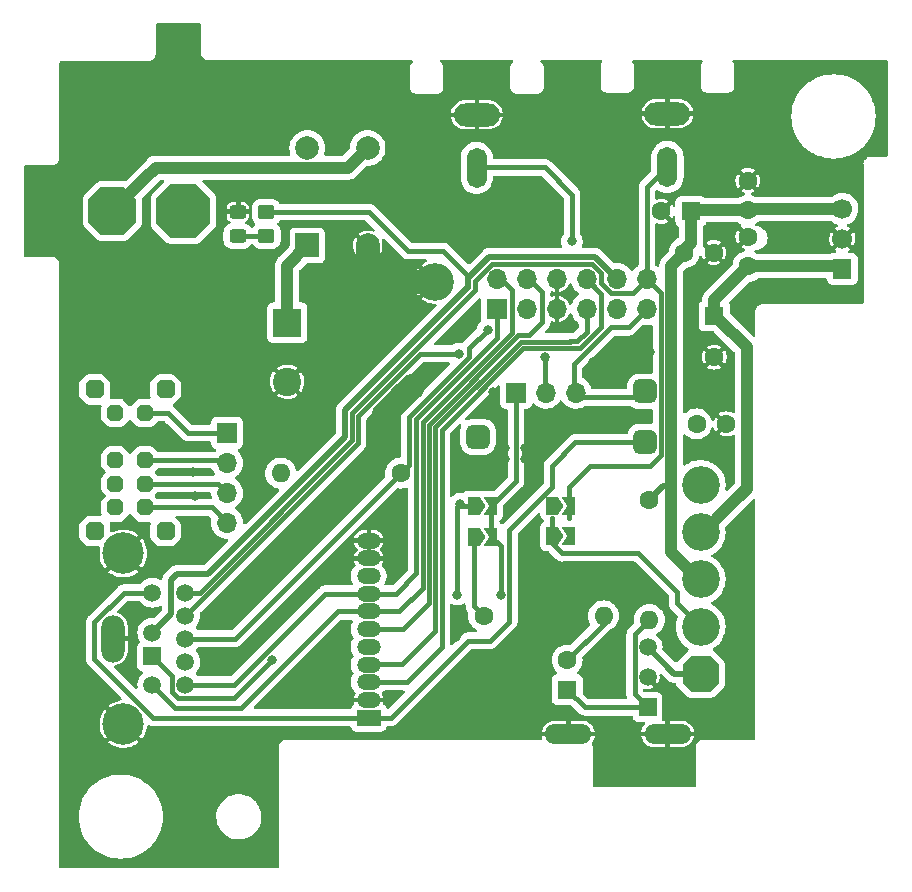
<source format=gtl>
%TF.GenerationSoftware,KiCad,Pcbnew,(6.0.1)*%
%TF.CreationDate,2022-03-13T01:10:21-07:00*%
%TF.ProjectId,Power PCB Ver C -  TH - RF is 9 Pin Genesis Port V2,506f7765-7220-4504-9342-205665722043,rev?*%
%TF.SameCoordinates,Original*%
%TF.FileFunction,Copper,L1,Top*%
%TF.FilePolarity,Positive*%
%FSLAX46Y46*%
G04 Gerber Fmt 4.6, Leading zero omitted, Abs format (unit mm)*
G04 Created by KiCad (PCBNEW (6.0.1)) date 2022-03-13 01:10:21*
%MOMM*%
%LPD*%
G01*
G04 APERTURE LIST*
G04 Aperture macros list*
%AMRoundRect*
0 Rectangle with rounded corners*
0 $1 Rounding radius*
0 $2 $3 $4 $5 $6 $7 $8 $9 X,Y pos of 4 corners*
0 Add a 4 corners polygon primitive as box body*
4,1,4,$2,$3,$4,$5,$6,$7,$8,$9,$2,$3,0*
0 Add four circle primitives for the rounded corners*
1,1,$1+$1,$2,$3*
1,1,$1+$1,$4,$5*
1,1,$1+$1,$6,$7*
1,1,$1+$1,$8,$9*
0 Add four rect primitives between the rounded corners*
20,1,$1+$1,$2,$3,$4,$5,0*
20,1,$1+$1,$4,$5,$6,$7,0*
20,1,$1+$1,$6,$7,$8,$9,0*
20,1,$1+$1,$8,$9,$2,$3,0*%
%AMOutline5P*
0 Free polygon, 5 corners , with rotation*
0 The origin of the aperture is its center*
0 number of corners: always 5*
0 $1 to $10 corner X, Y*
0 $11 Rotation angle, in degrees counterclockwise*
0 create outline with 5 corners*
4,1,5,$1,$2,$3,$4,$5,$6,$7,$8,$9,$10,$1,$2,$11*%
%AMOutline6P*
0 Free polygon, 6 corners , with rotation*
0 The origin of the aperture is its center*
0 number of corners: always 6*
0 $1 to $12 corner X, Y*
0 $13 Rotation angle, in degrees counterclockwise*
0 create outline with 6 corners*
4,1,6,$1,$2,$3,$4,$5,$6,$7,$8,$9,$10,$11,$12,$1,$2,$13*%
%AMOutline7P*
0 Free polygon, 7 corners , with rotation*
0 The origin of the aperture is its center*
0 number of corners: always 7*
0 $1 to $14 corner X, Y*
0 $15 Rotation angle, in degrees counterclockwise*
0 create outline with 7 corners*
4,1,7,$1,$2,$3,$4,$5,$6,$7,$8,$9,$10,$11,$12,$13,$14,$1,$2,$15*%
%AMOutline8P*
0 Free polygon, 8 corners , with rotation*
0 The origin of the aperture is its center*
0 number of corners: always 8*
0 $1 to $16 corner X, Y*
0 $17 Rotation angle, in degrees counterclockwise*
0 create outline with 8 corners*
4,1,8,$1,$2,$3,$4,$5,$6,$7,$8,$9,$10,$11,$12,$13,$14,$15,$16,$1,$2,$17*%
%AMFreePoly0*
4,1,6,1.000000,0.000000,0.500000,-0.750000,-0.500000,-0.750000,-0.500000,0.750000,0.500000,0.750000,1.000000,0.000000,1.000000,0.000000,$1*%
%AMFreePoly1*
4,1,6,0.500000,-0.750000,-0.650000,-0.750000,-0.150000,0.000000,-0.650000,0.750000,0.500000,0.750000,0.500000,-0.750000,0.500000,-0.750000,$1*%
G04 Aperture macros list end*
%TA.AperFunction,ComponentPad*%
%ADD10RoundRect,0.500000X-0.500000X-0.500000X0.500000X-0.500000X0.500000X0.500000X-0.500000X0.500000X0*%
%TD*%
%TA.AperFunction,ComponentPad*%
%ADD11R,1.599997X1.700000*%
%TD*%
%TA.AperFunction,ComponentPad*%
%ADD12C,1.700000*%
%TD*%
%TA.AperFunction,ComponentPad*%
%ADD13R,1.700000X1.700000*%
%TD*%
%TA.AperFunction,ComponentPad*%
%ADD14O,1.700000X1.700000*%
%TD*%
%TA.AperFunction,ComponentPad*%
%ADD15Outline8P,-2.250000X1.125000X-1.125000X2.250000X1.125000X2.250000X2.250000X1.125000X2.250000X-1.125000X1.125000X-2.250000X-1.125000X-2.250000X-2.250000X-1.125000X0.000000*%
%TD*%
%TA.AperFunction,ComponentPad*%
%ADD16Outline8P,-2.000000X1.000000X-1.000000X2.000000X1.000000X2.000000X2.000000X1.000000X2.000000X-1.000000X1.000000X-2.000000X-1.000000X-2.000000X-2.000000X-1.000000X0.000000*%
%TD*%
%TA.AperFunction,SMDPad,CuDef*%
%ADD17FreePoly0,0.000000*%
%TD*%
%TA.AperFunction,SMDPad,CuDef*%
%ADD18FreePoly1,0.000000*%
%TD*%
%TA.AperFunction,ComponentPad*%
%ADD19R,2.000000X1.350000*%
%TD*%
%TA.AperFunction,ComponentPad*%
%ADD20O,2.000000X1.350000*%
%TD*%
%TA.AperFunction,ComponentPad*%
%ADD21R,1.508000X1.508000*%
%TD*%
%TA.AperFunction,ComponentPad*%
%ADD22C,1.508000*%
%TD*%
%TA.AperFunction,ComponentPad*%
%ADD23C,3.516000*%
%TD*%
%TA.AperFunction,ComponentPad*%
%ADD24O,2.000000X4.000000*%
%TD*%
%TA.AperFunction,ComponentPad*%
%ADD25R,1.500000X1.500000*%
%TD*%
%TA.AperFunction,ComponentPad*%
%ADD26C,1.500000*%
%TD*%
%TA.AperFunction,SMDPad,CuDef*%
%ADD27RoundRect,0.250000X0.450000X-0.350000X0.450000X0.350000X-0.450000X0.350000X-0.450000X-0.350000X0*%
%TD*%
%TA.AperFunction,ComponentPad*%
%ADD28R,1.600000X1.600000*%
%TD*%
%TA.AperFunction,ComponentPad*%
%ADD29C,1.600000*%
%TD*%
%TA.AperFunction,ComponentPad*%
%ADD30O,1.600000X1.600000*%
%TD*%
%TA.AperFunction,ComponentPad*%
%ADD31R,2.000000X2.000000*%
%TD*%
%TA.AperFunction,ComponentPad*%
%ADD32C,2.000000*%
%TD*%
%TA.AperFunction,ComponentPad*%
%ADD33O,3.900000X1.950000*%
%TD*%
%TA.AperFunction,ComponentPad*%
%ADD34O,1.700000X3.400000*%
%TD*%
%TA.AperFunction,ComponentPad*%
%ADD35O,4.000000X1.700000*%
%TD*%
%TA.AperFunction,ComponentPad*%
%ADD36C,3.200000*%
%TD*%
%TA.AperFunction,ComponentPad*%
%ADD37Outline8P,-1.550000X0.775000X-0.775000X1.550000X0.775000X1.550000X1.550000X0.775000X1.550000X-0.775000X0.775000X-1.550000X-0.775000X-1.550000X-1.550000X-0.775000X90.000000*%
%TD*%
%TA.AperFunction,ComponentPad*%
%ADD38R,2.400000X2.400000*%
%TD*%
%TA.AperFunction,ComponentPad*%
%ADD39C,2.400000*%
%TD*%
%TA.AperFunction,ComponentPad*%
%ADD40Outline8P,-0.700000X0.350000X-0.350000X0.700000X0.350000X0.700000X0.700000X0.350000X0.700000X-0.350000X0.350000X-0.700000X-0.350000X-0.700000X-0.700000X-0.350000X270.000000*%
%TD*%
%TA.AperFunction,ComponentPad*%
%ADD41Outline8P,-0.800000X0.400000X-0.400000X0.800000X0.400000X0.800000X0.800000X0.400000X0.800000X-0.400000X0.400000X-0.800000X-0.400000X-0.800000X-0.800000X-0.400000X270.000000*%
%TD*%
%TA.AperFunction,ComponentPad*%
%ADD42Outline8P,-0.800000X0.400000X-0.400000X0.800000X0.400000X0.800000X0.800000X0.400000X0.800000X-0.400000X0.400000X-0.800000X-0.400000X-0.800000X-0.800000X-0.400000X90.000000*%
%TD*%
%TA.AperFunction,SMDPad,CuDef*%
%ADD43RoundRect,0.250000X-0.450000X0.325000X-0.450000X-0.325000X0.450000X-0.325000X0.450000X0.325000X0*%
%TD*%
%TA.AperFunction,ViaPad*%
%ADD44C,0.800000*%
%TD*%
%TA.AperFunction,Conductor*%
%ADD45C,1.016000*%
%TD*%
%TA.AperFunction,Conductor*%
%ADD46C,0.381000*%
%TD*%
%TA.AperFunction,Conductor*%
%ADD47C,0.508000*%
%TD*%
%TA.AperFunction,Conductor*%
%ADD48C,2.000000*%
%TD*%
%TA.AperFunction,Conductor*%
%ADD49C,1.100000*%
%TD*%
G04 APERTURE END LIST*
D10*
%TO.P,J12,1,Pin_1*%
%TO.N,Net-(J12-Pad1)*%
X150376100Y-104243600D03*
%TD*%
D11*
%TO.P,U1,1,VIN*%
%TO.N,PS2*%
X181226100Y-90033600D03*
D12*
%TO.P,U1,2,GND*%
%TO.N,GND*%
X181226100Y-87493600D03*
%TO.P,U1,3,VOUT*%
%TO.N,+5V*%
X181226100Y-84953600D03*
%TD*%
D10*
%TO.P,J10,1,Pin_1*%
%TO.N,Net-(J10-Pad1)*%
X164526100Y-104643600D03*
%TD*%
D13*
%TO.P,J6,1,Red*%
%TO.N,Red*%
X151976100Y-93418600D03*
D14*
%TO.P,J6,2,Green*%
%TO.N,Green*%
X151976100Y-90878600D03*
%TO.P,J6,3,C-Sync/+12V*%
%TO.N,CSync*%
X154516100Y-93418600D03*
%TO.P,J6,4,Blue*%
%TO.N,Blue*%
X154516100Y-90878600D03*
%TO.P,J6,5,GND*%
%TO.N,GND*%
X157056100Y-93418600D03*
%TO.P,J6,6,GND*%
X157056100Y-90878600D03*
%TO.P,J6,7,Luma_(S-Video)*%
%TO.N,Luma*%
X159596100Y-93418600D03*
%TO.P,J6,8,Chroma_(S-Video)*%
%TO.N,Chroma*%
X159596100Y-90878600D03*
%TO.P,J6,9,Composite_Video*%
%TO.N,RCA_RF*%
X162136100Y-93418600D03*
%TO.P,J6,10,+5V*%
%TO.N,+5V*%
X162136100Y-90878600D03*
%TO.P,J6,11,Left_Audio*%
%TO.N,Audio_L*%
X164676100Y-93418600D03*
%TO.P,J6,12,Right_Audio*%
%TO.N,Audio_R*%
X164676100Y-90878600D03*
%TD*%
D15*
%TO.P,J1,1,1*%
%TO.N,Net-(D1-Pad4)*%
X125426102Y-85113598D03*
D16*
%TO.P,J1,2,2*%
%TO.N,Net-(D1-Pad3)*%
X119426100Y-85113598D03*
%TD*%
D17*
%TO.P,RJV-EXT1,1,1*%
%TO.N,Net-(J12-Pad1)*%
X150029850Y-110078600D03*
D18*
%TO.P,RJV-EXT1,2,2*%
%TO.N,RCA_RF*%
X151479850Y-110078600D03*
%TD*%
D13*
%TO.P,J4,1,1*%
%TO.N,Net-(J4-Pad1)*%
X129126100Y-103893600D03*
D14*
%TO.P,J4,2,2*%
%TO.N,Net-(J4-Pad2)*%
X129126100Y-106433600D03*
%TO.P,J4,3,3*%
%TO.N,Net-(J4-Pad3)*%
X129126100Y-108973600D03*
%TO.P,J4,4,4*%
%TO.N,Net-(J4-Pad4)*%
X129126100Y-111513600D03*
%TD*%
D10*
%TO.P,J11,1,Pin_1*%
%TO.N,Audio_L*%
X164526100Y-100393600D03*
%TD*%
D19*
%TO.P,J3,1,Audio*%
%TO.N,Net-(J10-Pad1)*%
X141126100Y-128018600D03*
D20*
%TO.P,J3,2,GND*%
%TO.N,GND*%
X141126100Y-126518600D03*
%TO.P,J3,3,Chroma*%
%TO.N,Chroma*%
X141126100Y-125018600D03*
%TO.P,J3,4,Luma*%
%TO.N,Luma*%
X141126100Y-123518600D03*
%TO.P,J3,5,Composite*%
%TO.N,Net-(J12-Pad1)*%
X141126100Y-122018600D03*
%TO.P,J3,6,Blue*%
%TO.N,Blue*%
X141126100Y-120518600D03*
%TO.P,J3,7,Green*%
%TO.N,Green*%
X141126100Y-119018600D03*
%TO.P,J3,8,Red*%
%TO.N,Red*%
X141126100Y-117518600D03*
%TO.P,J3,9,CSync*%
%TO.N,Net-(J3-Pad9)*%
X141126100Y-116018600D03*
%TO.P,J3,10,GND*%
%TO.N,GND*%
X141126100Y-114518600D03*
%TO.P,J3,11,GND*%
X141126100Y-113018600D03*
%TD*%
D21*
%TO.P,J20,1,1*%
%TO.N,Blue*%
X122802100Y-122827600D03*
D22*
%TO.P,J20,2,2*%
%TO.N,+5V*%
X122802100Y-120827600D03*
%TO.P,J20,3,3*%
%TO.N,Green*%
X122802100Y-125227600D03*
%TO.P,J20,4,4*%
%TO.N,RCA_RF*%
X125602100Y-123277600D03*
%TO.P,J20,5,5*%
%TO.N,CSync*%
X125602100Y-121327600D03*
%TO.P,J20,6,6*%
%TO.N,Net-(J10-Pad1)*%
X122802100Y-117427600D03*
%TO.P,J20,7,7*%
%TO.N,Red*%
X125602100Y-125227600D03*
%TO.P,J20,8,8*%
%TO.N,Audio_L*%
X125602100Y-119377600D03*
%TO.P,J20,9,9*%
%TO.N,Audio_R*%
X125602100Y-117427600D03*
D23*
%TO.P,J20,S1,SHIELD*%
%TO.N,GND*%
X120352100Y-128552600D03*
%TO.P,J20,S2,SHIELD*%
X120352100Y-114102600D03*
D24*
%TO.P,J20,S3,SHIELD*%
X119452100Y-121327600D03*
%TD*%
D13*
%TO.P,J16,1,Pin_1*%
%TO.N,RCA_RF*%
X153586100Y-100493600D03*
D14*
%TO.P,J16,2,Pin_2*%
%TO.N,RCA_V*%
X156126100Y-100493600D03*
%TO.P,J16,3,Pin_3*%
%TO.N,Audio_L*%
X158666100Y-100493600D03*
%TD*%
D25*
%TO.P,Q1,1,E*%
%TO.N,Net-(C8-Pad1)*%
X164736100Y-127133600D03*
D26*
%TO.P,Q1,2,C*%
%TO.N,GND*%
X164736100Y-124593600D03*
%TO.P,Q1,3,B*%
%TO.N,Net-(J2-Pad1)*%
X164736100Y-122053600D03*
%TD*%
D27*
%TO.P,R5,1*%
%TO.N,Net-(D3-Pad2)*%
X132456100Y-87203600D03*
%TO.P,R5,2*%
%TO.N,+5V*%
X132456100Y-85203600D03*
%TD*%
D28*
%TO.P,C8,1*%
%TO.N,Net-(C8-Pad1)*%
X157926100Y-125643600D03*
D29*
%TO.P,C8,2*%
%TO.N,Net-(C8-Pad2)*%
X157926100Y-123143600D03*
%TD*%
%TO.P,R6,1,1*%
%TO.N,CSync*%
X143836100Y-107303600D03*
D30*
%TO.P,R6,2,2*%
%TO.N,Net-(J3-Pad9)*%
X133676100Y-107303600D03*
%TD*%
D31*
%TO.P,D1,1,V+*%
%TO.N,PS1*%
X135926100Y-88036100D03*
D32*
%TO.P,D1,2,V-*%
%TO.N,GND*%
X141026100Y-88036100D03*
%TO.P,D1,3,AC*%
%TO.N,Net-(D1-Pad3)*%
X141026100Y-79786100D03*
%TO.P,D1,4,AC*%
%TO.N,Net-(D1-Pad4)*%
X135926100Y-79786100D03*
%TD*%
D33*
%TO.P,J17,1,Tip*%
%TO.N,GND*%
X166418100Y-76877600D03*
D34*
%TO.P,J17,2,Sleeve*%
%TO.N,Audio_R*%
X166418100Y-81377600D03*
%TD*%
D29*
%TO.P,C5,1,1*%
%TO.N,GND*%
X173226100Y-82543600D03*
%TO.P,C5,2,2*%
%TO.N,+5V*%
X173226100Y-85043600D03*
%TD*%
D35*
%TO.P,J13,1,Pin_1*%
%TO.N,GND*%
X158026100Y-129393600D03*
%TD*%
D36*
%TO.P,J2,*%
%TO.N,*%
X169226100Y-116313600D03*
X169226100Y-108313600D03*
X169226100Y-120313600D03*
X169226100Y-112313597D03*
D37*
X169226100Y-124313600D03*
%TD*%
D17*
%TO.P,RJA-EXT1,1,1*%
%TO.N,Net-(J10-Pad1)*%
X156644850Y-110058600D03*
D18*
%TO.P,RJA-EXT1,2,2*%
%TO.N,Audio_R*%
X158094850Y-110058600D03*
%TD*%
D28*
%TO.P,C7,1,A*%
%TO.N,+5V*%
X168401100Y-85143600D03*
D29*
%TO.P,C7,2,K*%
%TO.N,GND*%
X165901100Y-85143600D03*
%TD*%
D36*
%TO.P,GND,1*%
%TO.N,GND*%
X146756100Y-91113600D03*
%TD*%
D17*
%TO.P,RJA-INT1,1,1*%
%TO.N,Net-(J2-Pad2)*%
X156644850Y-112658600D03*
D18*
%TO.P,RJA-INT1,2,2*%
%TO.N,Audio_R*%
X158094850Y-112658600D03*
%TD*%
D38*
%TO.P,C1,1,A*%
%TO.N,PS1*%
X134226100Y-94569641D03*
D39*
%TO.P,C1,2,K*%
%TO.N,GND*%
X134226100Y-99569641D03*
%TD*%
D28*
%TO.P,C3,1,A*%
%TO.N,PS2*%
X170376100Y-93990949D03*
D29*
%TO.P,C3,2,K*%
%TO.N,GND*%
X170376100Y-97490949D03*
%TD*%
%TO.P,C2,1,1*%
%TO.N,GND*%
X171376100Y-103143600D03*
%TO.P,C2,2,2*%
%TO.N,unconnected-(C2-Pad2)*%
X168876100Y-103143600D03*
%TD*%
D33*
%TO.P,J18,1,Tip*%
%TO.N,GND*%
X150272100Y-76971600D03*
D34*
%TO.P,J18,2,Sleeve*%
%TO.N,RCA_V*%
X150272100Y-81471600D03*
%TD*%
D29*
%TO.P,C6,1,1*%
%TO.N,GND*%
X170326100Y-88643600D03*
%TO.P,C6,2,2*%
%TO.N,+5V*%
X167826100Y-88643600D03*
%TD*%
%TO.P,C4,1,1*%
%TO.N,GND*%
X173226100Y-87293600D03*
%TO.P,C4,2,2*%
%TO.N,PS2*%
X173226100Y-89793600D03*
%TD*%
D17*
%TO.P,RJV-INT1,1,1*%
%TO.N,Net-(R4-Pad1)*%
X150029850Y-112678600D03*
D18*
%TO.P,RJV-INT1,2,2*%
%TO.N,RCA_RF*%
X151479850Y-112678600D03*
%TD*%
D29*
%TO.P,R2,1*%
%TO.N,+5V*%
X164876100Y-109563600D03*
D30*
%TO.P,R2,2*%
%TO.N,Net-(C8-Pad1)*%
X164876100Y-119723600D03*
%TD*%
D29*
%TO.P,R4,1*%
%TO.N,Net-(R4-Pad1)*%
X150846100Y-119393600D03*
D30*
%TO.P,R4,2*%
%TO.N,Net-(C8-Pad2)*%
X161006100Y-119393600D03*
%TD*%
D35*
%TO.P,J13,1,Pin_1*%
%TO.N,GND*%
X166426100Y-129393600D03*
%TD*%
D40*
%TO.P,SW1,*%
%TO.N,*%
X122176100Y-102213600D03*
X119676100Y-106213600D03*
X119676100Y-108213600D03*
X119676100Y-110213600D03*
X122176100Y-106213600D03*
X122176100Y-108213600D03*
X122176100Y-110213600D03*
%TO.P,SW1,1,1*%
%TO.N,unconnected-(SW1-Pad1)*%
X119676100Y-102213600D03*
D41*
%TO.P,SW1,MH*%
%TO.N,N/C*%
X117926100Y-100213600D03*
D42*
X117926100Y-112213600D03*
X123926100Y-112213600D03*
D41*
X123926100Y-100213600D03*
%TD*%
D43*
%TO.P,D3,1,K*%
%TO.N,GND*%
X130036100Y-85178600D03*
%TO.P,D3,2,A*%
%TO.N,Net-(D3-Pad2)*%
X130036100Y-87228600D03*
%TD*%
D44*
%TO.N,Net-(J12-Pad1)*%
X148626100Y-117593600D03*
X148876100Y-109893600D03*
%TO.N,GND*%
X143056100Y-113023600D03*
X162354100Y-96943600D03*
X148892100Y-94911600D03*
X142876100Y-105143600D03*
X160146100Y-97933600D03*
X148526100Y-125493600D03*
X144626100Y-99393600D03*
X143136100Y-114513600D03*
X148526100Y-121193600D03*
X132906100Y-126783600D03*
X154376100Y-105143600D03*
X151646100Y-100443600D03*
X141926100Y-104193600D03*
X130026100Y-83693600D03*
X142946100Y-126143600D03*
X164926100Y-97093600D03*
X173056100Y-122193600D03*
X146726100Y-127293600D03*
X144461100Y-100978600D03*
X126286100Y-107213600D03*
X143726100Y-100293600D03*
X154376100Y-106143600D03*
X141126100Y-90993600D03*
X152626100Y-105143600D03*
X142826100Y-104193600D03*
X152626100Y-106143600D03*
X126386100Y-109253600D03*
X154734100Y-115297600D03*
X141876100Y-105143600D03*
X145206100Y-100233600D03*
%TO.N,Audio_L*%
X148754825Y-97192324D03*
%TO.N,CSync*%
X151186100Y-95173600D03*
%TO.N,Blue*%
X132940715Y-123156215D03*
%TO.N,RCA_RF*%
X152286100Y-117593600D03*
%TO.N,RCA_V*%
X158328698Y-87685580D03*
X156026100Y-97518600D03*
%TD*%
D45*
%TO.N,PS2*%
X169226100Y-112513597D02*
X171736099Y-110003599D01*
X173126100Y-96643600D02*
X173126100Y-108613598D01*
X180986100Y-89793600D02*
X181226100Y-90033600D01*
X173226100Y-89793600D02*
X180986100Y-89793600D01*
X170376100Y-92643600D02*
X170376100Y-94143600D01*
X170626100Y-94143600D02*
X173126100Y-96643600D01*
X173226100Y-89793600D02*
X170376100Y-92643600D01*
X173126100Y-108613598D02*
X171736099Y-110003599D01*
X171736099Y-110003599D02*
X173072900Y-108666798D01*
X175276100Y-89793600D02*
X173226100Y-89793600D01*
X180966100Y-90293600D02*
X181226100Y-90033600D01*
X170376100Y-94143600D02*
X170626100Y-94143600D01*
X181186100Y-89993600D02*
X181226100Y-90033600D01*
D46*
%TO.N,Net-(J12-Pad1)*%
X150029850Y-110078600D02*
X149061100Y-110078600D01*
X148626100Y-117593600D02*
X148626100Y-110143600D01*
X149061100Y-110078600D02*
X148876100Y-109893600D01*
X148626100Y-110143600D02*
X148876100Y-109893600D01*
D45*
%TO.N,Net-(D1-Pad3)*%
X119426100Y-85113598D02*
X122186099Y-82353599D01*
X122186099Y-82353599D02*
X123096087Y-81443611D01*
X123096087Y-81443611D02*
X139368589Y-81443611D01*
X139368589Y-81443611D02*
X141026100Y-79786100D01*
D46*
%TO.N,Net-(J4-Pad1)*%
X122176100Y-102213600D02*
X124126102Y-102213600D01*
X124731101Y-102818599D02*
X125016101Y-103103599D01*
X124731101Y-102818599D02*
X124126102Y-102213600D01*
X125016101Y-103103599D02*
X125806102Y-103893600D01*
X125806102Y-103893600D02*
X129126100Y-103893600D01*
X125016101Y-103103599D02*
X125356102Y-103443600D01*
%TO.N,Net-(J4-Pad2)*%
X122176100Y-106213600D02*
X129486100Y-106213600D01*
%TO.N,Net-(J4-Pad3)*%
X128366100Y-108213600D02*
X129126100Y-108973600D01*
X123816100Y-108213600D02*
X127206100Y-108213600D01*
X122176100Y-108213600D02*
X123816100Y-108213600D01*
X127206100Y-108213600D02*
X128366100Y-108213600D01*
D47*
%TO.N,GND*%
X152626100Y-106143600D02*
X152626100Y-102683600D01*
D48*
X141026100Y-90893600D02*
X141126100Y-90993600D01*
D46*
X161136100Y-96943600D02*
X160146100Y-97933600D01*
D49*
X142826100Y-104193600D02*
X142826100Y-102613600D01*
X142876100Y-105143600D02*
X142876100Y-104243600D01*
D46*
X130036100Y-85178600D02*
X130036100Y-83703600D01*
X130036100Y-83703600D02*
X130026100Y-83693600D01*
D49*
X142876100Y-105143600D02*
X142876100Y-102563600D01*
X143726100Y-100293600D02*
X141876100Y-102143600D01*
D46*
X165428100Y-76913600D02*
X166326100Y-76913600D01*
X162354100Y-96943600D02*
X161136100Y-96943600D01*
D49*
X145206100Y-100233600D02*
X145206100Y-99973600D01*
X143726100Y-100293600D02*
X144626100Y-99393600D01*
X142876100Y-102563600D02*
X144461100Y-100978600D01*
D48*
X141246100Y-91113600D02*
X141126100Y-90993600D01*
D49*
X141876100Y-102143600D02*
X141876100Y-104143600D01*
X145206100Y-100233600D02*
X144461100Y-100978600D01*
X142826100Y-101193600D02*
X143726100Y-100293600D01*
D47*
X152626100Y-102683600D02*
X151646100Y-101703600D01*
X154376100Y-106143600D02*
X154376100Y-105143600D01*
D49*
X142876100Y-104243600D02*
X142826100Y-104193600D01*
X143786100Y-100233600D02*
X143726100Y-100293600D01*
D47*
X151646100Y-101703600D02*
X151646100Y-100443600D01*
D48*
X141026100Y-88036100D02*
X141026100Y-90893600D01*
D49*
X142826100Y-102613600D02*
X144461100Y-100978600D01*
X141876100Y-104243600D02*
X141926100Y-104193600D01*
X141926100Y-104193600D02*
X142826100Y-104193600D01*
X145206100Y-100233600D02*
X143786100Y-100233600D01*
X142826100Y-104193600D02*
X142826100Y-101193600D01*
X145206100Y-99973600D02*
X144626100Y-99393600D01*
X141876100Y-104143600D02*
X141926100Y-104193600D01*
X141876100Y-105143600D02*
X141876100Y-104243600D01*
D46*
X130061100Y-85203600D02*
X130036100Y-85178600D01*
D49*
X142876100Y-105143600D02*
X141876100Y-105143600D01*
D48*
X146756100Y-91113600D02*
X141246100Y-91113600D01*
D45*
%TO.N,+5V*%
X173226100Y-85043600D02*
X168551100Y-85043600D01*
X166714131Y-103905569D02*
X166714131Y-89805569D01*
X166714131Y-89805569D02*
X167826100Y-88693600D01*
D46*
X141136100Y-85203600D02*
X144426100Y-88493600D01*
D47*
X139101560Y-101998410D02*
X139101560Y-104287800D01*
X149516235Y-91583735D02*
X139101560Y-101998410D01*
X151332117Y-88999580D02*
X149516235Y-90815462D01*
D46*
X149516235Y-90583735D02*
X149516235Y-91583735D01*
D47*
X127527760Y-115861600D02*
X124894100Y-115861600D01*
D45*
X166714131Y-103905569D02*
X166714131Y-114001629D01*
D47*
X124394589Y-119235111D02*
X124394589Y-116361111D01*
X160272152Y-88999580D02*
X151332117Y-88999580D01*
D46*
X147426100Y-88493600D02*
X149516235Y-90583735D01*
D45*
X168401100Y-87818600D02*
X167826100Y-88393600D01*
D46*
X132456100Y-85203600D02*
X141136100Y-85203600D01*
D47*
X149516235Y-90815462D02*
X149516235Y-91583735D01*
X166036327Y-108403373D02*
X166235873Y-108403373D01*
X139101560Y-104287800D02*
X127527760Y-115861600D01*
D46*
X144426100Y-88493600D02*
X147426100Y-88493600D01*
D47*
X162136100Y-90913597D02*
X162136100Y-90619600D01*
X122802100Y-120827600D02*
X124394589Y-119235111D01*
X162136100Y-90878600D02*
X162136100Y-90863528D01*
D45*
X166714131Y-102205569D02*
X166714131Y-103905569D01*
X167566101Y-114853599D02*
X169226100Y-116513600D01*
X173316100Y-84953600D02*
X173226100Y-85043600D01*
X168401100Y-84893600D02*
X168401100Y-87818600D01*
X181226100Y-84953600D02*
X173316100Y-84953600D01*
D47*
X162136100Y-90863528D02*
X160272152Y-88999580D01*
D45*
X168551100Y-85043600D02*
X168401100Y-84893600D01*
D47*
X164876100Y-109563600D02*
X166036327Y-108403373D01*
D45*
X166714131Y-114001629D02*
X167566101Y-114853599D01*
D47*
X124394589Y-116361111D02*
X124894100Y-115861600D01*
D46*
%TO.N,Net-(C8-Pad1)*%
X159416100Y-127133600D02*
X157926100Y-125643600D01*
X164876100Y-119723600D02*
X163646080Y-120953620D01*
X163646080Y-126043580D02*
X164736100Y-127133600D01*
X163646080Y-120953620D02*
X163646080Y-126043580D01*
X164736100Y-127133600D02*
X159416100Y-127133600D01*
D47*
%TO.N,Net-(J2-Pad1)*%
X169000000Y-124293600D02*
X166976100Y-124293600D01*
X166976100Y-124293600D02*
X164736100Y-122053600D01*
D46*
%TO.N,Net-(D3-Pad2)*%
X130036100Y-87228600D02*
X132431100Y-87228600D01*
X132431100Y-87228600D02*
X132456100Y-87203600D01*
%TO.N,Net-(J2-Pad2)*%
X157526100Y-114093600D02*
X156644850Y-113212350D01*
X167251100Y-118288598D02*
X167251100Y-117393600D01*
X156644850Y-113212350D02*
X156644850Y-111068600D01*
X169226100Y-120313600D02*
X167226100Y-118313598D01*
X167251100Y-117393600D02*
X163951100Y-114093600D01*
X167226100Y-118313598D02*
X167251100Y-118288598D01*
X163951100Y-114093600D02*
X157526100Y-114093600D01*
%TO.N,Audio_L*%
X140226100Y-103363600D02*
X140226100Y-104753600D01*
X158516100Y-99586100D02*
X158516100Y-98044577D01*
X140226100Y-104753600D02*
X125602100Y-119377600D01*
X163131100Y-94963600D02*
X164676100Y-93418600D01*
X147066100Y-97193600D02*
X148753549Y-97193600D01*
X140226100Y-102464210D02*
X140226100Y-103363600D01*
X158516100Y-98044577D02*
X161597077Y-94963600D01*
X161597077Y-94963600D02*
X163131100Y-94963600D01*
X148753549Y-97193600D02*
X148754825Y-97192324D01*
X147066100Y-97193600D02*
X145496710Y-97193600D01*
X164876100Y-100893600D02*
X159066100Y-100893600D01*
X159066100Y-100893600D02*
X158666100Y-100493600D01*
X145496710Y-97193600D02*
X140226100Y-102464210D01*
%TO.N,Audio_R*%
X150126100Y-91045669D02*
X151578169Y-89593600D01*
X164676100Y-83119600D02*
X166418100Y-81377600D01*
X139695580Y-104533852D02*
X139695580Y-102244462D01*
X150126100Y-91813942D02*
X150126100Y-91045669D01*
X139695580Y-102244462D02*
X150126100Y-91813942D01*
X161601111Y-92068611D02*
X163486089Y-92068611D01*
X151578169Y-89593600D02*
X160026100Y-89593600D01*
X160026100Y-89593600D02*
X160786111Y-90353611D01*
X159869830Y-106693620D02*
X158094850Y-108468600D01*
X163486089Y-92068611D02*
X164676100Y-90878600D01*
X164676100Y-90878600D02*
X165866111Y-92068611D01*
X165866111Y-105753629D02*
X164926120Y-106693620D01*
X165866111Y-92068611D02*
X165866111Y-105753629D01*
X164676100Y-90878600D02*
X164676100Y-83119600D01*
X125602100Y-117427600D02*
X126801832Y-117427600D01*
X158094850Y-111068600D02*
X158094850Y-108468600D01*
X126801832Y-117427600D02*
X139695580Y-104533852D01*
X160786111Y-90353611D02*
X160786111Y-91253611D01*
X164926120Y-106693620D02*
X159869830Y-106693620D01*
X160786111Y-91253611D02*
X161601111Y-92068611D01*
D45*
%TO.N,PS1*%
X134226100Y-89736100D02*
X135926100Y-88036100D01*
X135976100Y-88086100D02*
X135926100Y-88036100D01*
X134226100Y-93693600D02*
X134226100Y-89736100D01*
D46*
%TO.N,Net-(J4-Pad4)*%
X127506100Y-110213600D02*
X127826100Y-110213600D01*
X122176100Y-110213600D02*
X127506100Y-110213600D01*
X127826100Y-110213600D02*
X129126100Y-111513600D01*
%TO.N,CSync*%
X125602100Y-121327600D02*
X129812100Y-121327600D01*
X143836100Y-107303600D02*
X144528995Y-106610705D01*
X151186100Y-95173600D02*
X149618440Y-96741260D01*
X149618440Y-97445940D02*
X144528995Y-102535384D01*
X149618440Y-96741260D02*
X149618440Y-97445940D01*
X144528995Y-102535384D02*
X144528995Y-102896495D01*
X144528995Y-106610705D02*
X144528995Y-102896495D01*
X129812100Y-121327600D02*
X143836100Y-107303600D01*
%TO.N,Red*%
X137462100Y-117517600D02*
X137463100Y-117518600D01*
X125602100Y-125227600D02*
X129752100Y-125227600D01*
X141126100Y-117513600D02*
X143426100Y-117513600D01*
X129752100Y-125227600D02*
X137462100Y-117517600D01*
X145158300Y-102727058D02*
X151976100Y-95909259D01*
X143426100Y-117513600D02*
X145158300Y-115781398D01*
X145158300Y-115781398D02*
X145158300Y-102727058D01*
X151976100Y-95909259D02*
X151976100Y-93453597D01*
X137463100Y-117518600D02*
X141126100Y-117518600D01*
%TO.N,Green*%
X138501100Y-119018600D02*
X141126100Y-119018600D01*
X141126100Y-119018600D02*
X140395100Y-119018600D01*
X145691700Y-102947997D02*
X153226100Y-95413598D01*
X153226100Y-95413598D02*
X153226100Y-91813600D01*
X143726098Y-119013600D02*
X145691700Y-117047997D01*
X141126100Y-119013600D02*
X143726098Y-119013600D01*
X124744100Y-127169600D02*
X130350100Y-127169600D01*
X151976100Y-90913597D02*
X152326096Y-90913597D01*
X152326096Y-90913597D02*
X153226100Y-91813600D01*
X122802100Y-125227600D02*
X124744100Y-127169600D01*
X130350100Y-127169600D02*
X138501100Y-119018600D01*
X145691700Y-117047997D02*
X145691700Y-102947997D01*
%TO.N,Blue*%
X141126100Y-120513600D02*
X144026100Y-120513600D01*
X144026100Y-120513600D02*
X146225100Y-118314600D01*
X154516100Y-90913597D02*
X154726096Y-90913597D01*
X122802100Y-122827600D02*
X124458089Y-124483589D01*
X124458089Y-124483589D02*
X124458089Y-125849589D01*
X153784221Y-95646798D02*
X154692901Y-95646798D01*
X154726096Y-90913597D02*
X155801100Y-91988600D01*
X124980111Y-126371611D02*
X129725319Y-126371611D01*
X124458089Y-125849589D02*
X124980111Y-126371611D01*
X146225100Y-118314600D02*
X146225100Y-103205919D01*
X155801100Y-94538598D02*
X155801100Y-91988600D01*
X146225100Y-103205919D02*
X153784221Y-95646798D01*
X154692901Y-95646798D02*
X155801100Y-94538598D01*
X129725319Y-126371611D02*
X132940715Y-123156215D01*
%TO.N,Luma*%
X143926100Y-123513598D02*
X146758500Y-120681198D01*
X159596100Y-93453597D02*
X159596100Y-95322620D01*
X141126100Y-123513598D02*
X143926100Y-123513598D01*
X158785642Y-96133078D02*
X158159501Y-96133078D01*
X146758500Y-120681198D02*
X146758500Y-103426859D01*
X159596100Y-95322620D02*
X158785642Y-96133078D01*
X146758500Y-103426859D02*
X154005161Y-96180198D01*
X154005161Y-96180198D02*
X158159501Y-96180198D01*
%TO.N,Chroma*%
X147291900Y-122047799D02*
X147291900Y-103647798D01*
X147291900Y-103647798D02*
X154226100Y-96713598D01*
X160826100Y-94913600D02*
X160826100Y-92143597D01*
X159026100Y-96713598D02*
X160826100Y-94913600D01*
X144326100Y-125013600D02*
X147291900Y-122047799D01*
X141126100Y-125013600D02*
X144326100Y-125013600D01*
X159596100Y-90913597D02*
X160826100Y-92143597D01*
X154226100Y-96713598D02*
X159026100Y-96713598D01*
%TO.N,RCA_RF*%
X151479850Y-109797738D02*
X151479850Y-110078600D01*
X153586100Y-107972350D02*
X153586100Y-100493600D01*
X152286100Y-113484850D02*
X151479850Y-112678600D01*
X151479850Y-110078600D02*
X151479850Y-112678600D01*
X151479850Y-110078600D02*
X153586100Y-107972350D01*
X152286100Y-117593600D02*
X152286100Y-113484850D01*
%TO.N,Net-(J10-Pad1)*%
X141126100Y-128013600D02*
X143031100Y-128013600D01*
X141126100Y-128018600D02*
X122855847Y-128018600D01*
X117904100Y-123066853D02*
X117904100Y-119909815D01*
X153026100Y-112087350D02*
X156644850Y-108468600D01*
X122855847Y-128018600D02*
X117904100Y-123066853D01*
X143031100Y-128013600D02*
X149551100Y-121493600D01*
X158626100Y-104693600D02*
X164826100Y-104693600D01*
X120386315Y-117427600D02*
X122802100Y-117427600D01*
X156644850Y-108468600D02*
X156644850Y-106674850D01*
X149551100Y-121493600D02*
X151426100Y-121493600D01*
X117904100Y-119909815D02*
X120386315Y-117427600D01*
X156644850Y-106674850D02*
X158626100Y-104693600D01*
X151426100Y-121493600D02*
X153026100Y-119893600D01*
X153026100Y-119893600D02*
X153026100Y-112087350D01*
%TO.N,RCA_V*%
X156026100Y-100393600D02*
X156126100Y-100493600D01*
X150326100Y-81413600D02*
X156016100Y-81413600D01*
X156016100Y-81413600D02*
X158326100Y-83723600D01*
X156126100Y-97618600D02*
X156026100Y-97518600D01*
X158326100Y-83723600D02*
X158326100Y-87682982D01*
X158326100Y-87682982D02*
X158328698Y-87685580D01*
X156026100Y-97518600D02*
X156026100Y-100393600D01*
%TO.N,Net-(R4-Pad1)*%
X150029850Y-118577350D02*
X150029850Y-112678600D01*
X150846100Y-119393600D02*
X150029850Y-118577350D01*
X150029850Y-112678600D02*
X150029850Y-118489850D01*
%TO.N,Net-(C8-Pad2)*%
X157926100Y-123143600D02*
X161006100Y-120063600D01*
X161006100Y-120063600D02*
X161006100Y-119393600D01*
%TD*%
%TA.AperFunction,Conductor*%
%TO.N,GND*%
G36*
X126860221Y-69241602D02*
G01*
X126906714Y-69295258D01*
X126918100Y-69347600D01*
X126918100Y-71665495D01*
X126917022Y-71681941D01*
X126912854Y-71713600D01*
X126918100Y-71753447D01*
X126933750Y-71872320D01*
X126995013Y-72020223D01*
X127092470Y-72147230D01*
X127219477Y-72244687D01*
X127293429Y-72275319D01*
X127359750Y-72302790D01*
X127359753Y-72302791D01*
X127367380Y-72305950D01*
X127526100Y-72326846D01*
X127534288Y-72325768D01*
X127557759Y-72322678D01*
X127574205Y-72321600D01*
X144758909Y-72321600D01*
X144827030Y-72341602D01*
X144873523Y-72395258D01*
X144883627Y-72465532D01*
X144854133Y-72530112D01*
X144841166Y-72543045D01*
X144826161Y-72555974D01*
X144811153Y-72567079D01*
X144789469Y-72580760D01*
X144783527Y-72587488D01*
X144769919Y-72602896D01*
X144757727Y-72614940D01*
X144735353Y-72634219D01*
X144730474Y-72641747D01*
X144730471Y-72641750D01*
X144721404Y-72655739D01*
X144710114Y-72670613D01*
X144693144Y-72689828D01*
X144680590Y-72716566D01*
X144672276Y-72731535D01*
X144656207Y-72756327D01*
X144653635Y-72764927D01*
X144648861Y-72780890D01*
X144642199Y-72798336D01*
X144631301Y-72821548D01*
X144628935Y-72836744D01*
X144626758Y-72850728D01*
X144622974Y-72867449D01*
X144617086Y-72887136D01*
X144617085Y-72887139D01*
X144614513Y-72895741D01*
X144614458Y-72904716D01*
X144614458Y-72904717D01*
X144614303Y-72930146D01*
X144614270Y-72930928D01*
X144614100Y-72932023D01*
X144614100Y-72962898D01*
X144614098Y-72963668D01*
X144613624Y-73041252D01*
X144614008Y-73042596D01*
X144614100Y-73043941D01*
X144614100Y-74662898D01*
X144614098Y-74663668D01*
X144613624Y-74741252D01*
X144616090Y-74749881D01*
X144616091Y-74749886D01*
X144621739Y-74769648D01*
X144625317Y-74786409D01*
X144628230Y-74806752D01*
X144628233Y-74806762D01*
X144629505Y-74815645D01*
X144640121Y-74838995D01*
X144646564Y-74856507D01*
X144653612Y-74881165D01*
X144669374Y-74906148D01*
X144677504Y-74921214D01*
X144689733Y-74948110D01*
X144706474Y-74967539D01*
X144717579Y-74982547D01*
X144731260Y-75004231D01*
X144751569Y-75022167D01*
X144753396Y-75023781D01*
X144765441Y-75035974D01*
X144778250Y-75050839D01*
X144784719Y-75058347D01*
X144792247Y-75063226D01*
X144792250Y-75063229D01*
X144806239Y-75072296D01*
X144821113Y-75083586D01*
X144825243Y-75087233D01*
X144840328Y-75100556D01*
X144848454Y-75104371D01*
X144848455Y-75104372D01*
X144854121Y-75107032D01*
X144867066Y-75113110D01*
X144882035Y-75121424D01*
X144906827Y-75137493D01*
X144923750Y-75142554D01*
X144931390Y-75144839D01*
X144948836Y-75151501D01*
X144972048Y-75162399D01*
X145001230Y-75166943D01*
X145017949Y-75170726D01*
X145037636Y-75176614D01*
X145037639Y-75176615D01*
X145046241Y-75179187D01*
X145055216Y-75179242D01*
X145055217Y-75179242D01*
X145061910Y-75179283D01*
X145080656Y-75179397D01*
X145081428Y-75179430D01*
X145082523Y-75179600D01*
X145113398Y-75179600D01*
X145114168Y-75179602D01*
X145187816Y-75180052D01*
X145187817Y-75180052D01*
X145191752Y-75180076D01*
X145193096Y-75179692D01*
X145194441Y-75179600D01*
X146913398Y-75179600D01*
X146914169Y-75179602D01*
X146991752Y-75180076D01*
X147000381Y-75177610D01*
X147000386Y-75177609D01*
X147020148Y-75171961D01*
X147036909Y-75168383D01*
X147057252Y-75165470D01*
X147057262Y-75165467D01*
X147066145Y-75164195D01*
X147089495Y-75153579D01*
X147107007Y-75147136D01*
X147123037Y-75142554D01*
X147131665Y-75140088D01*
X147156648Y-75124326D01*
X147171714Y-75116196D01*
X147198610Y-75103967D01*
X147218039Y-75087226D01*
X147233047Y-75076121D01*
X147247139Y-75067230D01*
X147254731Y-75062440D01*
X147274282Y-75040303D01*
X147286474Y-75028259D01*
X147302049Y-75014839D01*
X147302050Y-75014837D01*
X147308847Y-75008981D01*
X147313726Y-75001453D01*
X147313729Y-75001450D01*
X147322796Y-74987461D01*
X147334086Y-74972587D01*
X147345112Y-74960102D01*
X147351056Y-74953372D01*
X147363610Y-74926634D01*
X147371924Y-74911665D01*
X147387993Y-74886873D01*
X147395339Y-74862309D01*
X147402001Y-74844864D01*
X147404763Y-74838981D01*
X147412899Y-74821652D01*
X147417443Y-74792470D01*
X147421226Y-74775751D01*
X147427114Y-74756064D01*
X147427115Y-74756061D01*
X147429687Y-74747459D01*
X147429897Y-74713044D01*
X147429930Y-74712272D01*
X147430100Y-74711177D01*
X147430100Y-74680302D01*
X147430102Y-74679532D01*
X147430552Y-74605884D01*
X147430552Y-74605883D01*
X147430576Y-74601948D01*
X147430192Y-74600604D01*
X147430100Y-74599259D01*
X147430100Y-72980302D01*
X147430102Y-72979532D01*
X147430521Y-72910922D01*
X147430576Y-72901948D01*
X147428110Y-72893319D01*
X147428109Y-72893314D01*
X147422461Y-72873552D01*
X147418883Y-72856791D01*
X147415970Y-72836448D01*
X147415967Y-72836438D01*
X147414695Y-72827555D01*
X147404079Y-72804205D01*
X147397636Y-72786693D01*
X147393054Y-72770663D01*
X147390588Y-72762035D01*
X147374826Y-72737052D01*
X147366696Y-72721986D01*
X147354467Y-72695090D01*
X147337726Y-72675661D01*
X147326621Y-72660653D01*
X147317730Y-72646561D01*
X147312940Y-72638969D01*
X147290803Y-72619418D01*
X147278759Y-72607226D01*
X147265339Y-72591651D01*
X147265337Y-72591650D01*
X147259481Y-72584853D01*
X147251953Y-72579974D01*
X147251950Y-72579971D01*
X147237961Y-72570904D01*
X147223087Y-72559614D01*
X147209484Y-72547600D01*
X147203873Y-72542645D01*
X147206215Y-72539993D01*
X147171231Y-72498795D01*
X147161830Y-72428424D01*
X147191966Y-72364141D01*
X147252073Y-72326355D01*
X147286362Y-72321600D01*
X153258909Y-72321600D01*
X153327030Y-72341602D01*
X153373523Y-72395258D01*
X153383627Y-72465532D01*
X153354133Y-72530112D01*
X153341166Y-72543045D01*
X153326161Y-72555974D01*
X153311153Y-72567079D01*
X153289469Y-72580760D01*
X153283527Y-72587488D01*
X153269919Y-72602896D01*
X153257727Y-72614940D01*
X153235353Y-72634219D01*
X153230474Y-72641747D01*
X153230471Y-72641750D01*
X153221404Y-72655739D01*
X153210114Y-72670613D01*
X153193144Y-72689828D01*
X153180590Y-72716566D01*
X153172276Y-72731535D01*
X153156207Y-72756327D01*
X153153635Y-72764927D01*
X153148861Y-72780890D01*
X153142199Y-72798336D01*
X153131301Y-72821548D01*
X153128935Y-72836744D01*
X153126758Y-72850728D01*
X153122974Y-72867449D01*
X153117086Y-72887136D01*
X153117085Y-72887139D01*
X153114513Y-72895741D01*
X153114458Y-72904716D01*
X153114458Y-72904717D01*
X153114303Y-72930146D01*
X153114270Y-72930928D01*
X153114100Y-72932023D01*
X153114100Y-72962898D01*
X153114098Y-72963668D01*
X153113624Y-73041252D01*
X153114008Y-73042596D01*
X153114100Y-73043941D01*
X153114100Y-74662898D01*
X153114098Y-74663668D01*
X153113624Y-74741252D01*
X153116090Y-74749881D01*
X153116091Y-74749886D01*
X153121739Y-74769648D01*
X153125317Y-74786409D01*
X153128230Y-74806752D01*
X153128233Y-74806762D01*
X153129505Y-74815645D01*
X153140121Y-74838995D01*
X153146564Y-74856507D01*
X153153612Y-74881165D01*
X153169374Y-74906148D01*
X153177504Y-74921214D01*
X153189733Y-74948110D01*
X153206474Y-74967539D01*
X153217579Y-74982547D01*
X153231260Y-75004231D01*
X153251569Y-75022167D01*
X153253396Y-75023781D01*
X153265441Y-75035974D01*
X153278250Y-75050839D01*
X153284719Y-75058347D01*
X153292247Y-75063226D01*
X153292250Y-75063229D01*
X153306239Y-75072296D01*
X153321113Y-75083586D01*
X153325243Y-75087233D01*
X153340328Y-75100556D01*
X153348454Y-75104371D01*
X153348455Y-75104372D01*
X153354121Y-75107032D01*
X153367066Y-75113110D01*
X153382035Y-75121424D01*
X153406827Y-75137493D01*
X153423750Y-75142554D01*
X153431390Y-75144839D01*
X153448836Y-75151501D01*
X153472048Y-75162399D01*
X153501230Y-75166943D01*
X153517949Y-75170726D01*
X153537636Y-75176614D01*
X153537639Y-75176615D01*
X153546241Y-75179187D01*
X153555216Y-75179242D01*
X153555217Y-75179242D01*
X153561910Y-75179283D01*
X153580656Y-75179397D01*
X153581428Y-75179430D01*
X153582523Y-75179600D01*
X153613398Y-75179600D01*
X153614168Y-75179602D01*
X153687816Y-75180052D01*
X153687817Y-75180052D01*
X153691752Y-75180076D01*
X153693096Y-75179692D01*
X153694441Y-75179600D01*
X155413398Y-75179600D01*
X155414169Y-75179602D01*
X155491752Y-75180076D01*
X155500381Y-75177610D01*
X155500386Y-75177609D01*
X155520148Y-75171961D01*
X155536909Y-75168383D01*
X155557252Y-75165470D01*
X155557262Y-75165467D01*
X155566145Y-75164195D01*
X155589495Y-75153579D01*
X155607007Y-75147136D01*
X155623037Y-75142554D01*
X155631665Y-75140088D01*
X155656648Y-75124326D01*
X155671714Y-75116196D01*
X155698610Y-75103967D01*
X155718039Y-75087226D01*
X155733047Y-75076121D01*
X155747139Y-75067230D01*
X155754731Y-75062440D01*
X155774282Y-75040303D01*
X155786474Y-75028259D01*
X155802049Y-75014839D01*
X155802050Y-75014837D01*
X155808847Y-75008981D01*
X155813726Y-75001453D01*
X155813729Y-75001450D01*
X155822796Y-74987461D01*
X155834086Y-74972587D01*
X155845112Y-74960102D01*
X155851056Y-74953372D01*
X155863610Y-74926634D01*
X155871924Y-74911665D01*
X155887993Y-74886873D01*
X155895339Y-74862309D01*
X155902001Y-74844864D01*
X155904763Y-74838981D01*
X155912899Y-74821652D01*
X155917443Y-74792470D01*
X155921226Y-74775751D01*
X155927114Y-74756064D01*
X155927115Y-74756061D01*
X155929687Y-74747459D01*
X155929897Y-74713044D01*
X155929930Y-74712272D01*
X155930100Y-74711177D01*
X155930100Y-74680302D01*
X155930102Y-74679532D01*
X155930552Y-74605884D01*
X155930552Y-74605883D01*
X155930576Y-74601948D01*
X155930192Y-74600604D01*
X155930100Y-74599259D01*
X155930100Y-72980302D01*
X155930102Y-72979532D01*
X155930521Y-72910922D01*
X155930576Y-72901948D01*
X155928110Y-72893319D01*
X155928109Y-72893314D01*
X155922461Y-72873552D01*
X155918883Y-72856791D01*
X155915970Y-72836448D01*
X155915967Y-72836438D01*
X155914695Y-72827555D01*
X155904079Y-72804205D01*
X155897636Y-72786693D01*
X155893054Y-72770663D01*
X155890588Y-72762035D01*
X155874826Y-72737052D01*
X155866696Y-72721986D01*
X155854467Y-72695090D01*
X155837726Y-72675661D01*
X155826621Y-72660653D01*
X155817730Y-72646561D01*
X155812940Y-72638969D01*
X155790803Y-72619418D01*
X155778759Y-72607226D01*
X155765339Y-72591651D01*
X155765337Y-72591650D01*
X155759481Y-72584853D01*
X155751953Y-72579974D01*
X155751950Y-72579971D01*
X155737961Y-72570904D01*
X155723087Y-72559614D01*
X155709484Y-72547600D01*
X155703873Y-72542645D01*
X155706215Y-72539993D01*
X155671231Y-72498795D01*
X155661830Y-72428424D01*
X155691966Y-72364141D01*
X155752073Y-72326355D01*
X155786362Y-72321600D01*
X160796633Y-72321600D01*
X160864754Y-72341602D01*
X160911247Y-72395258D01*
X160921351Y-72465532D01*
X160891581Y-72530431D01*
X160888155Y-72534358D01*
X160881353Y-72540219D01*
X160876472Y-72547749D01*
X160876468Y-72547754D01*
X160867404Y-72561739D01*
X160856114Y-72576613D01*
X160839144Y-72595828D01*
X160826590Y-72622566D01*
X160818276Y-72637535D01*
X160802207Y-72662327D01*
X160799635Y-72670927D01*
X160794861Y-72686890D01*
X160788199Y-72704336D01*
X160777301Y-72727548D01*
X160773993Y-72748797D01*
X160772758Y-72756728D01*
X160768974Y-72773449D01*
X160763086Y-72793136D01*
X160763085Y-72793139D01*
X160760513Y-72801741D01*
X160760458Y-72810716D01*
X160760458Y-72810717D01*
X160760303Y-72836146D01*
X160760270Y-72836928D01*
X160760100Y-72838023D01*
X160760100Y-72868898D01*
X160760098Y-72869668D01*
X160759729Y-72930146D01*
X160759624Y-72947252D01*
X160760008Y-72948596D01*
X160760100Y-72949941D01*
X160760100Y-74568898D01*
X160760098Y-74569668D01*
X160759624Y-74647252D01*
X160762090Y-74655881D01*
X160762091Y-74655886D01*
X160767739Y-74675648D01*
X160771317Y-74692409D01*
X160774230Y-74712752D01*
X160774233Y-74712762D01*
X160775505Y-74721645D01*
X160786121Y-74744995D01*
X160792564Y-74762507D01*
X160799612Y-74787165D01*
X160815374Y-74812148D01*
X160823504Y-74827214D01*
X160835733Y-74854110D01*
X160852474Y-74873539D01*
X160863579Y-74888547D01*
X160877260Y-74910231D01*
X160883988Y-74916173D01*
X160899396Y-74929781D01*
X160911440Y-74941973D01*
X160930719Y-74964347D01*
X160938247Y-74969226D01*
X160938250Y-74969229D01*
X160952239Y-74978296D01*
X160967113Y-74989586D01*
X160986328Y-75006556D01*
X160994454Y-75010371D01*
X160994455Y-75010372D01*
X161000121Y-75013032D01*
X161013066Y-75019110D01*
X161028035Y-75027424D01*
X161052827Y-75043493D01*
X161069750Y-75048554D01*
X161077390Y-75050839D01*
X161094836Y-75057501D01*
X161118048Y-75068399D01*
X161147230Y-75072943D01*
X161163949Y-75076726D01*
X161183636Y-75082614D01*
X161183639Y-75082615D01*
X161192241Y-75085187D01*
X161201216Y-75085242D01*
X161201217Y-75085242D01*
X161207910Y-75085283D01*
X161226656Y-75085397D01*
X161227428Y-75085430D01*
X161228523Y-75085600D01*
X161259398Y-75085600D01*
X161260168Y-75085602D01*
X161333816Y-75086052D01*
X161333817Y-75086052D01*
X161337752Y-75086076D01*
X161339096Y-75085692D01*
X161340441Y-75085600D01*
X163059398Y-75085600D01*
X163060169Y-75085602D01*
X163137752Y-75086076D01*
X163146381Y-75083610D01*
X163146386Y-75083609D01*
X163166148Y-75077961D01*
X163182909Y-75074383D01*
X163203252Y-75071470D01*
X163203262Y-75071467D01*
X163212145Y-75070195D01*
X163235495Y-75059579D01*
X163253007Y-75053136D01*
X163269037Y-75048554D01*
X163277665Y-75046088D01*
X163302648Y-75030326D01*
X163317714Y-75022196D01*
X163344610Y-75009967D01*
X163364039Y-74993226D01*
X163379047Y-74982121D01*
X163393139Y-74973230D01*
X163400731Y-74968440D01*
X163420282Y-74946303D01*
X163432474Y-74934259D01*
X163448049Y-74920839D01*
X163448050Y-74920837D01*
X163454847Y-74914981D01*
X163459726Y-74907453D01*
X163459729Y-74907450D01*
X163468796Y-74893461D01*
X163480086Y-74878587D01*
X163491112Y-74866102D01*
X163497056Y-74859372D01*
X163509610Y-74832634D01*
X163517924Y-74817665D01*
X163533993Y-74792873D01*
X163541339Y-74768309D01*
X163548001Y-74750864D01*
X163555083Y-74735779D01*
X163558899Y-74727652D01*
X163563443Y-74698470D01*
X163567226Y-74681751D01*
X163573114Y-74662064D01*
X163573115Y-74662061D01*
X163575687Y-74653459D01*
X163575897Y-74619044D01*
X163575930Y-74618272D01*
X163576100Y-74617177D01*
X163576100Y-74586302D01*
X163576102Y-74585532D01*
X163576552Y-74511884D01*
X163576552Y-74511883D01*
X163576576Y-74507948D01*
X163576192Y-74506604D01*
X163576100Y-74505259D01*
X163576100Y-72886302D01*
X163576102Y-72885532D01*
X163576521Y-72816922D01*
X163576576Y-72807948D01*
X163574110Y-72799319D01*
X163574109Y-72799314D01*
X163568461Y-72779552D01*
X163564883Y-72762791D01*
X163561970Y-72742448D01*
X163561967Y-72742438D01*
X163560695Y-72733555D01*
X163550079Y-72710205D01*
X163543636Y-72692693D01*
X163539054Y-72676663D01*
X163536588Y-72668035D01*
X163520826Y-72643052D01*
X163512696Y-72627986D01*
X163500467Y-72601090D01*
X163483726Y-72581661D01*
X163472621Y-72566653D01*
X163463730Y-72552561D01*
X163458940Y-72544969D01*
X163452211Y-72539026D01*
X163446394Y-72532191D01*
X163448367Y-72530511D01*
X163417805Y-72481949D01*
X163418479Y-72410956D01*
X163457428Y-72351597D01*
X163522286Y-72322718D01*
X163539033Y-72321600D01*
X169296633Y-72321600D01*
X169364754Y-72341602D01*
X169411247Y-72395258D01*
X169421351Y-72465532D01*
X169391581Y-72530431D01*
X169388155Y-72534358D01*
X169381353Y-72540219D01*
X169376472Y-72547749D01*
X169376468Y-72547754D01*
X169367404Y-72561739D01*
X169356114Y-72576613D01*
X169339144Y-72595828D01*
X169326590Y-72622566D01*
X169318276Y-72637535D01*
X169302207Y-72662327D01*
X169299635Y-72670927D01*
X169294861Y-72686890D01*
X169288199Y-72704336D01*
X169277301Y-72727548D01*
X169273993Y-72748797D01*
X169272758Y-72756728D01*
X169268974Y-72773449D01*
X169263086Y-72793136D01*
X169263085Y-72793139D01*
X169260513Y-72801741D01*
X169260458Y-72810716D01*
X169260458Y-72810717D01*
X169260303Y-72836146D01*
X169260270Y-72836928D01*
X169260100Y-72838023D01*
X169260100Y-72868898D01*
X169260098Y-72869668D01*
X169259729Y-72930146D01*
X169259624Y-72947252D01*
X169260008Y-72948596D01*
X169260100Y-72949941D01*
X169260100Y-74568898D01*
X169260098Y-74569668D01*
X169259624Y-74647252D01*
X169262090Y-74655881D01*
X169262091Y-74655886D01*
X169267739Y-74675648D01*
X169271317Y-74692409D01*
X169274230Y-74712752D01*
X169274233Y-74712762D01*
X169275505Y-74721645D01*
X169286121Y-74744995D01*
X169292564Y-74762507D01*
X169299612Y-74787165D01*
X169315374Y-74812148D01*
X169323504Y-74827214D01*
X169335733Y-74854110D01*
X169352474Y-74873539D01*
X169363579Y-74888547D01*
X169377260Y-74910231D01*
X169383988Y-74916173D01*
X169399396Y-74929781D01*
X169411440Y-74941973D01*
X169430719Y-74964347D01*
X169438247Y-74969226D01*
X169438250Y-74969229D01*
X169452239Y-74978296D01*
X169467113Y-74989586D01*
X169486328Y-75006556D01*
X169494454Y-75010371D01*
X169494455Y-75010372D01*
X169500121Y-75013032D01*
X169513066Y-75019110D01*
X169528035Y-75027424D01*
X169552827Y-75043493D01*
X169569750Y-75048554D01*
X169577390Y-75050839D01*
X169594836Y-75057501D01*
X169618048Y-75068399D01*
X169647230Y-75072943D01*
X169663949Y-75076726D01*
X169683636Y-75082614D01*
X169683639Y-75082615D01*
X169692241Y-75085187D01*
X169701216Y-75085242D01*
X169701217Y-75085242D01*
X169707910Y-75085283D01*
X169726656Y-75085397D01*
X169727428Y-75085430D01*
X169728523Y-75085600D01*
X169759398Y-75085600D01*
X169760168Y-75085602D01*
X169833816Y-75086052D01*
X169833817Y-75086052D01*
X169837752Y-75086076D01*
X169839096Y-75085692D01*
X169840441Y-75085600D01*
X171559398Y-75085600D01*
X171560169Y-75085602D01*
X171637752Y-75086076D01*
X171646381Y-75083610D01*
X171646386Y-75083609D01*
X171666148Y-75077961D01*
X171682909Y-75074383D01*
X171703252Y-75071470D01*
X171703262Y-75071467D01*
X171712145Y-75070195D01*
X171735495Y-75059579D01*
X171753007Y-75053136D01*
X171769037Y-75048554D01*
X171777665Y-75046088D01*
X171802648Y-75030326D01*
X171817714Y-75022196D01*
X171844610Y-75009967D01*
X171864039Y-74993226D01*
X171879047Y-74982121D01*
X171893139Y-74973230D01*
X171900731Y-74968440D01*
X171920282Y-74946303D01*
X171932474Y-74934259D01*
X171948049Y-74920839D01*
X171948050Y-74920837D01*
X171954847Y-74914981D01*
X171959726Y-74907453D01*
X171959729Y-74907450D01*
X171968796Y-74893461D01*
X171980086Y-74878587D01*
X171991112Y-74866102D01*
X171997056Y-74859372D01*
X172009610Y-74832634D01*
X172017924Y-74817665D01*
X172033993Y-74792873D01*
X172041339Y-74768309D01*
X172048001Y-74750864D01*
X172055083Y-74735779D01*
X172058899Y-74727652D01*
X172063443Y-74698470D01*
X172067226Y-74681751D01*
X172073114Y-74662064D01*
X172073115Y-74662061D01*
X172075687Y-74653459D01*
X172075897Y-74619044D01*
X172075930Y-74618272D01*
X172076100Y-74617177D01*
X172076100Y-74586302D01*
X172076102Y-74585532D01*
X172076552Y-74511884D01*
X172076552Y-74511883D01*
X172076576Y-74507948D01*
X172076192Y-74506604D01*
X172076100Y-74505259D01*
X172076100Y-72886302D01*
X172076102Y-72885532D01*
X172076521Y-72816922D01*
X172076576Y-72807948D01*
X172074110Y-72799319D01*
X172074109Y-72799314D01*
X172068461Y-72779552D01*
X172064883Y-72762791D01*
X172061970Y-72742448D01*
X172061967Y-72742438D01*
X172060695Y-72733555D01*
X172050079Y-72710205D01*
X172043636Y-72692693D01*
X172039054Y-72676663D01*
X172036588Y-72668035D01*
X172020826Y-72643052D01*
X172012696Y-72627986D01*
X172000467Y-72601090D01*
X171983726Y-72581661D01*
X171972621Y-72566653D01*
X171963730Y-72552561D01*
X171958940Y-72544969D01*
X171952211Y-72539026D01*
X171946394Y-72532191D01*
X171948367Y-72530511D01*
X171917805Y-72481949D01*
X171918479Y-72410956D01*
X171957428Y-72351597D01*
X172022286Y-72322718D01*
X172039033Y-72321600D01*
X184942100Y-72321600D01*
X185010221Y-72341602D01*
X185056714Y-72395258D01*
X185068100Y-72447600D01*
X185068100Y-80379600D01*
X185048098Y-80447721D01*
X184994442Y-80494214D01*
X184942100Y-80505600D01*
X183674205Y-80505600D01*
X183657759Y-80504522D01*
X183634288Y-80501432D01*
X183626100Y-80500354D01*
X183586253Y-80505600D01*
X183467380Y-80521250D01*
X183459753Y-80524409D01*
X183459750Y-80524410D01*
X183413482Y-80543575D01*
X183319477Y-80582513D01*
X183312926Y-80587540D01*
X183312924Y-80587541D01*
X183278964Y-80613600D01*
X183192470Y-80679970D01*
X183187444Y-80686520D01*
X183121607Y-80772320D01*
X183095013Y-80806977D01*
X183075492Y-80854106D01*
X183041354Y-80936523D01*
X183033750Y-80954880D01*
X183012854Y-81113600D01*
X183013932Y-81121788D01*
X183017022Y-81145259D01*
X183018100Y-81161705D01*
X183018100Y-92879600D01*
X182998098Y-92947721D01*
X182944442Y-92994214D01*
X182892100Y-93005600D01*
X174524205Y-93005600D01*
X174507759Y-93004522D01*
X174484288Y-93001432D01*
X174476100Y-93000354D01*
X174436253Y-93005600D01*
X174317380Y-93021250D01*
X174309753Y-93024409D01*
X174309750Y-93024410D01*
X174245537Y-93051008D01*
X174169477Y-93082513D01*
X174042470Y-93179970D01*
X174037444Y-93186520D01*
X173987256Y-93251926D01*
X173945013Y-93306977D01*
X173883750Y-93454880D01*
X173862854Y-93613600D01*
X173863932Y-93621788D01*
X173867022Y-93645259D01*
X173868100Y-93661705D01*
X173868100Y-95643862D01*
X173848098Y-95711983D01*
X173794442Y-95758476D01*
X173724168Y-95768580D01*
X173659588Y-95739086D01*
X173653005Y-95732957D01*
X171721505Y-93801457D01*
X171687479Y-93739145D01*
X171684600Y-93712362D01*
X171684600Y-93142815D01*
X171677845Y-93080633D01*
X171626715Y-92944244D01*
X171628501Y-92943574D01*
X171615727Y-92885181D01*
X171640459Y-92818631D01*
X171652321Y-92804927D01*
X173329615Y-91127633D01*
X173391927Y-91093607D01*
X173407727Y-91091208D01*
X173424372Y-91089752D01*
X173454187Y-91087143D01*
X173591848Y-91050257D01*
X173670033Y-91029307D01*
X173670035Y-91029306D01*
X173675343Y-91027884D01*
X173680325Y-91025561D01*
X173877862Y-90933449D01*
X173877867Y-90933446D01*
X173882849Y-90931123D01*
X174023144Y-90832887D01*
X174095415Y-90810100D01*
X179791838Y-90810100D01*
X179859959Y-90830102D01*
X179906452Y-90883758D01*
X179917602Y-90929073D01*
X179917602Y-90931734D01*
X179924357Y-90993916D01*
X179975487Y-91130305D01*
X180062841Y-91246861D01*
X180179397Y-91334215D01*
X180315786Y-91385345D01*
X180377968Y-91392100D01*
X182074232Y-91392100D01*
X182136414Y-91385345D01*
X182272803Y-91334215D01*
X182389359Y-91246861D01*
X182476713Y-91130305D01*
X182527843Y-90993916D01*
X182534598Y-90931734D01*
X182534598Y-89135466D01*
X182527843Y-89073284D01*
X182476713Y-88936895D01*
X182389359Y-88820339D01*
X182272803Y-88732985D01*
X182136414Y-88681855D01*
X182074232Y-88675100D01*
X181858818Y-88675100D01*
X181790697Y-88655098D01*
X181744204Y-88601442D01*
X181734100Y-88531168D01*
X181763594Y-88466588D01*
X181797252Y-88439166D01*
X181849048Y-88410159D01*
X181850782Y-88408967D01*
X181857533Y-88398916D01*
X181851360Y-88388268D01*
X181238912Y-87775820D01*
X181224968Y-87768206D01*
X181223135Y-87768337D01*
X181216520Y-87772588D01*
X180604414Y-88384694D01*
X180598218Y-88396040D01*
X180608100Y-88408530D01*
X180661686Y-88444335D01*
X180707214Y-88498812D01*
X180716061Y-88569255D01*
X180685420Y-88633299D01*
X180625018Y-88670611D01*
X180591684Y-88675100D01*
X180377968Y-88675100D01*
X180315786Y-88681855D01*
X180179397Y-88732985D01*
X180172212Y-88738370D01*
X180172210Y-88738371D01*
X180154124Y-88751926D01*
X180087617Y-88776774D01*
X180078559Y-88777100D01*
X174095415Y-88777100D01*
X174023144Y-88754313D01*
X174000376Y-88738371D01*
X173882849Y-88656077D01*
X173877861Y-88653751D01*
X173877858Y-88653749D01*
X173853294Y-88642295D01*
X173800008Y-88595378D01*
X173780547Y-88527101D01*
X173801088Y-88459141D01*
X173855111Y-88413075D01*
X173906543Y-88402100D01*
X173925869Y-88402100D01*
X173928925Y-88401800D01*
X173928932Y-88401800D01*
X173987673Y-88396040D01*
X174072933Y-88387680D01*
X174078834Y-88385898D01*
X174078836Y-88385898D01*
X174161646Y-88360896D01*
X174262269Y-88330516D01*
X174436896Y-88237666D01*
X174527928Y-88163422D01*
X174585387Y-88116560D01*
X174585391Y-88116556D01*
X174590162Y-88112665D01*
X174594091Y-88107916D01*
X174712301Y-87965025D01*
X174712303Y-87965021D01*
X174716230Y-87960275D01*
X174810298Y-87786301D01*
X174868782Y-87597368D01*
X174870241Y-87583488D01*
X174882133Y-87470343D01*
X180118128Y-87470343D01*
X180130642Y-87661276D01*
X180132443Y-87672646D01*
X180179543Y-87858102D01*
X180183384Y-87868948D01*
X180263494Y-88042720D01*
X180269245Y-88052681D01*
X180311943Y-88113099D01*
X180322532Y-88121487D01*
X180335834Y-88114458D01*
X180943880Y-87506412D01*
X180950258Y-87494732D01*
X181500706Y-87494732D01*
X181500837Y-87496565D01*
X181505088Y-87503180D01*
X182119605Y-88117697D01*
X182132913Y-88124964D01*
X182140644Y-88119479D01*
X182142653Y-88116556D01*
X182236156Y-87949594D01*
X182240830Y-87939097D01*
X182302338Y-87757902D01*
X182305026Y-87746706D01*
X182332778Y-87555299D01*
X182333408Y-87547918D01*
X182334733Y-87497304D01*
X182334490Y-87489905D01*
X182316793Y-87297307D01*
X182314695Y-87285986D01*
X182262758Y-87101831D01*
X182258633Y-87091084D01*
X182174002Y-86919468D01*
X182167993Y-86909664D01*
X182140978Y-86873486D01*
X182129719Y-86865037D01*
X182117299Y-86871809D01*
X181508320Y-87480788D01*
X181500706Y-87494732D01*
X180950258Y-87494732D01*
X180951494Y-87492468D01*
X180951363Y-87490635D01*
X180947112Y-87484020D01*
X180334000Y-86870908D01*
X180321160Y-86863897D01*
X180310468Y-86871694D01*
X180299817Y-86885205D01*
X180293552Y-86894854D01*
X180204460Y-87064189D01*
X180200051Y-87074832D01*
X180143313Y-87257559D01*
X180140919Y-87268821D01*
X180118429Y-87458841D01*
X180118128Y-87470343D01*
X174882133Y-87470343D01*
X174888811Y-87406804D01*
X174888811Y-87406802D01*
X174889455Y-87400675D01*
X174877807Y-87272688D01*
X174872089Y-87209851D01*
X174872088Y-87209848D01*
X174871530Y-87203712D01*
X174815690Y-87013981D01*
X174806019Y-86995481D01*
X174755199Y-86898274D01*
X174724060Y-86838710D01*
X174600132Y-86684575D01*
X174448626Y-86557446D01*
X174443228Y-86554479D01*
X174443223Y-86554475D01*
X174280708Y-86465133D01*
X174280709Y-86465133D01*
X174275313Y-86462167D01*
X174269446Y-86460306D01*
X174269444Y-86460305D01*
X174092664Y-86404227D01*
X174092663Y-86404227D01*
X174086794Y-86402365D01*
X173985472Y-86391000D01*
X173970041Y-86389269D01*
X173904574Y-86361798D01*
X173864352Y-86303294D01*
X173862145Y-86232332D01*
X173898653Y-86171441D01*
X173911815Y-86160841D01*
X174065889Y-86052957D01*
X174065892Y-86052955D01*
X174070400Y-86049798D01*
X174113193Y-86007005D01*
X174175505Y-85972979D01*
X174202288Y-85970100D01*
X180278129Y-85970100D01*
X180346250Y-85990102D01*
X180358613Y-85999155D01*
X180444226Y-86070232D01*
X180637100Y-86182938D01*
X180641925Y-86184780D01*
X180641926Y-86184781D01*
X180791220Y-86241791D01*
X180847723Y-86284779D01*
X180872016Y-86351490D01*
X180856386Y-86420745D01*
X180805795Y-86470555D01*
X180789883Y-86477713D01*
X180754192Y-86490880D01*
X180743817Y-86495829D01*
X180605099Y-86578358D01*
X180595501Y-86588691D01*
X180598987Y-86597079D01*
X181213288Y-87211380D01*
X181227232Y-87218994D01*
X181229065Y-87218863D01*
X181235680Y-87214612D01*
X181848542Y-86601750D01*
X181855302Y-86589370D01*
X181849272Y-86581315D01*
X181734339Y-86508797D01*
X181724088Y-86503573D01*
X181657691Y-86477084D01*
X181601832Y-86433263D01*
X181578531Y-86366199D01*
X181595187Y-86297184D01*
X181646511Y-86248130D01*
X181668174Y-86239368D01*
X181718526Y-86224262D01*
X181718532Y-86224260D01*
X181723484Y-86222774D01*
X181924094Y-86124496D01*
X182105960Y-85994773D01*
X182110648Y-85990102D01*
X182198456Y-85902600D01*
X182264196Y-85837089D01*
X182394553Y-85655677D01*
X182419555Y-85605090D01*
X182491236Y-85460053D01*
X182491237Y-85460051D01*
X182493530Y-85455411D01*
X182558470Y-85241669D01*
X182587629Y-85020190D01*
X182588454Y-84986429D01*
X182589174Y-84956965D01*
X182589174Y-84956961D01*
X182589256Y-84953600D01*
X182570952Y-84730961D01*
X182516531Y-84514302D01*
X182427454Y-84309440D01*
X182306114Y-84121877D01*
X182155770Y-83956651D01*
X182151719Y-83953452D01*
X182151715Y-83953448D01*
X181984514Y-83821400D01*
X181984510Y-83821398D01*
X181980459Y-83818198D01*
X181968578Y-83811639D01*
X181917620Y-83783509D01*
X181784889Y-83710238D01*
X181780020Y-83708514D01*
X181780016Y-83708512D01*
X181579187Y-83637395D01*
X181579183Y-83637394D01*
X181574312Y-83635669D01*
X181569219Y-83634762D01*
X181569216Y-83634761D01*
X181359473Y-83597400D01*
X181359467Y-83597399D01*
X181354384Y-83596494D01*
X181280552Y-83595592D01*
X181136181Y-83593828D01*
X181136179Y-83593828D01*
X181131011Y-83593765D01*
X180910191Y-83627555D01*
X180697856Y-83696957D01*
X180619555Y-83737718D01*
X180603206Y-83746229D01*
X180499707Y-83800107D01*
X180495574Y-83803210D01*
X180495571Y-83803212D01*
X180430473Y-83852089D01*
X180368832Y-83898371D01*
X180350866Y-83911860D01*
X180284381Y-83936766D01*
X180275213Y-83937100D01*
X173966882Y-83937100D01*
X173894612Y-83914314D01*
X173882849Y-83906077D01*
X173877867Y-83903754D01*
X173877862Y-83903751D01*
X173680325Y-83811639D01*
X173680324Y-83811639D01*
X173675343Y-83809316D01*
X173670035Y-83807894D01*
X173670033Y-83807893D01*
X173590794Y-83786661D01*
X173577806Y-83783181D01*
X173517183Y-83746229D01*
X173486162Y-83682369D01*
X173494590Y-83611874D01*
X173539793Y-83557127D01*
X173576533Y-83540115D01*
X173603171Y-83532678D01*
X173614594Y-83528247D01*
X173788092Y-83440607D01*
X173798453Y-83434031D01*
X173811501Y-83423837D01*
X173819970Y-83412024D01*
X173813433Y-83400341D01*
X173238912Y-82825820D01*
X173224968Y-82818206D01*
X173223135Y-82818337D01*
X173216520Y-82822588D01*
X172637145Y-83401963D01*
X172630385Y-83414343D01*
X172635294Y-83420901D01*
X172796710Y-83511113D01*
X172807950Y-83516024D01*
X172884046Y-83540749D01*
X172942652Y-83580822D01*
X172970289Y-83646219D01*
X172958182Y-83716176D01*
X172910176Y-83768482D01*
X172877722Y-83782288D01*
X172782175Y-83807890D01*
X172782164Y-83807894D01*
X172776857Y-83809316D01*
X172771876Y-83811639D01*
X172771875Y-83811639D01*
X172574338Y-83903751D01*
X172574333Y-83903754D01*
X172569351Y-83906077D01*
X172497124Y-83956651D01*
X172429056Y-84004313D01*
X172356785Y-84027100D01*
X169661513Y-84027100D01*
X169593392Y-84007098D01*
X169572418Y-83990195D01*
X169569742Y-83987519D01*
X169564361Y-83980339D01*
X169447805Y-83892985D01*
X169311416Y-83841855D01*
X169249234Y-83835100D01*
X167552966Y-83835100D01*
X167490784Y-83841855D01*
X167354395Y-83892985D01*
X167237839Y-83980339D01*
X167150485Y-84096895D01*
X167099355Y-84233284D01*
X167092600Y-84295466D01*
X167092600Y-84633953D01*
X167072598Y-84702074D01*
X167018942Y-84748567D01*
X166948668Y-84758671D01*
X166884088Y-84729177D01*
X166855349Y-84693106D01*
X166786142Y-84562947D01*
X166781580Y-84556080D01*
X166770385Y-84548405D01*
X166759410Y-84554698D01*
X166183320Y-85130788D01*
X166175706Y-85144732D01*
X166175837Y-85146565D01*
X166180088Y-85153180D01*
X166758968Y-85732060D01*
X166771348Y-85738820D01*
X166778082Y-85733779D01*
X166857044Y-85594781D01*
X166908083Y-85545430D01*
X166977701Y-85531508D01*
X167043795Y-85557434D01*
X167085380Y-85614977D01*
X167092600Y-85657018D01*
X167092600Y-85991734D01*
X167099355Y-86053916D01*
X167150485Y-86190305D01*
X167237839Y-86306861D01*
X167334166Y-86379054D01*
X167376680Y-86435912D01*
X167384600Y-86479879D01*
X167384600Y-87325434D01*
X167364598Y-87393555D01*
X167311850Y-87439629D01*
X167174338Y-87503751D01*
X167174333Y-87503754D01*
X167169351Y-87506077D01*
X167080478Y-87568307D01*
X166986311Y-87634243D01*
X166986308Y-87634245D01*
X166981800Y-87637402D01*
X166819902Y-87799300D01*
X166816745Y-87803808D01*
X166816743Y-87803811D01*
X166771136Y-87868945D01*
X166688577Y-87986851D01*
X166686254Y-87991833D01*
X166686251Y-87991838D01*
X166594139Y-88189375D01*
X166591816Y-88194357D01*
X166590394Y-88199665D01*
X166590393Y-88199667D01*
X166577772Y-88246771D01*
X166532557Y-88415513D01*
X166524672Y-88505647D01*
X166523699Y-88516765D01*
X166497836Y-88582883D01*
X166487273Y-88594879D01*
X166039398Y-89042754D01*
X166029256Y-89051855D01*
X165999482Y-89075794D01*
X165966944Y-89114571D01*
X165963780Y-89118198D01*
X165962085Y-89120067D01*
X165959891Y-89122261D01*
X165932319Y-89155827D01*
X165931657Y-89156624D01*
X165906572Y-89186520D01*
X165884687Y-89212602D01*
X165871345Y-89228502D01*
X165868758Y-89233208D01*
X165865349Y-89237358D01*
X165862441Y-89242782D01*
X165862434Y-89242792D01*
X165821070Y-89319937D01*
X165820441Y-89321097D01*
X165775310Y-89403190D01*
X165773686Y-89408310D01*
X165771148Y-89413043D01*
X165750271Y-89481329D01*
X165743779Y-89502562D01*
X165743387Y-89503821D01*
X165721203Y-89573753D01*
X165715033Y-89593204D01*
X165714434Y-89598542D01*
X165712864Y-89603678D01*
X165704548Y-89685552D01*
X165703394Y-89696910D01*
X165703253Y-89698228D01*
X165701705Y-89712023D01*
X165674231Y-89777488D01*
X165615726Y-89817708D01*
X165544763Y-89819912D01*
X165498399Y-89796854D01*
X165434519Y-89746404D01*
X165434513Y-89746400D01*
X165430459Y-89743198D01*
X165430418Y-89743175D01*
X165385704Y-89689961D01*
X165375100Y-89639366D01*
X165375100Y-86254405D01*
X165395102Y-86186284D01*
X165448758Y-86139791D01*
X165519032Y-86129687D01*
X165540036Y-86134572D01*
X165667815Y-86176090D01*
X165679789Y-86178723D01*
X165872808Y-86201739D01*
X165885057Y-86201996D01*
X166078869Y-86187083D01*
X166090949Y-86184952D01*
X166278161Y-86132681D01*
X166289594Y-86128247D01*
X166463092Y-86040607D01*
X166473453Y-86034031D01*
X166486501Y-86023837D01*
X166494970Y-86012024D01*
X166488433Y-86000341D01*
X165720787Y-85232695D01*
X165686761Y-85170383D01*
X165691826Y-85099568D01*
X165720787Y-85054505D01*
X166489496Y-84285796D01*
X166496738Y-84272534D01*
X166491334Y-84264938D01*
X166487915Y-84262632D01*
X166316938Y-84170185D01*
X166305631Y-84165433D01*
X166119949Y-84107954D01*
X166107936Y-84105488D01*
X165914622Y-84085170D01*
X165902354Y-84085085D01*
X165708783Y-84102701D01*
X165696734Y-84104999D01*
X165536675Y-84152107D01*
X165465678Y-84152152D01*
X165405928Y-84113806D01*
X165376394Y-84049244D01*
X165375100Y-84031233D01*
X165375100Y-83461325D01*
X165395102Y-83393204D01*
X165412005Y-83372230D01*
X165449643Y-83334592D01*
X165511955Y-83300566D01*
X165582770Y-83305631D01*
X165613951Y-83322598D01*
X165699642Y-83386354D01*
X165704393Y-83388770D01*
X165704397Y-83388772D01*
X165777600Y-83425990D01*
X165905151Y-83490840D01*
X165910245Y-83492422D01*
X165910248Y-83492423D01*
X166078881Y-83544785D01*
X166125327Y-83559207D01*
X166130616Y-83559908D01*
X166348589Y-83588798D01*
X166348594Y-83588798D01*
X166353874Y-83589498D01*
X166359203Y-83589298D01*
X166359205Y-83589298D01*
X166477949Y-83584840D01*
X166584258Y-83580849D01*
X166809891Y-83533507D01*
X166814850Y-83531549D01*
X166814852Y-83531548D01*
X167019356Y-83450785D01*
X167019358Y-83450784D01*
X167024321Y-83448824D01*
X167037863Y-83440607D01*
X167176376Y-83356555D01*
X167221417Y-83329223D01*
X167243724Y-83309866D01*
X167391512Y-83181623D01*
X167391514Y-83181621D01*
X167395545Y-83178123D01*
X167464649Y-83093845D01*
X167538340Y-83003973D01*
X167538344Y-83003967D01*
X167541724Y-82999845D01*
X167550360Y-82984675D01*
X167653132Y-82804129D01*
X167655775Y-82799486D01*
X167734437Y-82582775D01*
X167740985Y-82546565D01*
X167743084Y-82534957D01*
X172167619Y-82534957D01*
X172183883Y-82728649D01*
X172186097Y-82740708D01*
X172239676Y-82927559D01*
X172244192Y-82938964D01*
X172333036Y-83111837D01*
X172339686Y-83122155D01*
X172345433Y-83129407D01*
X172357426Y-83137877D01*
X172368871Y-83131421D01*
X172943880Y-82556412D01*
X172950258Y-82544732D01*
X173500706Y-82544732D01*
X173500837Y-82546565D01*
X173505088Y-82553180D01*
X174083968Y-83132060D01*
X174096348Y-83138820D01*
X174103082Y-83133779D01*
X174190589Y-82979738D01*
X174195583Y-82968522D01*
X174256934Y-82784094D01*
X174259654Y-82772123D01*
X174284344Y-82576675D01*
X174284836Y-82569648D01*
X174285151Y-82547123D01*
X174284856Y-82540094D01*
X174265631Y-82344019D01*
X174263248Y-82331984D01*
X174207068Y-82145908D01*
X174202394Y-82134567D01*
X174111140Y-81962943D01*
X174106580Y-81956080D01*
X174095385Y-81948405D01*
X174084410Y-81954698D01*
X173508320Y-82530788D01*
X173500706Y-82544732D01*
X172950258Y-82544732D01*
X172951494Y-82542468D01*
X172951363Y-82540635D01*
X172947112Y-82534020D01*
X172367823Y-81954731D01*
X172354439Y-81947422D01*
X172348857Y-81951363D01*
X172255610Y-82120981D01*
X172250782Y-82132245D01*
X172192006Y-82317531D01*
X172189458Y-82329520D01*
X172167790Y-82522688D01*
X172167619Y-82534957D01*
X167743084Y-82534957D01*
X167774723Y-82359992D01*
X167774724Y-82359985D01*
X167775461Y-82355908D01*
X167776600Y-82331756D01*
X167776600Y-81674638D01*
X172631380Y-81674638D01*
X172637755Y-81685847D01*
X173213288Y-82261380D01*
X173227232Y-82268994D01*
X173229065Y-82268863D01*
X173235680Y-82264612D01*
X173814496Y-81685796D01*
X173821738Y-81672534D01*
X173816334Y-81664938D01*
X173812915Y-81662632D01*
X173641938Y-81570185D01*
X173630631Y-81565433D01*
X173444949Y-81507954D01*
X173432936Y-81505488D01*
X173239622Y-81485170D01*
X173227354Y-81485085D01*
X173033783Y-81502701D01*
X173021734Y-81504999D01*
X172835263Y-81559881D01*
X172823895Y-81564474D01*
X172651636Y-81654529D01*
X172641375Y-81661243D01*
X172639848Y-81662471D01*
X172631380Y-81674638D01*
X167776600Y-81674638D01*
X167776600Y-80469710D01*
X167767882Y-80366960D01*
X167762471Y-80303191D01*
X167762470Y-80303187D01*
X167762020Y-80297880D01*
X167760682Y-80292725D01*
X167760681Y-80292719D01*
X167705443Y-80079897D01*
X167705442Y-80079893D01*
X167704101Y-80074728D01*
X167682883Y-80027624D01*
X167611607Y-79869398D01*
X167609412Y-79864525D01*
X167480659Y-79673281D01*
X167321524Y-79506465D01*
X167309658Y-79497636D01*
X167140840Y-79372032D01*
X167140841Y-79372032D01*
X167136558Y-79368846D01*
X167131807Y-79366430D01*
X167131803Y-79366428D01*
X166981465Y-79289993D01*
X166931049Y-79264360D01*
X166925955Y-79262778D01*
X166925952Y-79262777D01*
X166715971Y-79197576D01*
X166710873Y-79195993D01*
X166705584Y-79195292D01*
X166487611Y-79166402D01*
X166487606Y-79166402D01*
X166482326Y-79165702D01*
X166476997Y-79165902D01*
X166476995Y-79165902D01*
X166367134Y-79170026D01*
X166251942Y-79174351D01*
X166026309Y-79221693D01*
X166021350Y-79223651D01*
X166021348Y-79223652D01*
X165816844Y-79304415D01*
X165816842Y-79304416D01*
X165811879Y-79306376D01*
X165807320Y-79309143D01*
X165807317Y-79309144D01*
X165708932Y-79368846D01*
X165614783Y-79425977D01*
X165610753Y-79429474D01*
X165466877Y-79554323D01*
X165440655Y-79577077D01*
X165406584Y-79618630D01*
X165297860Y-79751227D01*
X165297856Y-79751233D01*
X165294476Y-79755355D01*
X165291837Y-79759991D01*
X165291835Y-79759994D01*
X165243318Y-79845227D01*
X165180425Y-79955714D01*
X165101763Y-80172425D01*
X165100814Y-80177674D01*
X165100813Y-80177677D01*
X165061477Y-80395208D01*
X165061476Y-80395215D01*
X165060739Y-80399292D01*
X165059600Y-80423444D01*
X165059600Y-81695375D01*
X165039598Y-81763496D01*
X165022695Y-81784470D01*
X164202062Y-82605103D01*
X164195797Y-82610956D01*
X164152826Y-82648442D01*
X164136363Y-82671867D01*
X164116606Y-82699978D01*
X164112673Y-82705274D01*
X164078494Y-82748863D01*
X164078492Y-82748866D01*
X164073808Y-82754840D01*
X164070682Y-82761764D01*
X164068844Y-82764799D01*
X164061600Y-82777498D01*
X164059912Y-82780646D01*
X164055544Y-82786861D01*
X164052784Y-82793940D01*
X164032667Y-82845539D01*
X164030122Y-82851595D01*
X164004187Y-82909035D01*
X164002802Y-82916508D01*
X164001731Y-82919926D01*
X163997746Y-82933915D01*
X163996849Y-82937407D01*
X163994088Y-82944489D01*
X163993096Y-82952022D01*
X163993096Y-82952023D01*
X163985867Y-83006930D01*
X163984835Y-83013443D01*
X163974739Y-83067918D01*
X163973355Y-83075387D01*
X163973792Y-83082967D01*
X163973792Y-83082968D01*
X163976891Y-83136712D01*
X163977100Y-83143965D01*
X163977100Y-89641581D01*
X163957098Y-89709702D01*
X163926753Y-89742341D01*
X163826374Y-89817708D01*
X163771065Y-89859235D01*
X163753244Y-89877884D01*
X163677768Y-89956865D01*
X163616729Y-90020738D01*
X163509301Y-90178221D01*
X163454393Y-90223221D01*
X163383868Y-90231392D01*
X163320121Y-90200138D01*
X163299424Y-90175654D01*
X163218922Y-90051217D01*
X163218920Y-90051214D01*
X163216114Y-90046877D01*
X163065770Y-89881651D01*
X163061719Y-89878452D01*
X163061715Y-89878448D01*
X162894514Y-89746400D01*
X162894510Y-89746398D01*
X162890459Y-89743198D01*
X162882250Y-89738666D01*
X162815356Y-89701739D01*
X162694889Y-89635238D01*
X162690020Y-89633514D01*
X162690016Y-89633512D01*
X162489187Y-89562395D01*
X162489183Y-89562394D01*
X162484312Y-89560669D01*
X162479219Y-89559762D01*
X162479216Y-89559761D01*
X162269473Y-89522400D01*
X162269467Y-89522399D01*
X162264384Y-89521494D01*
X162193870Y-89520633D01*
X162046182Y-89518828D01*
X162046180Y-89518828D01*
X162041011Y-89518765D01*
X162014354Y-89522844D01*
X161955463Y-89531855D01*
X161885100Y-89522387D01*
X161847310Y-89496400D01*
X160858962Y-88508052D01*
X160846575Y-88493639D01*
X160837947Y-88481915D01*
X160833606Y-88476016D01*
X160793097Y-88441601D01*
X160785581Y-88434671D01*
X160779837Y-88428927D01*
X160776963Y-88426653D01*
X160776956Y-88426647D01*
X160757441Y-88411208D01*
X160754037Y-88408417D01*
X160703680Y-88365635D01*
X160703676Y-88365632D01*
X160698101Y-88360896D01*
X160691584Y-88357568D01*
X160686520Y-88354191D01*
X160681296Y-88350964D01*
X160675552Y-88346420D01*
X160629792Y-88325033D01*
X160609070Y-88315348D01*
X160605119Y-88313417D01*
X160546269Y-88283367D01*
X160539748Y-88280037D01*
X160532633Y-88278296D01*
X160526887Y-88276159D01*
X160521104Y-88274235D01*
X160514473Y-88271136D01*
X160442595Y-88256186D01*
X160438323Y-88255219D01*
X160367040Y-88237776D01*
X160361441Y-88237429D01*
X160361437Y-88237428D01*
X160355822Y-88237080D01*
X160355824Y-88237041D01*
X160351923Y-88236808D01*
X160347564Y-88236419D01*
X160340396Y-88234928D01*
X160333079Y-88235126D01*
X160262575Y-88237034D01*
X160259166Y-88237080D01*
X159276376Y-88237080D01*
X159208255Y-88217078D01*
X159161762Y-88163422D01*
X159151658Y-88093148D01*
X159160870Y-88061216D01*
X159163225Y-88057136D01*
X159222240Y-87875508D01*
X159224070Y-87858102D01*
X159241512Y-87692145D01*
X159242202Y-87685580D01*
X159240584Y-87670185D01*
X159222930Y-87502215D01*
X159222930Y-87502213D01*
X159222240Y-87495652D01*
X159163225Y-87314024D01*
X159159157Y-87306977D01*
X159071041Y-87154357D01*
X159067738Y-87148636D01*
X159057465Y-87137226D01*
X159026747Y-87073220D01*
X159025100Y-87052915D01*
X159025100Y-83752189D01*
X159025392Y-83743619D01*
X159028753Y-83694324D01*
X159028753Y-83694320D01*
X159029269Y-83686748D01*
X159024341Y-83658509D01*
X159022196Y-83646219D01*
X159018437Y-83624685D01*
X159017475Y-83618164D01*
X159010822Y-83563182D01*
X159010821Y-83563179D01*
X159009909Y-83555640D01*
X159007223Y-83548531D01*
X159006377Y-83545088D01*
X159002514Y-83530963D01*
X159001486Y-83527558D01*
X159000181Y-83520082D01*
X158974865Y-83462410D01*
X158972377Y-83456315D01*
X158952790Y-83404480D01*
X158952789Y-83404478D01*
X158950106Y-83397378D01*
X158945809Y-83391126D01*
X158944166Y-83387983D01*
X158937071Y-83375235D01*
X158935230Y-83372123D01*
X158932177Y-83365167D01*
X158893832Y-83315193D01*
X158889961Y-83309866D01*
X158887051Y-83305631D01*
X158854279Y-83257948D01*
X158808420Y-83217089D01*
X158803145Y-83212109D01*
X156530596Y-80939561D01*
X156524742Y-80933295D01*
X156492252Y-80896051D01*
X156487258Y-80890326D01*
X156435722Y-80854106D01*
X156430426Y-80850173D01*
X156386837Y-80815994D01*
X156386834Y-80815992D01*
X156380860Y-80811308D01*
X156373936Y-80808182D01*
X156370901Y-80806344D01*
X156358202Y-80799100D01*
X156355054Y-80797412D01*
X156348839Y-80793044D01*
X156290150Y-80770162D01*
X156284105Y-80767622D01*
X156226665Y-80741687D01*
X156219192Y-80740302D01*
X156215774Y-80739231D01*
X156201785Y-80735246D01*
X156198293Y-80734349D01*
X156191211Y-80731588D01*
X156183678Y-80730596D01*
X156183677Y-80730596D01*
X156128770Y-80723367D01*
X156122257Y-80722335D01*
X156067782Y-80712239D01*
X156067780Y-80712239D01*
X156060313Y-80710855D01*
X156052733Y-80711292D01*
X156052732Y-80711292D01*
X155998988Y-80714391D01*
X155991735Y-80714600D01*
X151756600Y-80714600D01*
X151688479Y-80694598D01*
X151641986Y-80640942D01*
X151630600Y-80588600D01*
X151630600Y-80563710D01*
X151623267Y-80477283D01*
X151616471Y-80397191D01*
X151616470Y-80397187D01*
X151616020Y-80391880D01*
X151614682Y-80386725D01*
X151614681Y-80386719D01*
X151559443Y-80173897D01*
X151559442Y-80173893D01*
X151558101Y-80168728D01*
X151463412Y-79958525D01*
X151334659Y-79767281D01*
X151326756Y-79758996D01*
X151179203Y-79604322D01*
X151175524Y-79600465D01*
X151144090Y-79577077D01*
X150994840Y-79466032D01*
X150994841Y-79466032D01*
X150990558Y-79462846D01*
X150985807Y-79460430D01*
X150985803Y-79460428D01*
X150863831Y-79398415D01*
X150785049Y-79358360D01*
X150779955Y-79356778D01*
X150779952Y-79356777D01*
X150569971Y-79291576D01*
X150564873Y-79289993D01*
X150559584Y-79289292D01*
X150341611Y-79260402D01*
X150341606Y-79260402D01*
X150336326Y-79259702D01*
X150330997Y-79259902D01*
X150330995Y-79259902D01*
X150221134Y-79264027D01*
X150105942Y-79268351D01*
X149880309Y-79315693D01*
X149875350Y-79317651D01*
X149875348Y-79317652D01*
X149670844Y-79398415D01*
X149670842Y-79398416D01*
X149665879Y-79400376D01*
X149661320Y-79403143D01*
X149661317Y-79403144D01*
X149562932Y-79462846D01*
X149468783Y-79519977D01*
X149464753Y-79523474D01*
X149371584Y-79604322D01*
X149294655Y-79671077D01*
X149291268Y-79675208D01*
X149151860Y-79845227D01*
X149151856Y-79845233D01*
X149148476Y-79849355D01*
X149145837Y-79853991D01*
X149145835Y-79853994D01*
X149137067Y-79869398D01*
X149034425Y-80049714D01*
X148955763Y-80266425D01*
X148954814Y-80271674D01*
X148954813Y-80271677D01*
X148915477Y-80489208D01*
X148915476Y-80489215D01*
X148914739Y-80493292D01*
X148913600Y-80517444D01*
X148913600Y-82379490D01*
X148914282Y-82387522D01*
X148926792Y-82534957D01*
X148928180Y-82551320D01*
X148929518Y-82556475D01*
X148929519Y-82556481D01*
X148983588Y-82764799D01*
X148986099Y-82774472D01*
X148988291Y-82779338D01*
X148988292Y-82779341D01*
X149009229Y-82825820D01*
X149080788Y-82984675D01*
X149209541Y-83175919D01*
X149213220Y-83179776D01*
X149213222Y-83179778D01*
X149246516Y-83214679D01*
X149368676Y-83342735D01*
X149553642Y-83480354D01*
X149558393Y-83482770D01*
X149558397Y-83482772D01*
X149631781Y-83520082D01*
X149759151Y-83584840D01*
X149764245Y-83586422D01*
X149764248Y-83586423D01*
X149922846Y-83635669D01*
X149979327Y-83653207D01*
X149984616Y-83653908D01*
X150202589Y-83682798D01*
X150202594Y-83682798D01*
X150207874Y-83683498D01*
X150213203Y-83683298D01*
X150213205Y-83683298D01*
X150323066Y-83679173D01*
X150438258Y-83674849D01*
X150663891Y-83627507D01*
X150668850Y-83625549D01*
X150668852Y-83625548D01*
X150873356Y-83544785D01*
X150873358Y-83544784D01*
X150878321Y-83542824D01*
X150891871Y-83534602D01*
X151070857Y-83425990D01*
X151070856Y-83425990D01*
X151075417Y-83423223D01*
X151091652Y-83409135D01*
X151245512Y-83275623D01*
X151245514Y-83275621D01*
X151249545Y-83272123D01*
X151296646Y-83214679D01*
X151392340Y-83097973D01*
X151392344Y-83097967D01*
X151395724Y-83093845D01*
X151441492Y-83013443D01*
X151507132Y-82898129D01*
X151509775Y-82893486D01*
X151588437Y-82676775D01*
X151592437Y-82654656D01*
X151628723Y-82453992D01*
X151628724Y-82453985D01*
X151629461Y-82449908D01*
X151630600Y-82425756D01*
X151630600Y-82238600D01*
X151650602Y-82170479D01*
X151704258Y-82123986D01*
X151756600Y-82112600D01*
X155674375Y-82112600D01*
X155742496Y-82132602D01*
X155763470Y-82149505D01*
X157590195Y-83976230D01*
X157624221Y-84038542D01*
X157627100Y-84065325D01*
X157627100Y-87058685D01*
X157607098Y-87126806D01*
X157594738Y-87142994D01*
X157589658Y-87148636D01*
X157586356Y-87154355D01*
X157586354Y-87154358D01*
X157497475Y-87308301D01*
X157494171Y-87314024D01*
X157435156Y-87495652D01*
X157434466Y-87502213D01*
X157434466Y-87502215D01*
X157416812Y-87670185D01*
X157415194Y-87685580D01*
X157415884Y-87692145D01*
X157433327Y-87858102D01*
X157435156Y-87875508D01*
X157494171Y-88057136D01*
X157496248Y-88060733D01*
X157505561Y-88130198D01*
X157475455Y-88194495D01*
X157415366Y-88232309D01*
X157381020Y-88237080D01*
X151399493Y-88237080D01*
X151380543Y-88235647D01*
X151366144Y-88233456D01*
X151366138Y-88233456D01*
X151358909Y-88232356D01*
X151351617Y-88232949D01*
X151351614Y-88232949D01*
X151305934Y-88236665D01*
X151295719Y-88237080D01*
X151287592Y-88237080D01*
X151283956Y-88237504D01*
X151283954Y-88237504D01*
X151280502Y-88237907D01*
X151259193Y-88240391D01*
X151254873Y-88240818D01*
X151181691Y-88246771D01*
X151174729Y-88249027D01*
X151168741Y-88250223D01*
X151162784Y-88251631D01*
X151155510Y-88252479D01*
X151148628Y-88254977D01*
X151148624Y-88254978D01*
X151086510Y-88277525D01*
X151082406Y-88278935D01*
X151012542Y-88301567D01*
X151006279Y-88305367D01*
X151000737Y-88307905D01*
X150995261Y-88310647D01*
X150988376Y-88313146D01*
X150982252Y-88317161D01*
X150926985Y-88353395D01*
X150923317Y-88355710D01*
X150860536Y-88393807D01*
X150856331Y-88397521D01*
X150856328Y-88397523D01*
X150852112Y-88401247D01*
X150852086Y-88401218D01*
X150849155Y-88403818D01*
X150845801Y-88406622D01*
X150839682Y-88410634D01*
X150812654Y-88439166D01*
X150786129Y-88467166D01*
X150783751Y-88469608D01*
X149676292Y-89577067D01*
X149613980Y-89611093D01*
X149543165Y-89606028D01*
X149498102Y-89577067D01*
X147940596Y-88019561D01*
X147934742Y-88013295D01*
X147912062Y-87987296D01*
X147897258Y-87970326D01*
X147845722Y-87934106D01*
X147840426Y-87930173D01*
X147796837Y-87895994D01*
X147796834Y-87895992D01*
X147790860Y-87891308D01*
X147783936Y-87888182D01*
X147780901Y-87886344D01*
X147768202Y-87879100D01*
X147765054Y-87877412D01*
X147758839Y-87873044D01*
X147749470Y-87869391D01*
X147728427Y-87861187D01*
X147700150Y-87850162D01*
X147694105Y-87847622D01*
X147636665Y-87821687D01*
X147629192Y-87820302D01*
X147625774Y-87819231D01*
X147611785Y-87815246D01*
X147608293Y-87814349D01*
X147601211Y-87811588D01*
X147593678Y-87810596D01*
X147593677Y-87810596D01*
X147538770Y-87803367D01*
X147532257Y-87802335D01*
X147477782Y-87792239D01*
X147477780Y-87792239D01*
X147470313Y-87790855D01*
X147462733Y-87791292D01*
X147462732Y-87791292D01*
X147408988Y-87794391D01*
X147401735Y-87794600D01*
X144767825Y-87794600D01*
X144699704Y-87774598D01*
X144678730Y-87757695D01*
X141650597Y-84729562D01*
X141644743Y-84723296D01*
X141626230Y-84702074D01*
X141607258Y-84680326D01*
X141555722Y-84644106D01*
X141550426Y-84640173D01*
X141506837Y-84605994D01*
X141506834Y-84605992D01*
X141500860Y-84601308D01*
X141493936Y-84598182D01*
X141490901Y-84596344D01*
X141478202Y-84589100D01*
X141475054Y-84587412D01*
X141468839Y-84583044D01*
X141410150Y-84560162D01*
X141404105Y-84557622D01*
X141346665Y-84531687D01*
X141339192Y-84530302D01*
X141335774Y-84529231D01*
X141321785Y-84525246D01*
X141318293Y-84524349D01*
X141311211Y-84521588D01*
X141303678Y-84520596D01*
X141303677Y-84520596D01*
X141248770Y-84513367D01*
X141242257Y-84512335D01*
X141187782Y-84502239D01*
X141187780Y-84502239D01*
X141180313Y-84500855D01*
X141172733Y-84501292D01*
X141172732Y-84501292D01*
X141118988Y-84504391D01*
X141111735Y-84504600D01*
X133652348Y-84504600D01*
X133584227Y-84484598D01*
X133545204Y-84444903D01*
X133508432Y-84385480D01*
X133504578Y-84379252D01*
X133379403Y-84254295D01*
X133242952Y-84170185D01*
X133235068Y-84165325D01*
X133235066Y-84165324D01*
X133228838Y-84161485D01*
X133097906Y-84118057D01*
X133067489Y-84107968D01*
X133067487Y-84107968D01*
X133060961Y-84105803D01*
X133054125Y-84105103D01*
X133054122Y-84105102D01*
X133011069Y-84100691D01*
X132956500Y-84095100D01*
X131955700Y-84095100D01*
X131952454Y-84095437D01*
X131952450Y-84095437D01*
X131856792Y-84105362D01*
X131856788Y-84105363D01*
X131849934Y-84106074D01*
X131843398Y-84108255D01*
X131843396Y-84108255D01*
X131789558Y-84126217D01*
X131682154Y-84162050D01*
X131531752Y-84255122D01*
X131406795Y-84380297D01*
X131402955Y-84386527D01*
X131402954Y-84386528D01*
X131319702Y-84521588D01*
X131313985Y-84530862D01*
X131258303Y-84698739D01*
X131257603Y-84705575D01*
X131257602Y-84705578D01*
X131254473Y-84736122D01*
X131247600Y-84803200D01*
X131247600Y-85604000D01*
X131247937Y-85607246D01*
X131247937Y-85607250D01*
X131253398Y-85659877D01*
X131258574Y-85709766D01*
X131260755Y-85716302D01*
X131260755Y-85716304D01*
X131304828Y-85848406D01*
X131314550Y-85877546D01*
X131407622Y-86027948D01*
X131412804Y-86033121D01*
X131494209Y-86114384D01*
X131528288Y-86176666D01*
X131523285Y-86247486D01*
X131494364Y-86292575D01*
X131476666Y-86310304D01*
X131406795Y-86380297D01*
X131402955Y-86386527D01*
X131402954Y-86386528D01*
X131351676Y-86469716D01*
X131298903Y-86517209D01*
X131244416Y-86529600D01*
X131216879Y-86529600D01*
X131148758Y-86509598D01*
X131109736Y-86469904D01*
X131088434Y-86435481D01*
X131088428Y-86435473D01*
X131084578Y-86429252D01*
X130959403Y-86304295D01*
X130931294Y-86286968D01*
X130815068Y-86215325D01*
X130815066Y-86215324D01*
X130808838Y-86211485D01*
X130736034Y-86187337D01*
X130677675Y-86146906D01*
X130650438Y-86081342D01*
X130662972Y-86011460D01*
X130715194Y-85957224D01*
X130737804Y-85944845D01*
X130838967Y-85869028D01*
X130851528Y-85856467D01*
X130927346Y-85755304D01*
X130935878Y-85739718D01*
X130980633Y-85620335D01*
X130984258Y-85605090D01*
X130989731Y-85554708D01*
X130990100Y-85547894D01*
X130990100Y-85387215D01*
X130985625Y-85371976D01*
X130984235Y-85370771D01*
X130976552Y-85369100D01*
X129100216Y-85369100D01*
X129084977Y-85373575D01*
X129083772Y-85374965D01*
X129082101Y-85382648D01*
X129082101Y-85547892D01*
X129082470Y-85554710D01*
X129087941Y-85605082D01*
X129091570Y-85620341D01*
X129136322Y-85739718D01*
X129144854Y-85755304D01*
X129220672Y-85856467D01*
X129233233Y-85869028D01*
X129334394Y-85944844D01*
X129357030Y-85957237D01*
X129407176Y-86007495D01*
X129422190Y-86076886D01*
X129397305Y-86143379D01*
X129336398Y-86187280D01*
X129262154Y-86212050D01*
X129111752Y-86305122D01*
X128986795Y-86430297D01*
X128982955Y-86436527D01*
X128982954Y-86436528D01*
X128901489Y-86568689D01*
X128893985Y-86580862D01*
X128891681Y-86587809D01*
X128857489Y-86690896D01*
X128838303Y-86748739D01*
X128837603Y-86755575D01*
X128837602Y-86755578D01*
X128835084Y-86780155D01*
X128827600Y-86853200D01*
X128827600Y-87604000D01*
X128827937Y-87607246D01*
X128827937Y-87607250D01*
X128836746Y-87692145D01*
X128838574Y-87709766D01*
X128840755Y-87716302D01*
X128840755Y-87716304D01*
X128879947Y-87833776D01*
X128894550Y-87877546D01*
X128987622Y-88027948D01*
X129112797Y-88152905D01*
X129119027Y-88156745D01*
X129119028Y-88156746D01*
X129256190Y-88241294D01*
X129263362Y-88245715D01*
X129309786Y-88261113D01*
X129424711Y-88299232D01*
X129424713Y-88299232D01*
X129431239Y-88301397D01*
X129438075Y-88302097D01*
X129438078Y-88302098D01*
X129481131Y-88306509D01*
X129535700Y-88312100D01*
X130536500Y-88312100D01*
X130539746Y-88311763D01*
X130539750Y-88311763D01*
X130635408Y-88301838D01*
X130635412Y-88301837D01*
X130642266Y-88301126D01*
X130648802Y-88298945D01*
X130648804Y-88298945D01*
X130797886Y-88249207D01*
X130810046Y-88245150D01*
X130960448Y-88152078D01*
X131085405Y-88026903D01*
X131089246Y-88020672D01*
X131109704Y-87987484D01*
X131162477Y-87939990D01*
X131216964Y-87927600D01*
X131275321Y-87927600D01*
X131343442Y-87947602D01*
X131382464Y-87987296D01*
X131403766Y-88021719D01*
X131403772Y-88021727D01*
X131407622Y-88027948D01*
X131532797Y-88152905D01*
X131539027Y-88156745D01*
X131539028Y-88156746D01*
X131676190Y-88241294D01*
X131683362Y-88245715D01*
X131729786Y-88261113D01*
X131844711Y-88299232D01*
X131844713Y-88299232D01*
X131851239Y-88301397D01*
X131858075Y-88302097D01*
X131858078Y-88302098D01*
X131901131Y-88306509D01*
X131955700Y-88312100D01*
X132956500Y-88312100D01*
X132959746Y-88311763D01*
X132959750Y-88311763D01*
X133055408Y-88301838D01*
X133055412Y-88301837D01*
X133062266Y-88301126D01*
X133068802Y-88298945D01*
X133068804Y-88298945D01*
X133217886Y-88249207D01*
X133230046Y-88245150D01*
X133380448Y-88152078D01*
X133505405Y-88026903D01*
X133509246Y-88020672D01*
X133594375Y-87882568D01*
X133594376Y-87882566D01*
X133598215Y-87876338D01*
X133631947Y-87774638D01*
X133651732Y-87714989D01*
X133651732Y-87714987D01*
X133653897Y-87708461D01*
X133656242Y-87685580D01*
X133661501Y-87634243D01*
X133664600Y-87604000D01*
X133664600Y-86803200D01*
X133662209Y-86780155D01*
X133654338Y-86704292D01*
X133654337Y-86704288D01*
X133653626Y-86697434D01*
X133650940Y-86689381D01*
X133605931Y-86554475D01*
X133597650Y-86529654D01*
X133504578Y-86379252D01*
X133417991Y-86292816D01*
X133383912Y-86230534D01*
X133388915Y-86159714D01*
X133417836Y-86114625D01*
X133500234Y-86032083D01*
X133505405Y-86026903D01*
X133509244Y-86020675D01*
X133509248Y-86020670D01*
X133545115Y-85962483D01*
X133597887Y-85914990D01*
X133652374Y-85902600D01*
X140794375Y-85902600D01*
X140862496Y-85922602D01*
X140883470Y-85939505D01*
X141590993Y-86647028D01*
X141625019Y-86709340D01*
X141619954Y-86780155D01*
X141577407Y-86836991D01*
X141510887Y-86861802D01*
X141458804Y-86854524D01*
X141451326Y-86851802D01*
X141250002Y-86797858D01*
X141239207Y-86795955D01*
X141031575Y-86777789D01*
X141020625Y-86777789D01*
X140812993Y-86795955D01*
X140802198Y-86797858D01*
X140600878Y-86851801D01*
X140590586Y-86855547D01*
X140401686Y-86943633D01*
X140392200Y-86949111D01*
X140299006Y-87014365D01*
X140290631Y-87024843D01*
X140297699Y-87038291D01*
X142024631Y-88765223D01*
X142036405Y-88771653D01*
X142048421Y-88762356D01*
X142113089Y-88670000D01*
X142118567Y-88660514D01*
X142206653Y-88471614D01*
X142210399Y-88461322D01*
X142264342Y-88260002D01*
X142266245Y-88249207D01*
X142284411Y-88041575D01*
X142284411Y-88030625D01*
X142266245Y-87822993D01*
X142264342Y-87812198D01*
X142210398Y-87610876D01*
X142207677Y-87603400D01*
X142203172Y-87532547D01*
X142237689Y-87470506D01*
X142300269Y-87436974D01*
X142371042Y-87442599D01*
X142415172Y-87471208D01*
X143911610Y-88967646D01*
X143917463Y-88973911D01*
X143954942Y-89016874D01*
X144006483Y-89053098D01*
X144011768Y-89057023D01*
X144030786Y-89071935D01*
X144061340Y-89095892D01*
X144068258Y-89099016D01*
X144071279Y-89100845D01*
X144083998Y-89108100D01*
X144087146Y-89109788D01*
X144093361Y-89114156D01*
X144152050Y-89137038D01*
X144158095Y-89139578D01*
X144215535Y-89165513D01*
X144223008Y-89166898D01*
X144226426Y-89167969D01*
X144240415Y-89171954D01*
X144243907Y-89172851D01*
X144250989Y-89175612D01*
X144258522Y-89176604D01*
X144258523Y-89176604D01*
X144313430Y-89183833D01*
X144319943Y-89184865D01*
X144374418Y-89194961D01*
X144374420Y-89194961D01*
X144381887Y-89196345D01*
X144389467Y-89195908D01*
X144389468Y-89195908D01*
X144443212Y-89192809D01*
X144450465Y-89192600D01*
X145916167Y-89192600D01*
X145984288Y-89212602D01*
X146030781Y-89266258D01*
X146040885Y-89336532D01*
X146011391Y-89401112D01*
X145974250Y-89430414D01*
X145788864Y-89526715D01*
X145781292Y-89531355D01*
X145598883Y-89661705D01*
X145590480Y-89672427D01*
X145597460Y-89685552D01*
X146936413Y-91024505D01*
X146970439Y-91086817D01*
X146965374Y-91157632D01*
X146936413Y-91202695D01*
X145599512Y-92539596D01*
X145592346Y-92552719D01*
X145599736Y-92563021D01*
X145683861Y-92631511D01*
X145691137Y-92636624D01*
X145908433Y-92767447D01*
X145916357Y-92771484D01*
X146149925Y-92870388D01*
X146158318Y-92873262D01*
X146403511Y-92938274D01*
X146412223Y-92939936D01*
X146664126Y-92969750D01*
X146672991Y-92970168D01*
X146746062Y-92968446D01*
X146814635Y-92986837D01*
X146862380Y-93039383D01*
X146874136Y-93109399D01*
X146846173Y-93174657D01*
X146838126Y-93183506D01*
X138610032Y-101411600D01*
X138595619Y-101423987D01*
X138577996Y-101436956D01*
X138555334Y-101463631D01*
X138543581Y-101477465D01*
X138536651Y-101484981D01*
X138530907Y-101490725D01*
X138528633Y-101493599D01*
X138528627Y-101493606D01*
X138513188Y-101513121D01*
X138510397Y-101516525D01*
X138467615Y-101566882D01*
X138467612Y-101566886D01*
X138462876Y-101572461D01*
X138459548Y-101578978D01*
X138456171Y-101584042D01*
X138452944Y-101589266D01*
X138448400Y-101595010D01*
X138445301Y-101601641D01*
X138417328Y-101661492D01*
X138415397Y-101665443D01*
X138382017Y-101730814D01*
X138380276Y-101737929D01*
X138378139Y-101743675D01*
X138376215Y-101749458D01*
X138373116Y-101756089D01*
X138358683Y-101825483D01*
X138358168Y-101827957D01*
X138357199Y-101832239D01*
X138339756Y-101903522D01*
X138339409Y-101909121D01*
X138339408Y-101909125D01*
X138339355Y-101909979D01*
X138339060Y-101914740D01*
X138339021Y-101914738D01*
X138338788Y-101918639D01*
X138338399Y-101922998D01*
X138336908Y-101930166D01*
X138337106Y-101937483D01*
X138339014Y-102007987D01*
X138339060Y-102011396D01*
X138339060Y-103919772D01*
X138319058Y-103987893D01*
X138302155Y-104008867D01*
X135180145Y-107130877D01*
X135117833Y-107164903D01*
X135047018Y-107159838D01*
X134990182Y-107117291D01*
X134969343Y-107074393D01*
X134911807Y-106859667D01*
X134911806Y-106859665D01*
X134910384Y-106854357D01*
X134873902Y-106776121D01*
X134815949Y-106651838D01*
X134815946Y-106651833D01*
X134813623Y-106646851D01*
X134682298Y-106459300D01*
X134520400Y-106297402D01*
X134515892Y-106294245D01*
X134515889Y-106294243D01*
X134389616Y-106205826D01*
X134332849Y-106166077D01*
X134327867Y-106163754D01*
X134327862Y-106163751D01*
X134130325Y-106071639D01*
X134130324Y-106071639D01*
X134125343Y-106069316D01*
X134120035Y-106067894D01*
X134120033Y-106067893D01*
X133909502Y-106011481D01*
X133909500Y-106011481D01*
X133904187Y-106010057D01*
X133676100Y-105990102D01*
X133448013Y-106010057D01*
X133442700Y-106011481D01*
X133442698Y-106011481D01*
X133232167Y-106067893D01*
X133232165Y-106067894D01*
X133226857Y-106069316D01*
X133221876Y-106071639D01*
X133221875Y-106071639D01*
X133024338Y-106163751D01*
X133024333Y-106163754D01*
X133019351Y-106166077D01*
X132962584Y-106205826D01*
X132836311Y-106294243D01*
X132836308Y-106294245D01*
X132831800Y-106297402D01*
X132669902Y-106459300D01*
X132538577Y-106646851D01*
X132536254Y-106651833D01*
X132536251Y-106651838D01*
X132478298Y-106776121D01*
X132441816Y-106854357D01*
X132440394Y-106859665D01*
X132440393Y-106859667D01*
X132391154Y-107043430D01*
X132382557Y-107075513D01*
X132362602Y-107303600D01*
X132382557Y-107531687D01*
X132383981Y-107537000D01*
X132383981Y-107537002D01*
X132439784Y-107745258D01*
X132441816Y-107752843D01*
X132444139Y-107757824D01*
X132444139Y-107757825D01*
X132536251Y-107955362D01*
X132536254Y-107955367D01*
X132538577Y-107960349D01*
X132602528Y-108051680D01*
X132665685Y-108141877D01*
X132669902Y-108147900D01*
X132831800Y-108309798D01*
X132836308Y-108312955D01*
X132836311Y-108312957D01*
X132862992Y-108331639D01*
X133019351Y-108441123D01*
X133024333Y-108443446D01*
X133024338Y-108443449D01*
X133219175Y-108534302D01*
X133226857Y-108537884D01*
X133232165Y-108539306D01*
X133232167Y-108539307D01*
X133446893Y-108596843D01*
X133507516Y-108633795D01*
X133538537Y-108697656D01*
X133530109Y-108768150D01*
X133503377Y-108807645D01*
X130704290Y-111606732D01*
X130641978Y-111640758D01*
X130571163Y-111635693D01*
X130514327Y-111593146D01*
X130489516Y-111526626D01*
X130489366Y-111520303D01*
X130489270Y-111520306D01*
X130489174Y-111516967D01*
X130489256Y-111513600D01*
X130470952Y-111290961D01*
X130416531Y-111074302D01*
X130327454Y-110869440D01*
X130217288Y-110699149D01*
X130208922Y-110686217D01*
X130208920Y-110686214D01*
X130206114Y-110681877D01*
X130055770Y-110516651D01*
X130051719Y-110513452D01*
X130051715Y-110513448D01*
X129884514Y-110381400D01*
X129884510Y-110381398D01*
X129880459Y-110378198D01*
X129839153Y-110355396D01*
X129789184Y-110304964D01*
X129774412Y-110235521D01*
X129799528Y-110169116D01*
X129826880Y-110142509D01*
X129951798Y-110053406D01*
X130005960Y-110014773D01*
X130013226Y-110007533D01*
X130160535Y-109860737D01*
X130164196Y-109857089D01*
X130186641Y-109825854D01*
X130291535Y-109679877D01*
X130294553Y-109675677D01*
X130313189Y-109637971D01*
X130391236Y-109480053D01*
X130391237Y-109480051D01*
X130393530Y-109475411D01*
X130443500Y-109310942D01*
X130456965Y-109266623D01*
X130456965Y-109266621D01*
X130458470Y-109261669D01*
X130487629Y-109040190D01*
X130488005Y-109024806D01*
X130489174Y-108976965D01*
X130489174Y-108976961D01*
X130489256Y-108973600D01*
X130470952Y-108750961D01*
X130416531Y-108534302D01*
X130327454Y-108329440D01*
X130238896Y-108192550D01*
X130208922Y-108146217D01*
X130208920Y-108146214D01*
X130206114Y-108141877D01*
X130055770Y-107976651D01*
X130051719Y-107973452D01*
X130051715Y-107973448D01*
X129884514Y-107841400D01*
X129884510Y-107841398D01*
X129880459Y-107838198D01*
X129839153Y-107815396D01*
X129789184Y-107764964D01*
X129774412Y-107695521D01*
X129799528Y-107629116D01*
X129826880Y-107602509D01*
X129870703Y-107571250D01*
X130005960Y-107474773D01*
X130039892Y-107440960D01*
X130113407Y-107367701D01*
X130164196Y-107317089D01*
X130171347Y-107307138D01*
X130291535Y-107139877D01*
X130294553Y-107135677D01*
X130296926Y-107130877D01*
X130391236Y-106940053D01*
X130391237Y-106940051D01*
X130393530Y-106935411D01*
X130458470Y-106721669D01*
X130487629Y-106500190D01*
X130487711Y-106496840D01*
X130489174Y-106436965D01*
X130489174Y-106436961D01*
X130489256Y-106433600D01*
X130470952Y-106210961D01*
X130416531Y-105994302D01*
X130327454Y-105789440D01*
X130238016Y-105651190D01*
X130208922Y-105606217D01*
X130208920Y-105606214D01*
X130206114Y-105601877D01*
X130202632Y-105598050D01*
X130058898Y-105440088D01*
X130027846Y-105376242D01*
X130036241Y-105305743D01*
X130081417Y-105250975D01*
X130107861Y-105237306D01*
X130214397Y-105197367D01*
X130222805Y-105194215D01*
X130339361Y-105106861D01*
X130426715Y-104990305D01*
X130477845Y-104853916D01*
X130484600Y-104791734D01*
X130484600Y-102995466D01*
X130477845Y-102933284D01*
X130426715Y-102796895D01*
X130339361Y-102680339D01*
X130222805Y-102592985D01*
X130086416Y-102541855D01*
X130024234Y-102535100D01*
X128227966Y-102535100D01*
X128165784Y-102541855D01*
X128029395Y-102592985D01*
X127912839Y-102680339D01*
X127825485Y-102796895D01*
X127774355Y-102933284D01*
X127767600Y-102995466D01*
X127767600Y-103068600D01*
X127747598Y-103136721D01*
X127693942Y-103183214D01*
X127641600Y-103194600D01*
X126147827Y-103194600D01*
X126079706Y-103174598D01*
X126058732Y-103157695D01*
X124640599Y-101739562D01*
X124634745Y-101733296D01*
X124623435Y-101720331D01*
X124597260Y-101690326D01*
X124570210Y-101671315D01*
X124525979Y-101615781D01*
X124518793Y-101545149D01*
X124550934Y-101481844D01*
X124579282Y-101459328D01*
X124580594Y-101458564D01*
X124588381Y-101455331D01*
X124656191Y-101402637D01*
X125115138Y-100943689D01*
X125168288Y-100875109D01*
X125223911Y-100740491D01*
X125225863Y-100724932D01*
X133346250Y-100724932D01*
X133353394Y-100734992D01*
X133385286Y-100761469D01*
X133393725Y-100767378D01*
X133591233Y-100882792D01*
X133600520Y-100887242D01*
X133814226Y-100968848D01*
X133824128Y-100971725D01*
X134048275Y-101017328D01*
X134058527Y-101018551D01*
X134287120Y-101026933D01*
X134297406Y-101026466D01*
X134524309Y-100997399D01*
X134534395Y-100995256D01*
X134753499Y-100929521D01*
X134763094Y-100925760D01*
X134968514Y-100825126D01*
X134977373Y-100819846D01*
X135096593Y-100734807D01*
X135104993Y-100724108D01*
X135098005Y-100710953D01*
X134238908Y-99851857D01*
X134224970Y-99844246D01*
X134223134Y-99844378D01*
X134216522Y-99848627D01*
X133353508Y-100711640D01*
X133346250Y-100724932D01*
X125225863Y-100724932D01*
X125227530Y-100711640D01*
X125234110Y-100659191D01*
X125234110Y-100659187D01*
X125234600Y-100655283D01*
X125234601Y-99771919D01*
X125225565Y-99700634D01*
X125224750Y-99694208D01*
X125224749Y-99694206D01*
X125223689Y-99685841D01*
X125167831Y-99551319D01*
X125158376Y-99539151D01*
X132767850Y-99539151D01*
X132781018Y-99767523D01*
X132782454Y-99777744D01*
X132832744Y-100000894D01*
X132835824Y-100010722D01*
X132921885Y-100222670D01*
X132926538Y-100231880D01*
X133046057Y-100426915D01*
X133052143Y-100435231D01*
X133058366Y-100442416D01*
X133071450Y-100450827D01*
X133081422Y-100444912D01*
X133943884Y-99582449D01*
X133950261Y-99570771D01*
X134500705Y-99570771D01*
X134500837Y-99572607D01*
X134505086Y-99579219D01*
X135367816Y-100441950D01*
X135379826Y-100448508D01*
X135391565Y-100439540D01*
X135473673Y-100325276D01*
X135478987Y-100316431D01*
X135580334Y-100111370D01*
X135584132Y-100101777D01*
X135650631Y-99882904D01*
X135652808Y-99872834D01*
X135682904Y-99644234D01*
X135683423Y-99637560D01*
X135685001Y-99573005D01*
X135684807Y-99566287D01*
X135665916Y-99336512D01*
X135664231Y-99326332D01*
X135608504Y-99104473D01*
X135605184Y-99094722D01*
X135513967Y-98884934D01*
X135509101Y-98875859D01*
X135393316Y-98696885D01*
X135382629Y-98687681D01*
X135373064Y-98692084D01*
X134508316Y-99556833D01*
X134500705Y-99570771D01*
X133950261Y-99570771D01*
X133951495Y-99568511D01*
X133951363Y-99566675D01*
X133947114Y-99560063D01*
X133083278Y-98696226D01*
X133071743Y-98689927D01*
X133059461Y-98699550D01*
X132960432Y-98844722D01*
X132955347Y-98853673D01*
X132859034Y-99061162D01*
X132855471Y-99070849D01*
X132794342Y-99291272D01*
X132792411Y-99301392D01*
X132768102Y-99528862D01*
X132767850Y-99539151D01*
X125158376Y-99539151D01*
X125117551Y-99486616D01*
X125115137Y-99483509D01*
X124656189Y-99024562D01*
X124587609Y-98971412D01*
X124452991Y-98915789D01*
X124444631Y-98914740D01*
X124444630Y-98914740D01*
X124371691Y-98905590D01*
X124371687Y-98905590D01*
X124367783Y-98905100D01*
X123928167Y-98905100D01*
X123488393Y-98905099D01*
X123484419Y-98905099D01*
X123480486Y-98905598D01*
X123480479Y-98905598D01*
X123406708Y-98914950D01*
X123406706Y-98914951D01*
X123398341Y-98916011D01*
X123263819Y-98971869D01*
X123196009Y-99024563D01*
X122737062Y-99483511D01*
X122683912Y-99552091D01*
X122628289Y-99686709D01*
X122617600Y-99771917D01*
X122617599Y-100655281D01*
X122618098Y-100659214D01*
X122618098Y-100659221D01*
X122627341Y-100732130D01*
X122628511Y-100741359D01*
X122639315Y-100767378D01*
X122665642Y-100830781D01*
X122673292Y-100901364D01*
X122641568Y-100964878D01*
X122580542Y-101001159D01*
X122549275Y-101005100D01*
X121922889Y-101005099D01*
X121784419Y-101005099D01*
X121780486Y-101005598D01*
X121780479Y-101005598D01*
X121706708Y-101014950D01*
X121706706Y-101014951D01*
X121698341Y-101016011D01*
X121563819Y-101071869D01*
X121496009Y-101124563D01*
X121087062Y-101533511D01*
X121067922Y-101558207D01*
X121041268Y-101592600D01*
X121033912Y-101602091D01*
X121033008Y-101604278D01*
X120983613Y-101651190D01*
X120913873Y-101664488D01*
X120848014Y-101637971D01*
X120819322Y-101604909D01*
X120817831Y-101601319D01*
X120765137Y-101533509D01*
X120356189Y-101124562D01*
X120287609Y-101071412D01*
X120152991Y-101015789D01*
X120144631Y-101014740D01*
X120144630Y-101014740D01*
X120071691Y-101005590D01*
X120071687Y-101005590D01*
X120067783Y-101005100D01*
X119930645Y-101005100D01*
X119302971Y-101005099D01*
X119234850Y-100985097D01*
X119188357Y-100931441D01*
X119178254Y-100861167D01*
X119186518Y-100830988D01*
X119223911Y-100740491D01*
X119227530Y-100711640D01*
X119234110Y-100659191D01*
X119234110Y-100659187D01*
X119234600Y-100655283D01*
X119234601Y-99771919D01*
X119225565Y-99700634D01*
X119224750Y-99694208D01*
X119224749Y-99694206D01*
X119223689Y-99685841D01*
X119167831Y-99551319D01*
X119158376Y-99539151D01*
X119117551Y-99486616D01*
X119115137Y-99483509D01*
X118656189Y-99024562D01*
X118587609Y-98971412D01*
X118452991Y-98915789D01*
X118444631Y-98914740D01*
X118444630Y-98914740D01*
X118371691Y-98905590D01*
X118371687Y-98905590D01*
X118367783Y-98905100D01*
X117928167Y-98905100D01*
X117488393Y-98905099D01*
X117484419Y-98905099D01*
X117480486Y-98905598D01*
X117480479Y-98905598D01*
X117406708Y-98914950D01*
X117406706Y-98914951D01*
X117398341Y-98916011D01*
X117263819Y-98971869D01*
X117196009Y-99024563D01*
X116737062Y-99483511D01*
X116683912Y-99552091D01*
X116628289Y-99686709D01*
X116617600Y-99771917D01*
X116617599Y-100655281D01*
X116618098Y-100659214D01*
X116618098Y-100659221D01*
X116627341Y-100732130D01*
X116628511Y-100741359D01*
X116684369Y-100875881D01*
X116737063Y-100943691D01*
X117196011Y-101402638D01*
X117264591Y-101455788D01*
X117399209Y-101511411D01*
X117407569Y-101512460D01*
X117407570Y-101512460D01*
X117480509Y-101521610D01*
X117480513Y-101521610D01*
X117484417Y-101522100D01*
X117924089Y-101522100D01*
X118363808Y-101522101D01*
X118367781Y-101522101D01*
X118371067Y-101521684D01*
X118440168Y-101537324D01*
X118489948Y-101587945D01*
X118504457Y-101657444D01*
X118495310Y-101695515D01*
X118478289Y-101736709D01*
X118477240Y-101745069D01*
X118477240Y-101745070D01*
X118470680Y-101797367D01*
X118467600Y-101821917D01*
X118467599Y-102605281D01*
X118478511Y-102691359D01*
X118534369Y-102825881D01*
X118539536Y-102832530D01*
X118539537Y-102832532D01*
X118560359Y-102859327D01*
X118587063Y-102893691D01*
X118996011Y-103302638D01*
X119064591Y-103355788D01*
X119199209Y-103411411D01*
X119207569Y-103412460D01*
X119207570Y-103412460D01*
X119280509Y-103421610D01*
X119280513Y-103421610D01*
X119284417Y-103422100D01*
X119674267Y-103422100D01*
X120063807Y-103422101D01*
X120067781Y-103422101D01*
X120071714Y-103421602D01*
X120071721Y-103421602D01*
X120145492Y-103412250D01*
X120145494Y-103412249D01*
X120153859Y-103411189D01*
X120288381Y-103355331D01*
X120304416Y-103342871D01*
X120353052Y-103305076D01*
X120356191Y-103302637D01*
X120765138Y-102893689D01*
X120791769Y-102859327D01*
X120813119Y-102831779D01*
X120813120Y-102831777D01*
X120818288Y-102825109D01*
X120819192Y-102822922D01*
X120868587Y-102776010D01*
X120938327Y-102762712D01*
X121004186Y-102789229D01*
X121032878Y-102822291D01*
X121034369Y-102825881D01*
X121087063Y-102893691D01*
X121496011Y-103302638D01*
X121564591Y-103355788D01*
X121699209Y-103411411D01*
X121707569Y-103412460D01*
X121707570Y-103412460D01*
X121780509Y-103421610D01*
X121780513Y-103421610D01*
X121784417Y-103422100D01*
X122174267Y-103422100D01*
X122563807Y-103422101D01*
X122567781Y-103422101D01*
X122571714Y-103421602D01*
X122571721Y-103421602D01*
X122645492Y-103412250D01*
X122645494Y-103412249D01*
X122653859Y-103411189D01*
X122788381Y-103355331D01*
X122804416Y-103342871D01*
X122853052Y-103305076D01*
X122856191Y-103302637D01*
X123209322Y-102949505D01*
X123271635Y-102915480D01*
X123298418Y-102912600D01*
X123784376Y-102912600D01*
X123852497Y-102932602D01*
X123873472Y-102949505D01*
X124080378Y-103156412D01*
X124266832Y-103342866D01*
X124266851Y-103342884D01*
X125291605Y-104367638D01*
X125297458Y-104373903D01*
X125334944Y-104416874D01*
X125386480Y-104453094D01*
X125391776Y-104457027D01*
X125435365Y-104491206D01*
X125435368Y-104491208D01*
X125441342Y-104495892D01*
X125448266Y-104499018D01*
X125451301Y-104500856D01*
X125464000Y-104508100D01*
X125467148Y-104509788D01*
X125473363Y-104514156D01*
X125532052Y-104537038D01*
X125538097Y-104539578D01*
X125595537Y-104565513D01*
X125603010Y-104566898D01*
X125606428Y-104567969D01*
X125620417Y-104571954D01*
X125623909Y-104572851D01*
X125630991Y-104575612D01*
X125638524Y-104576604D01*
X125638525Y-104576604D01*
X125693432Y-104583833D01*
X125699945Y-104584865D01*
X125754420Y-104594961D01*
X125754422Y-104594961D01*
X125761889Y-104596345D01*
X125769469Y-104595908D01*
X125769470Y-104595908D01*
X125823214Y-104592809D01*
X125830467Y-104592600D01*
X127641600Y-104592600D01*
X127709721Y-104612602D01*
X127756214Y-104666258D01*
X127767600Y-104718600D01*
X127767600Y-104791734D01*
X127774355Y-104853916D01*
X127825485Y-104990305D01*
X127912839Y-105106861D01*
X128029395Y-105194215D01*
X128037804Y-105197367D01*
X128037805Y-105197368D01*
X128146551Y-105238135D01*
X128203316Y-105280776D01*
X128228016Y-105347338D01*
X128212809Y-105416687D01*
X128193416Y-105443168D01*
X128162375Y-105475651D01*
X128100851Y-105511081D01*
X128071281Y-105514600D01*
X123298419Y-105514600D01*
X123230298Y-105494598D01*
X123209324Y-105477696D01*
X122859001Y-105127374D01*
X122856189Y-105124562D01*
X122787609Y-105071412D01*
X122652991Y-105015789D01*
X122644631Y-105014740D01*
X122644630Y-105014740D01*
X122571691Y-105005590D01*
X122571687Y-105005590D01*
X122567783Y-105005100D01*
X122177933Y-105005100D01*
X121788393Y-105005099D01*
X121784419Y-105005099D01*
X121780486Y-105005598D01*
X121780479Y-105005598D01*
X121706708Y-105014950D01*
X121706706Y-105014951D01*
X121698341Y-105016011D01*
X121563819Y-105071869D01*
X121557170Y-105077036D01*
X121557168Y-105077037D01*
X121545198Y-105086339D01*
X121496009Y-105124563D01*
X121087062Y-105533511D01*
X121033912Y-105602091D01*
X121033008Y-105604278D01*
X120983613Y-105651190D01*
X120913873Y-105664488D01*
X120848014Y-105637971D01*
X120819322Y-105604909D01*
X120817831Y-105601319D01*
X120765137Y-105533509D01*
X120356189Y-105124562D01*
X120287609Y-105071412D01*
X120152991Y-105015789D01*
X120144631Y-105014740D01*
X120144630Y-105014740D01*
X120071691Y-105005590D01*
X120071687Y-105005590D01*
X120067783Y-105005100D01*
X119677933Y-105005100D01*
X119288393Y-105005099D01*
X119284419Y-105005099D01*
X119280486Y-105005598D01*
X119280479Y-105005598D01*
X119206708Y-105014950D01*
X119206706Y-105014951D01*
X119198341Y-105016011D01*
X119063819Y-105071869D01*
X119057170Y-105077036D01*
X119057168Y-105077037D01*
X119045198Y-105086339D01*
X118996009Y-105124563D01*
X118587062Y-105533511D01*
X118533912Y-105602091D01*
X118478289Y-105736709D01*
X118477240Y-105745069D01*
X118477240Y-105745070D01*
X118472220Y-105785092D01*
X118467600Y-105821917D01*
X118467599Y-106605281D01*
X118468098Y-106609214D01*
X118468098Y-106609221D01*
X118473501Y-106651838D01*
X118478511Y-106691359D01*
X118534369Y-106825881D01*
X118539536Y-106832530D01*
X118539537Y-106832532D01*
X118577988Y-106882012D01*
X118587063Y-106893691D01*
X118817877Y-107124505D01*
X118851903Y-107186817D01*
X118846838Y-107257632D01*
X118817877Y-107302695D01*
X118589882Y-107530690D01*
X118589875Y-107530698D01*
X118587062Y-107533511D01*
X118533912Y-107602091D01*
X118478289Y-107736709D01*
X118477240Y-107745069D01*
X118477240Y-107745070D01*
X118468540Y-107814427D01*
X118467600Y-107821917D01*
X118467599Y-108605281D01*
X118468098Y-108609214D01*
X118468098Y-108609221D01*
X118476965Y-108679165D01*
X118478511Y-108691359D01*
X118534369Y-108825881D01*
X118539536Y-108832530D01*
X118539537Y-108832532D01*
X118572120Y-108874462D01*
X118587063Y-108893691D01*
X118817877Y-109124505D01*
X118851903Y-109186817D01*
X118846838Y-109257632D01*
X118817877Y-109302695D01*
X118589882Y-109530690D01*
X118589875Y-109530698D01*
X118587062Y-109533511D01*
X118533912Y-109602091D01*
X118478289Y-109736709D01*
X118477240Y-109745069D01*
X118477240Y-109745070D01*
X118472080Y-109786207D01*
X118467600Y-109821917D01*
X118467599Y-110605281D01*
X118468098Y-110609214D01*
X118468098Y-110609221D01*
X118477309Y-110681877D01*
X118478511Y-110691359D01*
X118483531Y-110703449D01*
X118495166Y-110731469D01*
X118502816Y-110802052D01*
X118471092Y-110865566D01*
X118410066Y-110901847D01*
X118371156Y-110905523D01*
X118367783Y-110905100D01*
X117928504Y-110905100D01*
X117488393Y-110905099D01*
X117484419Y-110905099D01*
X117480486Y-110905598D01*
X117480479Y-110905598D01*
X117406708Y-110914950D01*
X117406706Y-110914951D01*
X117398341Y-110916011D01*
X117263819Y-110971869D01*
X117196009Y-111024563D01*
X116737062Y-111483511D01*
X116683912Y-111552091D01*
X116628289Y-111686709D01*
X116627240Y-111695069D01*
X116627240Y-111695070D01*
X116626141Y-111703835D01*
X116617600Y-111771917D01*
X116617599Y-112655281D01*
X116628511Y-112741359D01*
X116684369Y-112875881D01*
X116737063Y-112943691D01*
X117196011Y-113402638D01*
X117264591Y-113455788D01*
X117399209Y-113511411D01*
X117407569Y-113512460D01*
X117407570Y-113512460D01*
X117480509Y-113521610D01*
X117480513Y-113521610D01*
X117484417Y-113522100D01*
X117516387Y-113522100D01*
X118262935Y-113522101D01*
X118331056Y-113542103D01*
X118377549Y-113595759D01*
X118387652Y-113666033D01*
X118386043Y-113674943D01*
X118357945Y-113803810D01*
X118356697Y-113812263D01*
X118335846Y-114077211D01*
X118335757Y-114085762D01*
X118351054Y-114351073D01*
X118352127Y-114359573D01*
X118403291Y-114620354D01*
X118405504Y-114628616D01*
X118491589Y-114880047D01*
X118494905Y-114887934D01*
X118614314Y-115125353D01*
X118618670Y-115132719D01*
X118769198Y-115351737D01*
X118774506Y-115358435D01*
X118787256Y-115372447D01*
X118800820Y-115380706D01*
X118801074Y-115380700D01*
X118810092Y-115375200D01*
X120081560Y-114103732D01*
X120626706Y-114103732D01*
X120626837Y-114105565D01*
X120631088Y-114112180D01*
X121892660Y-115373752D01*
X121904870Y-115380419D01*
X121916369Y-115371730D01*
X122052319Y-115186657D01*
X122056903Y-115179434D01*
X122183707Y-114945890D01*
X122187275Y-114938096D01*
X122281211Y-114689503D01*
X122283684Y-114681311D01*
X122343015Y-114422262D01*
X122344353Y-114413808D01*
X122368139Y-114147299D01*
X122368385Y-114142362D01*
X122368775Y-114105085D01*
X122368632Y-114100119D01*
X122350434Y-113833179D01*
X122349273Y-113824705D01*
X122295380Y-113564466D01*
X122293081Y-113556231D01*
X122204368Y-113305712D01*
X122200971Y-113297862D01*
X122079079Y-113061701D01*
X122074651Y-113054389D01*
X121921839Y-112836961D01*
X121917520Y-112831627D01*
X121904221Y-112823720D01*
X121903614Y-112823741D01*
X121895134Y-112828974D01*
X120634320Y-114089788D01*
X120626706Y-114103732D01*
X120081560Y-114103732D01*
X121620929Y-112564363D01*
X121628120Y-112551194D01*
X121620798Y-112540957D01*
X121523655Y-112461447D01*
X121516683Y-112456492D01*
X121290080Y-112317628D01*
X121282510Y-112313671D01*
X121039162Y-112206850D01*
X121031102Y-112203948D01*
X120775526Y-112131146D01*
X120767148Y-112129364D01*
X120504051Y-112091920D01*
X120495504Y-112091292D01*
X120229756Y-112089900D01*
X120221222Y-112090437D01*
X119957740Y-112125126D01*
X119949342Y-112126819D01*
X119693013Y-112196943D01*
X119684926Y-112199759D01*
X119440489Y-112304020D01*
X119432854Y-112307910D01*
X119425302Y-112312430D01*
X119356577Y-112330247D01*
X119289130Y-112308080D01*
X119244374Y-112252967D01*
X119234601Y-112204314D01*
X119234601Y-111771919D01*
X119233581Y-111763866D01*
X119224750Y-111694208D01*
X119224749Y-111694206D01*
X119223689Y-111685841D01*
X119186558Y-111596419D01*
X119178908Y-111525836D01*
X119210632Y-111462322D01*
X119271658Y-111426041D01*
X119302925Y-111422100D01*
X119929311Y-111422101D01*
X120067781Y-111422101D01*
X120071714Y-111421602D01*
X120071721Y-111421602D01*
X120145492Y-111412250D01*
X120145494Y-111412249D01*
X120153859Y-111411189D01*
X120288381Y-111355331D01*
X120356191Y-111302637D01*
X120765138Y-110893689D01*
X120793090Y-110857622D01*
X120813119Y-110831779D01*
X120813120Y-110831777D01*
X120818288Y-110825109D01*
X120819192Y-110822922D01*
X120868587Y-110776010D01*
X120938327Y-110762712D01*
X121004186Y-110789229D01*
X121032878Y-110822291D01*
X121034369Y-110825881D01*
X121087063Y-110893691D01*
X121496011Y-111302638D01*
X121564591Y-111355788D01*
X121699209Y-111411411D01*
X121707569Y-111412460D01*
X121707570Y-111412460D01*
X121780509Y-111421610D01*
X121780513Y-111421610D01*
X121784417Y-111422100D01*
X121921555Y-111422100D01*
X122549229Y-111422101D01*
X122617350Y-111442103D01*
X122663843Y-111495759D01*
X122673946Y-111566033D01*
X122665682Y-111596212D01*
X122628289Y-111686709D01*
X122627240Y-111695069D01*
X122627240Y-111695070D01*
X122626141Y-111703835D01*
X122617600Y-111771917D01*
X122617599Y-112655281D01*
X122628511Y-112741359D01*
X122684369Y-112875881D01*
X122737063Y-112943691D01*
X123196011Y-113402638D01*
X123264591Y-113455788D01*
X123399209Y-113511411D01*
X123407569Y-113512460D01*
X123407570Y-113512460D01*
X123480509Y-113521610D01*
X123480513Y-113521610D01*
X123484417Y-113522100D01*
X123924033Y-113522100D01*
X124363807Y-113522101D01*
X124367781Y-113522101D01*
X124371714Y-113521602D01*
X124371721Y-113521602D01*
X124445492Y-113512250D01*
X124445494Y-113512249D01*
X124453859Y-113511189D01*
X124588381Y-113455331D01*
X124656191Y-113402637D01*
X125115138Y-112943689D01*
X125168288Y-112875109D01*
X125223911Y-112740491D01*
X125234600Y-112655283D01*
X125234601Y-111771919D01*
X125233581Y-111763866D01*
X125224750Y-111694208D01*
X125224749Y-111694206D01*
X125223689Y-111685841D01*
X125167831Y-111551319D01*
X125149058Y-111527160D01*
X125117551Y-111486616D01*
X125115137Y-111483509D01*
X124759323Y-111127696D01*
X124725298Y-111065383D01*
X124730362Y-110994568D01*
X124772909Y-110937732D01*
X124839429Y-110912921D01*
X124848418Y-110912600D01*
X127484375Y-110912600D01*
X127552496Y-110932602D01*
X127573470Y-110949505D01*
X127755766Y-111131801D01*
X127789792Y-111194113D01*
X127788276Y-111247891D01*
X127789439Y-111248113D01*
X127788471Y-111253187D01*
X127787089Y-111258170D01*
X127763351Y-111480295D01*
X127763648Y-111485448D01*
X127763648Y-111485451D01*
X127775304Y-111687610D01*
X127776210Y-111703315D01*
X127777347Y-111708361D01*
X127777348Y-111708367D01*
X127792566Y-111775893D01*
X127825322Y-111921239D01*
X127866470Y-112022575D01*
X127899617Y-112104206D01*
X127909366Y-112128216D01*
X127912065Y-112132620D01*
X128023013Y-112313671D01*
X128026087Y-112318688D01*
X128172350Y-112487538D01*
X128344226Y-112630232D01*
X128537100Y-112742938D01*
X128745792Y-112822630D01*
X128750860Y-112823661D01*
X128750863Y-112823662D01*
X128858479Y-112845557D01*
X128964697Y-112867167D01*
X128969871Y-112867357D01*
X128969873Y-112867357D01*
X129037676Y-112869843D01*
X129138013Y-112873522D01*
X129205354Y-112896006D01*
X129249850Y-112951330D01*
X129257372Y-113021927D01*
X129222490Y-113088532D01*
X127248827Y-115062195D01*
X127186515Y-115096221D01*
X127159732Y-115099100D01*
X124961468Y-115099100D01*
X124942520Y-115097667D01*
X124935133Y-115096543D01*
X124928124Y-115095477D01*
X124928122Y-115095477D01*
X124920892Y-115094377D01*
X124913600Y-115094970D01*
X124913597Y-115094970D01*
X124867925Y-115098685D01*
X124857711Y-115099100D01*
X124849575Y-115099100D01*
X124845940Y-115099524D01*
X124845937Y-115099524D01*
X124827935Y-115101623D01*
X124821184Y-115102410D01*
X124816813Y-115102843D01*
X124805801Y-115103738D01*
X124750972Y-115108197D01*
X124750969Y-115108198D01*
X124743673Y-115108791D01*
X124736709Y-115111047D01*
X124730714Y-115112245D01*
X124724764Y-115113651D01*
X124717493Y-115114499D01*
X124648498Y-115139543D01*
X124644352Y-115140966D01*
X124581488Y-115161331D01*
X124581486Y-115161332D01*
X124574525Y-115163587D01*
X124568270Y-115167383D01*
X124562733Y-115169918D01*
X124557242Y-115172668D01*
X124550359Y-115175166D01*
X124544235Y-115179181D01*
X124488968Y-115215415D01*
X124485300Y-115217730D01*
X124422519Y-115255827D01*
X124418312Y-115259543D01*
X124418308Y-115259546D01*
X124414095Y-115263268D01*
X124414069Y-115263238D01*
X124411141Y-115265836D01*
X124407787Y-115268640D01*
X124401665Y-115272654D01*
X124396632Y-115277967D01*
X124348095Y-115329204D01*
X124345717Y-115331646D01*
X123903061Y-115774302D01*
X123888647Y-115786690D01*
X123871025Y-115799657D01*
X123866281Y-115805241D01*
X123866280Y-115805242D01*
X123836610Y-115840166D01*
X123829680Y-115847682D01*
X123823936Y-115853426D01*
X123821662Y-115856300D01*
X123821656Y-115856307D01*
X123806217Y-115875822D01*
X123803426Y-115879226D01*
X123760644Y-115929583D01*
X123760641Y-115929587D01*
X123755905Y-115935162D01*
X123752577Y-115941679D01*
X123749200Y-115946743D01*
X123745973Y-115951967D01*
X123741429Y-115957711D01*
X123738330Y-115964342D01*
X123710357Y-116024193D01*
X123708426Y-116028144D01*
X123675046Y-116093515D01*
X123673305Y-116100630D01*
X123671168Y-116106376D01*
X123669244Y-116112159D01*
X123666145Y-116118790D01*
X123653512Y-116179530D01*
X123651197Y-116190658D01*
X123650226Y-116194950D01*
X123634407Y-116259594D01*
X123598786Y-116321008D01*
X123535617Y-116353414D01*
X123464955Y-116346525D01*
X123445142Y-116335781D01*
X123445032Y-116335972D01*
X123440268Y-116333221D01*
X123435762Y-116330066D01*
X123430780Y-116327743D01*
X123430775Y-116327740D01*
X123240532Y-116239029D01*
X123240531Y-116239029D01*
X123235550Y-116236706D01*
X123230242Y-116235284D01*
X123230240Y-116235283D01*
X123164848Y-116217761D01*
X123022168Y-116179530D01*
X122802100Y-116160277D01*
X122582032Y-116179530D01*
X122439352Y-116217761D01*
X122373960Y-116235283D01*
X122373958Y-116235284D01*
X122368650Y-116236706D01*
X122363669Y-116239028D01*
X122363668Y-116239029D01*
X122173420Y-116327743D01*
X122173417Y-116327745D01*
X122168439Y-116330066D01*
X121987480Y-116456774D01*
X121831274Y-116612980D01*
X121828121Y-116617483D01*
X121787939Y-116674870D01*
X121732482Y-116719199D01*
X121684725Y-116728600D01*
X120414914Y-116728600D01*
X120406344Y-116728308D01*
X120357038Y-116724946D01*
X120357034Y-116724946D01*
X120349463Y-116724430D01*
X120341987Y-116725735D01*
X120341983Y-116725735D01*
X120287391Y-116735263D01*
X120280866Y-116736226D01*
X120225897Y-116742878D01*
X120225895Y-116742879D01*
X120218355Y-116743791D01*
X120211253Y-116746475D01*
X120207815Y-116747319D01*
X120193692Y-116751183D01*
X120190281Y-116752213D01*
X120182798Y-116753519D01*
X120175843Y-116756572D01*
X120125117Y-116778839D01*
X120119011Y-116781330D01*
X120060093Y-116803594D01*
X120053838Y-116807893D01*
X120050697Y-116809535D01*
X120037943Y-116816633D01*
X120034837Y-116818470D01*
X120027882Y-116821523D01*
X120021855Y-116826148D01*
X120021851Y-116826150D01*
X119977913Y-116859865D01*
X119972595Y-116863729D01*
X119920663Y-116899421D01*
X119915611Y-116905091D01*
X119915610Y-116905092D01*
X119879797Y-116945288D01*
X119874816Y-116950564D01*
X117430062Y-119395318D01*
X117423797Y-119401171D01*
X117380826Y-119438657D01*
X117359686Y-119468736D01*
X117344606Y-119490193D01*
X117340673Y-119495489D01*
X117306494Y-119539078D01*
X117306492Y-119539081D01*
X117301808Y-119545055D01*
X117298682Y-119551979D01*
X117296844Y-119555014D01*
X117289600Y-119567713D01*
X117287912Y-119570861D01*
X117283544Y-119577076D01*
X117260851Y-119635283D01*
X117260667Y-119635754D01*
X117258122Y-119641810D01*
X117232187Y-119699250D01*
X117230802Y-119706723D01*
X117229731Y-119710141D01*
X117225746Y-119724130D01*
X117224849Y-119727622D01*
X117222088Y-119734704D01*
X117221096Y-119742237D01*
X117221096Y-119742238D01*
X117213867Y-119797145D01*
X117212835Y-119803658D01*
X117202991Y-119856774D01*
X117201355Y-119865602D01*
X117201792Y-119873182D01*
X117201792Y-119873183D01*
X117204891Y-119926927D01*
X117205100Y-119934180D01*
X117205100Y-123038254D01*
X117204808Y-123046824D01*
X117200930Y-123103705D01*
X117202235Y-123111181D01*
X117202235Y-123111185D01*
X117211763Y-123165777D01*
X117212726Y-123172302D01*
X117216768Y-123205699D01*
X117220291Y-123234813D01*
X117222975Y-123241915D01*
X117223819Y-123245353D01*
X117227683Y-123259476D01*
X117228713Y-123262887D01*
X117230019Y-123270370D01*
X117233072Y-123277325D01*
X117255339Y-123328051D01*
X117257830Y-123334157D01*
X117280094Y-123393075D01*
X117284393Y-123399330D01*
X117286035Y-123402471D01*
X117293133Y-123415225D01*
X117294970Y-123418331D01*
X117298023Y-123425286D01*
X117302648Y-123431313D01*
X117302650Y-123431317D01*
X117336365Y-123475255D01*
X117340229Y-123480573D01*
X117375921Y-123532505D01*
X117381591Y-123537557D01*
X117381592Y-123537558D01*
X117421788Y-123573371D01*
X117427064Y-123578352D01*
X120188945Y-126340234D01*
X120222971Y-126402546D01*
X120217906Y-126473362D01*
X120175359Y-126530197D01*
X120116297Y-126554251D01*
X119957739Y-126575126D01*
X119949342Y-126576819D01*
X119693013Y-126646943D01*
X119684926Y-126649759D01*
X119440489Y-126754020D01*
X119432850Y-126757913D01*
X119204823Y-126894384D01*
X119197794Y-126899269D01*
X119084450Y-126990075D01*
X119075981Y-127002200D01*
X119082376Y-127013468D01*
X121892660Y-129823752D01*
X121904870Y-129830419D01*
X121916369Y-129821730D01*
X122052319Y-129636657D01*
X122056903Y-129629434D01*
X122183707Y-129395890D01*
X122187275Y-129388096D01*
X122281211Y-129139503D01*
X122283684Y-129131311D01*
X122343015Y-128872262D01*
X122344353Y-128863808D01*
X122354822Y-128746511D01*
X122380800Y-128680438D01*
X122438377Y-128638899D01*
X122509270Y-128635082D01*
X122526087Y-128640317D01*
X122581797Y-128662038D01*
X122587842Y-128664578D01*
X122645282Y-128690513D01*
X122652755Y-128691898D01*
X122656173Y-128692969D01*
X122670162Y-128696954D01*
X122673654Y-128697851D01*
X122680736Y-128700612D01*
X122688269Y-128701604D01*
X122688270Y-128701604D01*
X122743177Y-128708833D01*
X122749690Y-128709865D01*
X122804165Y-128719961D01*
X122804167Y-128719961D01*
X122811634Y-128721345D01*
X122819214Y-128720908D01*
X122819215Y-128720908D01*
X122872959Y-128717809D01*
X122880212Y-128717600D01*
X139505292Y-128717600D01*
X139573413Y-128737602D01*
X139619906Y-128791258D01*
X139624266Y-128803949D01*
X139624355Y-128803916D01*
X139675485Y-128940305D01*
X139762839Y-129056861D01*
X139879395Y-129144215D01*
X140015784Y-129195345D01*
X140077966Y-129202100D01*
X142174234Y-129202100D01*
X142236416Y-129195345D01*
X142263555Y-129185171D01*
X155790768Y-129185171D01*
X155792755Y-129199107D01*
X155806324Y-129203100D01*
X157817485Y-129203100D01*
X157832724Y-129198625D01*
X157833929Y-129197235D01*
X157835600Y-129189552D01*
X157835600Y-129184985D01*
X158216600Y-129184985D01*
X158221075Y-129200224D01*
X158222465Y-129201429D01*
X158230148Y-129203100D01*
X160247692Y-129203100D01*
X160261223Y-129199127D01*
X160262578Y-129189701D01*
X160226107Y-129038371D01*
X160222218Y-129027076D01*
X160139988Y-128846221D01*
X160134041Y-128835879D01*
X160019090Y-128673828D01*
X160011297Y-128664800D01*
X159867779Y-128527411D01*
X159858414Y-128520015D01*
X159691510Y-128412246D01*
X159680906Y-128406750D01*
X159496648Y-128332492D01*
X159485189Y-128329098D01*
X159288768Y-128290739D01*
X159279932Y-128289666D01*
X159277229Y-128289600D01*
X158234715Y-128289600D01*
X158219476Y-128294075D01*
X158218271Y-128295465D01*
X158216600Y-128303148D01*
X158216600Y-129184985D01*
X157835600Y-129184985D01*
X157835600Y-128307715D01*
X157831125Y-128292476D01*
X157829735Y-128291271D01*
X157822052Y-128289600D01*
X156826456Y-128289600D01*
X156820479Y-128289885D01*
X156672366Y-128304016D01*
X156660628Y-128306276D01*
X156470009Y-128362198D01*
X156458906Y-128366639D01*
X156282293Y-128457600D01*
X156272247Y-128464050D01*
X156116014Y-128586771D01*
X156107365Y-128595008D01*
X155977160Y-128745057D01*
X155970223Y-128754783D01*
X155870743Y-128926739D01*
X155865769Y-128937603D01*
X155800595Y-129125284D01*
X155797772Y-129136868D01*
X155790768Y-129185171D01*
X142263555Y-129185171D01*
X142372805Y-129144215D01*
X142489361Y-129056861D01*
X142576715Y-128940305D01*
X142602223Y-128872262D01*
X142625073Y-128811311D01*
X142625073Y-128811309D01*
X142627845Y-128803916D01*
X142628530Y-128804173D01*
X142660734Y-128747805D01*
X142723690Y-128714987D01*
X142748097Y-128712600D01*
X143002501Y-128712600D01*
X143011071Y-128712892D01*
X143060377Y-128716254D01*
X143060381Y-128716254D01*
X143067952Y-128716770D01*
X143075428Y-128715465D01*
X143075432Y-128715465D01*
X143130024Y-128705937D01*
X143136549Y-128704974D01*
X143191518Y-128698322D01*
X143191520Y-128698321D01*
X143199060Y-128697409D01*
X143206162Y-128694725D01*
X143209600Y-128693881D01*
X143223723Y-128690017D01*
X143227134Y-128688987D01*
X143234617Y-128687681D01*
X143287222Y-128664589D01*
X143292298Y-128662361D01*
X143298404Y-128659870D01*
X143350217Y-128640291D01*
X143350218Y-128640290D01*
X143357322Y-128637606D01*
X143363577Y-128633307D01*
X143366718Y-128631665D01*
X143379472Y-128624567D01*
X143382578Y-128622730D01*
X143389533Y-128619677D01*
X143395560Y-128615052D01*
X143395564Y-128615050D01*
X143439502Y-128581335D01*
X143444820Y-128577471D01*
X143496752Y-128541779D01*
X143501873Y-128536032D01*
X143537618Y-128495912D01*
X143542599Y-128490636D01*
X149803730Y-122229505D01*
X149866042Y-122195479D01*
X149892825Y-122192600D01*
X151397501Y-122192600D01*
X151406071Y-122192892D01*
X151455377Y-122196254D01*
X151455381Y-122196254D01*
X151462952Y-122196770D01*
X151470428Y-122195465D01*
X151470432Y-122195465D01*
X151525024Y-122185937D01*
X151531549Y-122184974D01*
X151586518Y-122178322D01*
X151586520Y-122178321D01*
X151594060Y-122177409D01*
X151601162Y-122174725D01*
X151604600Y-122173881D01*
X151618723Y-122170017D01*
X151622134Y-122168987D01*
X151629617Y-122167681D01*
X151673301Y-122148505D01*
X151687298Y-122142361D01*
X151693404Y-122139870D01*
X151745217Y-122120291D01*
X151745218Y-122120290D01*
X151752322Y-122117606D01*
X151758577Y-122113307D01*
X151761718Y-122111665D01*
X151774472Y-122104567D01*
X151777578Y-122102730D01*
X151784533Y-122099677D01*
X151790560Y-122095052D01*
X151790564Y-122095050D01*
X151834502Y-122061335D01*
X151839820Y-122057471D01*
X151891752Y-122021779D01*
X151932635Y-121975893D01*
X151937598Y-121970637D01*
X153500146Y-120408090D01*
X153506412Y-120402236D01*
X153543647Y-120369754D01*
X153549374Y-120364758D01*
X153585598Y-120313217D01*
X153589523Y-120307932D01*
X153623707Y-120264335D01*
X153628392Y-120258360D01*
X153631516Y-120251442D01*
X153633345Y-120248421D01*
X153640600Y-120235702D01*
X153642288Y-120232554D01*
X153646656Y-120226339D01*
X153669538Y-120167650D01*
X153672078Y-120161605D01*
X153698013Y-120104165D01*
X153699398Y-120096692D01*
X153700469Y-120093274D01*
X153704454Y-120079285D01*
X153705351Y-120075793D01*
X153708112Y-120068711D01*
X153709936Y-120054857D01*
X153716333Y-120006270D01*
X153717365Y-119999757D01*
X153727461Y-119945282D01*
X153727461Y-119945280D01*
X153728845Y-119937813D01*
X153727290Y-119910835D01*
X153725309Y-119876488D01*
X153725100Y-119869235D01*
X153725100Y-112429075D01*
X153745102Y-112360954D01*
X153762005Y-112339980D01*
X155416026Y-110685959D01*
X155478338Y-110651933D01*
X155549153Y-110656998D01*
X155605989Y-110699545D01*
X155630800Y-110766065D01*
X155631121Y-110775054D01*
X155631121Y-110808600D01*
X155636350Y-110881711D01*
X155677546Y-111022011D01*
X155682417Y-111029590D01*
X155751728Y-111137441D01*
X155751730Y-111137444D01*
X155756600Y-111145021D01*
X155867107Y-111240776D01*
X155875307Y-111244521D01*
X155882885Y-111249391D01*
X155881659Y-111251299D01*
X155925851Y-111289596D01*
X155945850Y-111357712D01*
X155945850Y-111363233D01*
X155925848Y-111431354D01*
X155887971Y-111469231D01*
X155816009Y-111515478D01*
X155816006Y-111515480D01*
X155808429Y-111520350D01*
X155802528Y-111527160D01*
X155718576Y-111624045D01*
X155718574Y-111624048D01*
X155712674Y-111630857D01*
X155708930Y-111639054D01*
X155708930Y-111639055D01*
X155690722Y-111678925D01*
X155651931Y-111763866D01*
X155631121Y-111908600D01*
X155631121Y-113408600D01*
X155636350Y-113481711D01*
X155648210Y-113522101D01*
X155669838Y-113595759D01*
X155677546Y-113622011D01*
X155682417Y-113629590D01*
X155751728Y-113737441D01*
X155751730Y-113737444D01*
X155756600Y-113745021D01*
X155763410Y-113750922D01*
X155860295Y-113834874D01*
X155860298Y-113834876D01*
X155867107Y-113840776D01*
X156000116Y-113901519D01*
X156144850Y-113922329D01*
X156314103Y-113922329D01*
X156382224Y-113942331D01*
X156403199Y-113959234D01*
X156733624Y-114289660D01*
X157011617Y-114567653D01*
X157017470Y-114573919D01*
X157054942Y-114616874D01*
X157106483Y-114653098D01*
X157111768Y-114657023D01*
X157161340Y-114695892D01*
X157168258Y-114699016D01*
X157171279Y-114700845D01*
X157183998Y-114708100D01*
X157187146Y-114709788D01*
X157193361Y-114714156D01*
X157252050Y-114737038D01*
X157258095Y-114739578D01*
X157315535Y-114765513D01*
X157323008Y-114766898D01*
X157326426Y-114767969D01*
X157340415Y-114771954D01*
X157343907Y-114772851D01*
X157350989Y-114775612D01*
X157358522Y-114776604D01*
X157358523Y-114776604D01*
X157413430Y-114783833D01*
X157419943Y-114784865D01*
X157474418Y-114794961D01*
X157474420Y-114794961D01*
X157481887Y-114796345D01*
X157489467Y-114795908D01*
X157489468Y-114795908D01*
X157543212Y-114792809D01*
X157550465Y-114792600D01*
X163609375Y-114792600D01*
X163677496Y-114812602D01*
X163698470Y-114829505D01*
X166515195Y-117646231D01*
X166549221Y-117708543D01*
X166552100Y-117735326D01*
X166552100Y-118102716D01*
X166549991Y-118125672D01*
X166549286Y-118129479D01*
X166548232Y-118135165D01*
X166544379Y-118150507D01*
X166534438Y-118181656D01*
X166532986Y-118202958D01*
X166531920Y-118218590D01*
X166530102Y-118232981D01*
X166524739Y-118261918D01*
X166523355Y-118269385D01*
X166525237Y-118302020D01*
X166525154Y-118317832D01*
X166522930Y-118350449D01*
X166524235Y-118357923D01*
X166524235Y-118357932D01*
X166529296Y-118386924D01*
X166530963Y-118401333D01*
X166533094Y-118438289D01*
X166535328Y-118445550D01*
X166535328Y-118445551D01*
X166542706Y-118469534D01*
X166546400Y-118484920D01*
X166552019Y-118517115D01*
X166555074Y-118524074D01*
X166566898Y-118551011D01*
X166571953Y-118564603D01*
X166582841Y-118599995D01*
X166594764Y-118619917D01*
X166599625Y-118628039D01*
X166606884Y-118642102D01*
X166616967Y-118665073D01*
X166616970Y-118665077D01*
X166620022Y-118672031D01*
X166642565Y-118701410D01*
X166650703Y-118713384D01*
X166669725Y-118745167D01*
X166697582Y-118773317D01*
X166698489Y-118774291D01*
X166699253Y-118775286D01*
X166725486Y-118801519D01*
X166725952Y-118801986D01*
X166788728Y-118865423D01*
X166790041Y-118866228D01*
X166791447Y-118867481D01*
X167260639Y-119336673D01*
X167294665Y-119398985D01*
X167289870Y-119469069D01*
X167221877Y-119654870D01*
X167196589Y-119723973D01*
X167135345Y-120004864D01*
X167112789Y-120291469D01*
X167129338Y-120578483D01*
X167130163Y-120582688D01*
X167130164Y-120582696D01*
X167151989Y-120693939D01*
X167184686Y-120860595D01*
X167186073Y-120864645D01*
X167186074Y-120864650D01*
X167260727Y-121082692D01*
X167277810Y-121132586D01*
X167406985Y-121389422D01*
X167569821Y-121626350D01*
X167572708Y-121629523D01*
X167572709Y-121629524D01*
X167752302Y-121826895D01*
X167763306Y-121838988D01*
X167766601Y-121841743D01*
X167766602Y-121841744D01*
X167979720Y-122019937D01*
X167983859Y-122023398D01*
X168153163Y-122129603D01*
X168157220Y-122132148D01*
X168204297Y-122185291D01*
X168215169Y-122255451D01*
X168186385Y-122320350D01*
X168167578Y-122338375D01*
X168121009Y-122374563D01*
X167287062Y-123208511D01*
X167235925Y-123274493D01*
X167178388Y-123316082D01*
X167107497Y-123319963D01*
X167047240Y-123286402D01*
X166026073Y-122265235D01*
X165992047Y-122202923D01*
X165989647Y-122165159D01*
X165989694Y-122164628D01*
X165999407Y-122053600D01*
X165980215Y-121834229D01*
X165923220Y-121621524D01*
X165850591Y-121465770D01*
X165832482Y-121426934D01*
X165832479Y-121426929D01*
X165830156Y-121421947D01*
X165826999Y-121417438D01*
X165707008Y-121246073D01*
X165707006Y-121246070D01*
X165703849Y-121241562D01*
X165548138Y-121085851D01*
X165526903Y-121070982D01*
X165482575Y-121015525D01*
X165475266Y-120944905D01*
X165507297Y-120881545D01*
X165532922Y-120861227D01*
X165532849Y-120861123D01*
X165534603Y-120859895D01*
X165534605Y-120859894D01*
X165665935Y-120767935D01*
X165715889Y-120732957D01*
X165715892Y-120732955D01*
X165720400Y-120729798D01*
X165882298Y-120567900D01*
X165891748Y-120554405D01*
X165940198Y-120485211D01*
X166013623Y-120380349D01*
X166015946Y-120375367D01*
X166015949Y-120375362D01*
X166108061Y-120177825D01*
X166108061Y-120177824D01*
X166110384Y-120172843D01*
X166127161Y-120110233D01*
X166168219Y-119957002D01*
X166168219Y-119957000D01*
X166169643Y-119951687D01*
X166189598Y-119723600D01*
X166169643Y-119495513D01*
X166168219Y-119490198D01*
X166111807Y-119279667D01*
X166111806Y-119279665D01*
X166110384Y-119274357D01*
X166062183Y-119170989D01*
X166015949Y-119071838D01*
X166015946Y-119071833D01*
X166013623Y-119066851D01*
X165914803Y-118925722D01*
X165885457Y-118883811D01*
X165885455Y-118883808D01*
X165882298Y-118879300D01*
X165720400Y-118717402D01*
X165715892Y-118714245D01*
X165715889Y-118714243D01*
X165592864Y-118628100D01*
X165532849Y-118586077D01*
X165527867Y-118583754D01*
X165527862Y-118583751D01*
X165330325Y-118491639D01*
X165330324Y-118491639D01*
X165325343Y-118489316D01*
X165320035Y-118487894D01*
X165320033Y-118487893D01*
X165109502Y-118431481D01*
X165109500Y-118431481D01*
X165104187Y-118430057D01*
X164876100Y-118410102D01*
X164648013Y-118430057D01*
X164642700Y-118431481D01*
X164642698Y-118431481D01*
X164432167Y-118487893D01*
X164432165Y-118487894D01*
X164426857Y-118489316D01*
X164421876Y-118491639D01*
X164421875Y-118491639D01*
X164224338Y-118583751D01*
X164224333Y-118583754D01*
X164219351Y-118586077D01*
X164159336Y-118628100D01*
X164036311Y-118714243D01*
X164036308Y-118714245D01*
X164031800Y-118717402D01*
X163869902Y-118879300D01*
X163866745Y-118883808D01*
X163866743Y-118883811D01*
X163837397Y-118925722D01*
X163738577Y-119066851D01*
X163736254Y-119071833D01*
X163736251Y-119071838D01*
X163690017Y-119170989D01*
X163641816Y-119274357D01*
X163640394Y-119279665D01*
X163640393Y-119279667D01*
X163583981Y-119490198D01*
X163582557Y-119495513D01*
X163562602Y-119723600D01*
X163563081Y-119729075D01*
X163582078Y-119946207D01*
X163582557Y-119951687D01*
X163582978Y-119953260D01*
X163575241Y-120022631D01*
X163548120Y-120063045D01*
X163172042Y-120439123D01*
X163165777Y-120444976D01*
X163122806Y-120482462D01*
X163118439Y-120488676D01*
X163086586Y-120533998D01*
X163082653Y-120539294D01*
X163048474Y-120582883D01*
X163048472Y-120582886D01*
X163043788Y-120588860D01*
X163040662Y-120595784D01*
X163038824Y-120598819D01*
X163031580Y-120611518D01*
X163029892Y-120614666D01*
X163025524Y-120620881D01*
X163022764Y-120627960D01*
X163021505Y-120631189D01*
X163009920Y-120660905D01*
X163002647Y-120679559D01*
X163000102Y-120685615D01*
X162974167Y-120743055D01*
X162972782Y-120750528D01*
X162971711Y-120753946D01*
X162967726Y-120767935D01*
X162966829Y-120771427D01*
X162964068Y-120778509D01*
X162963076Y-120786042D01*
X162963076Y-120786043D01*
X162955847Y-120840950D01*
X162954815Y-120847463D01*
X162944719Y-120901938D01*
X162943335Y-120909407D01*
X162943772Y-120916987D01*
X162943772Y-120916988D01*
X162946871Y-120970732D01*
X162947080Y-120977985D01*
X162947080Y-126014981D01*
X162946788Y-126023551D01*
X162944469Y-126057572D01*
X162942910Y-126080432D01*
X162944215Y-126087908D01*
X162944215Y-126087912D01*
X162953743Y-126142504D01*
X162954706Y-126149029D01*
X162961129Y-126202100D01*
X162962271Y-126211540D01*
X162964955Y-126218642D01*
X162965799Y-126222080D01*
X162969663Y-126236203D01*
X162970693Y-126239615D01*
X162971999Y-126247097D01*
X162975051Y-126254050D01*
X162975053Y-126254056D01*
X162976766Y-126257958D01*
X162977164Y-126261046D01*
X162977248Y-126261326D01*
X162977201Y-126261340D01*
X162985830Y-126328373D01*
X162955385Y-126392511D01*
X162895098Y-126430008D01*
X162861391Y-126434600D01*
X159757826Y-126434600D01*
X159689705Y-126414598D01*
X159668731Y-126397695D01*
X159271505Y-126000469D01*
X159237479Y-125938157D01*
X159234600Y-125911374D01*
X159234600Y-124795466D01*
X159227845Y-124733284D01*
X159176715Y-124596895D01*
X159089361Y-124480339D01*
X158972805Y-124392985D01*
X158836416Y-124341855D01*
X158837146Y-124339909D01*
X158784895Y-124310055D01*
X158752079Y-124247097D01*
X158758509Y-124176393D01*
X158786598Y-124133600D01*
X158932298Y-123987900D01*
X158958667Y-123950242D01*
X159039016Y-123835491D01*
X159063623Y-123800349D01*
X159065946Y-123795367D01*
X159065949Y-123795362D01*
X159158061Y-123597825D01*
X159158061Y-123597824D01*
X159160384Y-123592843D01*
X159162376Y-123585411D01*
X159218219Y-123377002D01*
X159218219Y-123377000D01*
X159219643Y-123371687D01*
X159239598Y-123143600D01*
X159219643Y-122915513D01*
X159219222Y-122913941D01*
X159226958Y-122844572D01*
X159254080Y-122804156D01*
X161397331Y-120660905D01*
X161445545Y-120633071D01*
X161444860Y-120631189D01*
X161450028Y-120629308D01*
X161455343Y-120627884D01*
X161477500Y-120617552D01*
X161657862Y-120533449D01*
X161657867Y-120533446D01*
X161662849Y-120531123D01*
X161842897Y-120405052D01*
X161845889Y-120402957D01*
X161845892Y-120402955D01*
X161850400Y-120399798D01*
X162012298Y-120237900D01*
X162024460Y-120220532D01*
X162091833Y-120124313D01*
X162143623Y-120050349D01*
X162145946Y-120045367D01*
X162145949Y-120045362D01*
X162238061Y-119847825D01*
X162238061Y-119847824D01*
X162240384Y-119842843D01*
X162259119Y-119772926D01*
X162298219Y-119627002D01*
X162298219Y-119627000D01*
X162299643Y-119621687D01*
X162319598Y-119393600D01*
X162299643Y-119165513D01*
X162298219Y-119160198D01*
X162241807Y-118949667D01*
X162241806Y-118949665D01*
X162240384Y-118944357D01*
X162236116Y-118935204D01*
X162145949Y-118741838D01*
X162145946Y-118741833D01*
X162143623Y-118736851D01*
X162052361Y-118606516D01*
X162015457Y-118553811D01*
X162015455Y-118553808D01*
X162012298Y-118549300D01*
X161850400Y-118387402D01*
X161845892Y-118384245D01*
X161845889Y-118384243D01*
X161748812Y-118316269D01*
X161662849Y-118256077D01*
X161657867Y-118253754D01*
X161657862Y-118253751D01*
X161460325Y-118161639D01*
X161460324Y-118161639D01*
X161455343Y-118159316D01*
X161450035Y-118157894D01*
X161450033Y-118157893D01*
X161239502Y-118101481D01*
X161239500Y-118101481D01*
X161234187Y-118100057D01*
X161006100Y-118080102D01*
X160778013Y-118100057D01*
X160772700Y-118101481D01*
X160772698Y-118101481D01*
X160562167Y-118157893D01*
X160562165Y-118157894D01*
X160556857Y-118159316D01*
X160551876Y-118161639D01*
X160551875Y-118161639D01*
X160354338Y-118253751D01*
X160354333Y-118253754D01*
X160349351Y-118256077D01*
X160263388Y-118316269D01*
X160166311Y-118384243D01*
X160166308Y-118384245D01*
X160161800Y-118387402D01*
X159999902Y-118549300D01*
X159996745Y-118553808D01*
X159996743Y-118553811D01*
X159959839Y-118606516D01*
X159868577Y-118736851D01*
X159866254Y-118741833D01*
X159866251Y-118741838D01*
X159776084Y-118935204D01*
X159771816Y-118944357D01*
X159770394Y-118949665D01*
X159770393Y-118949667D01*
X159713981Y-119160198D01*
X159712557Y-119165513D01*
X159692602Y-119393600D01*
X159712557Y-119621687D01*
X159713981Y-119627000D01*
X159713981Y-119627002D01*
X159753082Y-119772926D01*
X159771816Y-119842843D01*
X159774139Y-119847824D01*
X159774139Y-119847825D01*
X159866251Y-120045362D01*
X159866254Y-120045367D01*
X159868577Y-120050349D01*
X159874751Y-120059166D01*
X159897439Y-120126438D01*
X159880155Y-120195298D01*
X159860633Y-120220532D01*
X158265545Y-121815620D01*
X158203233Y-121849646D01*
X158156139Y-121850580D01*
X158154187Y-121850057D01*
X158148716Y-121849578D01*
X158148714Y-121849578D01*
X157931575Y-121830581D01*
X157926100Y-121830102D01*
X157698013Y-121850057D01*
X157692700Y-121851481D01*
X157692698Y-121851481D01*
X157482167Y-121907893D01*
X157482165Y-121907894D01*
X157476857Y-121909316D01*
X157471876Y-121911639D01*
X157471875Y-121911639D01*
X157274338Y-122003751D01*
X157274333Y-122003754D01*
X157269351Y-122006077D01*
X157193662Y-122059075D01*
X157086311Y-122134243D01*
X157086308Y-122134245D01*
X157081800Y-122137402D01*
X156919902Y-122299300D01*
X156916745Y-122303808D01*
X156916743Y-122303811D01*
X156897255Y-122331643D01*
X156788577Y-122486851D01*
X156786254Y-122491833D01*
X156786251Y-122491838D01*
X156695708Y-122686010D01*
X156691816Y-122694357D01*
X156690394Y-122699665D01*
X156690393Y-122699667D01*
X156669486Y-122777693D01*
X156632557Y-122915513D01*
X156612602Y-123143600D01*
X156632557Y-123371687D01*
X156633981Y-123377000D01*
X156633981Y-123377002D01*
X156689825Y-123585411D01*
X156691816Y-123592843D01*
X156694139Y-123597824D01*
X156694139Y-123597825D01*
X156786251Y-123795362D01*
X156786254Y-123795367D01*
X156788577Y-123800349D01*
X156813184Y-123835491D01*
X156893534Y-123950242D01*
X156919902Y-123987900D01*
X157065602Y-124133600D01*
X157099628Y-124195912D01*
X157094563Y-124266727D01*
X157052016Y-124323563D01*
X157015363Y-124340732D01*
X157015784Y-124341855D01*
X156879395Y-124392985D01*
X156762839Y-124480339D01*
X156675485Y-124596895D01*
X156624355Y-124733284D01*
X156617600Y-124795466D01*
X156617600Y-126491734D01*
X156624355Y-126553916D01*
X156675485Y-126690305D01*
X156762839Y-126806861D01*
X156879395Y-126894215D01*
X157015784Y-126945345D01*
X157077966Y-126952100D01*
X158193875Y-126952100D01*
X158261996Y-126972102D01*
X158282970Y-126989005D01*
X158901603Y-127607638D01*
X158907456Y-127613903D01*
X158944942Y-127656874D01*
X158996486Y-127693099D01*
X159001771Y-127697025D01*
X159045358Y-127731201D01*
X159045361Y-127731203D01*
X159051340Y-127735891D01*
X159058262Y-127739017D01*
X159061347Y-127740885D01*
X159074009Y-127748107D01*
X159077149Y-127749790D01*
X159083361Y-127754156D01*
X159125356Y-127770529D01*
X159142046Y-127777036D01*
X159148119Y-127779588D01*
X159205535Y-127805513D01*
X159213003Y-127806897D01*
X159216385Y-127807957D01*
X159230491Y-127811975D01*
X159233915Y-127812854D01*
X159240989Y-127815612D01*
X159303440Y-127823834D01*
X159309944Y-127824864D01*
X159371887Y-127836344D01*
X159379467Y-127835907D01*
X159379468Y-127835907D01*
X159433201Y-127832809D01*
X159440453Y-127832600D01*
X163353777Y-127832600D01*
X163421898Y-127852602D01*
X163468391Y-127906258D01*
X163479040Y-127944992D01*
X163484355Y-127993916D01*
X163535485Y-128130305D01*
X163622839Y-128246861D01*
X163739395Y-128334215D01*
X163875784Y-128385345D01*
X163937966Y-128392100D01*
X164407277Y-128392100D01*
X164475398Y-128412102D01*
X164521891Y-128465758D01*
X164531995Y-128536032D01*
X164502443Y-128600680D01*
X164377160Y-128745057D01*
X164370223Y-128754783D01*
X164270743Y-128926739D01*
X164265769Y-128937603D01*
X164200595Y-129125284D01*
X164197772Y-129136868D01*
X164190768Y-129185171D01*
X164192755Y-129199107D01*
X164206324Y-129203100D01*
X166217485Y-129203100D01*
X166232724Y-129198625D01*
X166233929Y-129197235D01*
X166235600Y-129189552D01*
X166235600Y-129184985D01*
X166616600Y-129184985D01*
X166621075Y-129200224D01*
X166622465Y-129201429D01*
X166630148Y-129203100D01*
X168647692Y-129203100D01*
X168661223Y-129199127D01*
X168662578Y-129189701D01*
X168626107Y-129038371D01*
X168622218Y-129027076D01*
X168539988Y-128846221D01*
X168534041Y-128835879D01*
X168419090Y-128673828D01*
X168411297Y-128664800D01*
X168267779Y-128527411D01*
X168258414Y-128520015D01*
X168091510Y-128412246D01*
X168080906Y-128406750D01*
X167896648Y-128332492D01*
X167885189Y-128329098D01*
X167688768Y-128290739D01*
X167679932Y-128289666D01*
X167677229Y-128289600D01*
X166634715Y-128289600D01*
X166619476Y-128294075D01*
X166618271Y-128295465D01*
X166616600Y-128303148D01*
X166616600Y-129184985D01*
X166235600Y-129184985D01*
X166235600Y-128307715D01*
X166231125Y-128292476D01*
X166229735Y-128291271D01*
X166222052Y-128289600D01*
X166058796Y-128289600D01*
X165990675Y-128269598D01*
X165944182Y-128215942D01*
X165934078Y-128145668D01*
X165940814Y-128119370D01*
X165985071Y-128001315D01*
X165987845Y-127993916D01*
X165994600Y-127931734D01*
X165994600Y-126335466D01*
X165987845Y-126273284D01*
X165936715Y-126136895D01*
X165849361Y-126020339D01*
X165732805Y-125932985D01*
X165596416Y-125881855D01*
X165534234Y-125875100D01*
X164518325Y-125875100D01*
X164450204Y-125855098D01*
X164429230Y-125838195D01*
X164381985Y-125790950D01*
X164347959Y-125728638D01*
X164345080Y-125701855D01*
X164345080Y-125695687D01*
X164365082Y-125627566D01*
X164418738Y-125581073D01*
X164489012Y-125570969D01*
X164510022Y-125575856D01*
X164513606Y-125577021D01*
X164525578Y-125579653D01*
X164708860Y-125601508D01*
X164721109Y-125601765D01*
X164905144Y-125587604D01*
X164917224Y-125585473D01*
X165094984Y-125535841D01*
X165106434Y-125531401D01*
X165271169Y-125448187D01*
X165281531Y-125441611D01*
X165285878Y-125438215D01*
X165294348Y-125426400D01*
X165287811Y-125414717D01*
X164555788Y-124682694D01*
X164521762Y-124620382D01*
X164526827Y-124549567D01*
X164555788Y-124504504D01*
X164647004Y-124413288D01*
X164709316Y-124379262D01*
X164780131Y-124384327D01*
X164825194Y-124413288D01*
X165557293Y-125145387D01*
X165569674Y-125152147D01*
X165576408Y-125147106D01*
X165654693Y-125009301D01*
X165659683Y-124998092D01*
X165717942Y-124822959D01*
X165720660Y-124810992D01*
X165744123Y-124625272D01*
X165744614Y-124618245D01*
X165744909Y-124597105D01*
X165744616Y-124590113D01*
X165730073Y-124441796D01*
X165743332Y-124372048D01*
X165792195Y-124320541D01*
X165861147Y-124303628D01*
X165928298Y-124326678D01*
X165944567Y-124340405D01*
X166389290Y-124785128D01*
X166401677Y-124799541D01*
X166414646Y-124817164D01*
X166420229Y-124821907D01*
X166455155Y-124851579D01*
X166462671Y-124858509D01*
X166468415Y-124864253D01*
X166471289Y-124866527D01*
X166471296Y-124866533D01*
X166490811Y-124881972D01*
X166494215Y-124884763D01*
X166544572Y-124927545D01*
X166544576Y-124927548D01*
X166550151Y-124932284D01*
X166556666Y-124935611D01*
X166561736Y-124938992D01*
X166566958Y-124942217D01*
X166572700Y-124946760D01*
X166639212Y-124977846D01*
X166643106Y-124979749D01*
X166708504Y-125013143D01*
X166715621Y-125014884D01*
X166721339Y-125017011D01*
X166727145Y-125018942D01*
X166733779Y-125022043D01*
X166740947Y-125023534D01*
X166740950Y-125023535D01*
X166785967Y-125032899D01*
X166805639Y-125036991D01*
X166809897Y-125037954D01*
X166881212Y-125055404D01*
X166886818Y-125055752D01*
X166886819Y-125055752D01*
X166892430Y-125056100D01*
X166892428Y-125056139D01*
X166896329Y-125056372D01*
X166900688Y-125056761D01*
X166907856Y-125058252D01*
X166915173Y-125058054D01*
X166985677Y-125056146D01*
X166989086Y-125056100D01*
X167047159Y-125056100D01*
X167115280Y-125076102D01*
X167161773Y-125129758D01*
X167172159Y-125166253D01*
X167178511Y-125216359D01*
X167234369Y-125350881D01*
X167287063Y-125418691D01*
X168121011Y-126252638D01*
X168189591Y-126305788D01*
X168324209Y-126361411D01*
X168332569Y-126362460D01*
X168332570Y-126362460D01*
X168405509Y-126371610D01*
X168405513Y-126371610D01*
X168409417Y-126372100D01*
X169222279Y-126372100D01*
X170038807Y-126372101D01*
X170042781Y-126372101D01*
X170046714Y-126371602D01*
X170046721Y-126371602D01*
X170120492Y-126362250D01*
X170120494Y-126362249D01*
X170128859Y-126361189D01*
X170263381Y-126305331D01*
X170331191Y-126252637D01*
X171165138Y-125418689D01*
X171218288Y-125350109D01*
X171273911Y-125215491D01*
X171284600Y-125130283D01*
X171284601Y-123496919D01*
X171284002Y-123492189D01*
X171274750Y-123419208D01*
X171274749Y-123419206D01*
X171273689Y-123410841D01*
X171217831Y-123276319D01*
X171165137Y-123208509D01*
X170331189Y-122374562D01*
X170283989Y-122337982D01*
X170242400Y-122280444D01*
X170238519Y-122209553D01*
X170273582Y-122147818D01*
X170297605Y-122129603D01*
X170410313Y-122063742D01*
X170410320Y-122063737D01*
X170414022Y-122061574D01*
X170640259Y-121884182D01*
X170657577Y-121866312D01*
X170837344Y-121680806D01*
X170840327Y-121677728D01*
X170842860Y-121674280D01*
X170842864Y-121674275D01*
X171007987Y-121449486D01*
X171010525Y-121446031D01*
X171026050Y-121417438D01*
X171145654Y-121197155D01*
X171145655Y-121197153D01*
X171147704Y-121193379D01*
X171236063Y-120959544D01*
X171247807Y-120928466D01*
X171247808Y-120928462D01*
X171249325Y-120924448D01*
X171297902Y-120712348D01*
X171312549Y-120648397D01*
X171312550Y-120648393D01*
X171313507Y-120644213D01*
X171314502Y-120633071D01*
X171338843Y-120360326D01*
X171338843Y-120360324D01*
X171339063Y-120357860D01*
X171339527Y-120313600D01*
X171337727Y-120287198D01*
X171320265Y-120031052D01*
X171320264Y-120031046D01*
X171319973Y-120026775D01*
X171316987Y-120012353D01*
X171284768Y-119856774D01*
X171261674Y-119745258D01*
X171165707Y-119474257D01*
X171033850Y-119218788D01*
X171006429Y-119179771D01*
X170913855Y-119048052D01*
X170868541Y-118983577D01*
X170672840Y-118772978D01*
X170450368Y-118590887D01*
X170205242Y-118440673D01*
X170180434Y-118429783D01*
X170126100Y-118384087D01*
X170105096Y-118316269D01*
X170124091Y-118247860D01*
X170167512Y-118205623D01*
X170410313Y-118063742D01*
X170410320Y-118063737D01*
X170414022Y-118061574D01*
X170640259Y-117884182D01*
X170840327Y-117677728D01*
X170842860Y-117674280D01*
X170842864Y-117674275D01*
X171007987Y-117449486D01*
X171010525Y-117446031D01*
X171132140Y-117222044D01*
X171145654Y-117197155D01*
X171145655Y-117197153D01*
X171147704Y-117193379D01*
X171227439Y-116982368D01*
X171247807Y-116928466D01*
X171247808Y-116928462D01*
X171249325Y-116924448D01*
X171292433Y-116736226D01*
X171312549Y-116648397D01*
X171312550Y-116648393D01*
X171313507Y-116644213D01*
X171315547Y-116621364D01*
X171338843Y-116360326D01*
X171338843Y-116360324D01*
X171339063Y-116357860D01*
X171339293Y-116335972D01*
X171339501Y-116316084D01*
X171339501Y-116316083D01*
X171339527Y-116313600D01*
X171331438Y-116194950D01*
X171320265Y-116031052D01*
X171320264Y-116031046D01*
X171319973Y-116026775D01*
X171316981Y-116012324D01*
X171262543Y-115749455D01*
X171261674Y-115745258D01*
X171165707Y-115474257D01*
X171090840Y-115329204D01*
X171035815Y-115222595D01*
X171035815Y-115222594D01*
X171033850Y-115218788D01*
X170990045Y-115156459D01*
X170948027Y-115096674D01*
X170868541Y-114983577D01*
X170744351Y-114849933D01*
X170675761Y-114776121D01*
X170675758Y-114776119D01*
X170672840Y-114772978D01*
X170450368Y-114590887D01*
X170205242Y-114440673D01*
X170180432Y-114429782D01*
X170126098Y-114384087D01*
X170105093Y-114316269D01*
X170124088Y-114247861D01*
X170167509Y-114205622D01*
X170410313Y-114063739D01*
X170410320Y-114063734D01*
X170414022Y-114061571D01*
X170640259Y-113884179D01*
X170661524Y-113862236D01*
X170837344Y-113680803D01*
X170840327Y-113677725D01*
X170842860Y-113674277D01*
X170842864Y-113674272D01*
X171007485Y-113450167D01*
X171010525Y-113446028D01*
X171027238Y-113415246D01*
X171145654Y-113197152D01*
X171145655Y-113197150D01*
X171147704Y-113193376D01*
X171200223Y-113054389D01*
X171247807Y-112928463D01*
X171247808Y-112928459D01*
X171249325Y-112924445D01*
X171290473Y-112744781D01*
X171312549Y-112648394D01*
X171312550Y-112648390D01*
X171313507Y-112644210D01*
X171314755Y-112630232D01*
X171338843Y-112360323D01*
X171338843Y-112360321D01*
X171339063Y-112357857D01*
X171339527Y-112313597D01*
X171336371Y-112267302D01*
X171320265Y-112031049D01*
X171320264Y-112031043D01*
X171319973Y-112026772D01*
X171304680Y-111952924D01*
X171310452Y-111882164D01*
X171338967Y-111838279D01*
X173653005Y-109524241D01*
X173715317Y-109490215D01*
X173786132Y-109495280D01*
X173842968Y-109537827D01*
X173867779Y-109604347D01*
X173868100Y-109613336D01*
X173868100Y-129759600D01*
X173848098Y-129827721D01*
X173794442Y-129874214D01*
X173742100Y-129885600D01*
X169474205Y-129885600D01*
X169457759Y-129884522D01*
X169434288Y-129881432D01*
X169426100Y-129880354D01*
X169386253Y-129885600D01*
X169267380Y-129901250D01*
X169259753Y-129904409D01*
X169259750Y-129904410D01*
X169193428Y-129931882D01*
X169119477Y-129962513D01*
X168992470Y-130059970D01*
X168895013Y-130186977D01*
X168864381Y-130260929D01*
X168838609Y-130323150D01*
X168833750Y-130334880D01*
X168812854Y-130493600D01*
X168813932Y-130501788D01*
X168817022Y-130525259D01*
X168818100Y-130541705D01*
X168818100Y-133759600D01*
X168798098Y-133827721D01*
X168744442Y-133874214D01*
X168692100Y-133885600D01*
X160210100Y-133885600D01*
X160141979Y-133865598D01*
X160095486Y-133811942D01*
X160084100Y-133759600D01*
X160084100Y-130541705D01*
X160085178Y-130525259D01*
X160088268Y-130501788D01*
X160089346Y-130493600D01*
X160068450Y-130334880D01*
X160063592Y-130323150D01*
X160018312Y-130213835D01*
X160010723Y-130143245D01*
X160039555Y-130083038D01*
X160075036Y-130042149D01*
X160081977Y-130032417D01*
X160181457Y-129860461D01*
X160186431Y-129849597D01*
X160251605Y-129661916D01*
X160254428Y-129650332D01*
X160261432Y-129602029D01*
X160260786Y-129597499D01*
X164189622Y-129597499D01*
X164226093Y-129748829D01*
X164229982Y-129760124D01*
X164312212Y-129940979D01*
X164318159Y-129951321D01*
X164433110Y-130113372D01*
X164440903Y-130122400D01*
X164584421Y-130259789D01*
X164593786Y-130267185D01*
X164760690Y-130374954D01*
X164771294Y-130380450D01*
X164955552Y-130454708D01*
X164967011Y-130458102D01*
X165163432Y-130496461D01*
X165172268Y-130497534D01*
X165174971Y-130497600D01*
X166217485Y-130497600D01*
X166232724Y-130493125D01*
X166233929Y-130491735D01*
X166235600Y-130484052D01*
X166235600Y-130479485D01*
X166616600Y-130479485D01*
X166621075Y-130494724D01*
X166622465Y-130495929D01*
X166630148Y-130497600D01*
X167625744Y-130497600D01*
X167631721Y-130497315D01*
X167779834Y-130483184D01*
X167791572Y-130480924D01*
X167982191Y-130425002D01*
X167993294Y-130420561D01*
X168169907Y-130329600D01*
X168179953Y-130323150D01*
X168336186Y-130200429D01*
X168344835Y-130192192D01*
X168475040Y-130042143D01*
X168481977Y-130032417D01*
X168581457Y-129860461D01*
X168586431Y-129849597D01*
X168651605Y-129661916D01*
X168654428Y-129650332D01*
X168661432Y-129602029D01*
X168659445Y-129588093D01*
X168645876Y-129584100D01*
X166634715Y-129584100D01*
X166619476Y-129588575D01*
X166618271Y-129589965D01*
X166616600Y-129597648D01*
X166616600Y-130479485D01*
X166235600Y-130479485D01*
X166235600Y-129602215D01*
X166231125Y-129586976D01*
X166229735Y-129585771D01*
X166222052Y-129584100D01*
X164204508Y-129584100D01*
X164190977Y-129588073D01*
X164189622Y-129597499D01*
X160260786Y-129597499D01*
X160259445Y-129588093D01*
X160245876Y-129584100D01*
X155804508Y-129584100D01*
X155790977Y-129588073D01*
X155789622Y-129597499D01*
X155821574Y-129730079D01*
X155818089Y-129800990D01*
X155776820Y-129858760D01*
X155710869Y-129885047D01*
X155699081Y-129885600D01*
X134174205Y-129885600D01*
X134157759Y-129884522D01*
X134134288Y-129881432D01*
X134126100Y-129880354D01*
X134086253Y-129885600D01*
X133967380Y-129901250D01*
X133959753Y-129904409D01*
X133959750Y-129904410D01*
X133893428Y-129931882D01*
X133819477Y-129962513D01*
X133692470Y-130059970D01*
X133595013Y-130186977D01*
X133564381Y-130260929D01*
X133538609Y-130323150D01*
X133533750Y-130334880D01*
X133512854Y-130493600D01*
X133513932Y-130501788D01*
X133517022Y-130525259D01*
X133518100Y-130541705D01*
X133518100Y-140659600D01*
X133498098Y-140727721D01*
X133444442Y-140774214D01*
X133392100Y-140785600D01*
X115060100Y-140785600D01*
X114991979Y-140765598D01*
X114945486Y-140711942D01*
X114934100Y-140659600D01*
X114934100Y-136393602D01*
X116563217Y-136393602D01*
X116582735Y-136766025D01*
X116641075Y-137134367D01*
X116737597Y-137494593D01*
X116871244Y-137842757D01*
X116872742Y-137845697D01*
X117035695Y-138165508D01*
X117040553Y-138175043D01*
X117042349Y-138177809D01*
X117042351Y-138177812D01*
X117175903Y-138383464D01*
X117243667Y-138487812D01*
X117478362Y-138777636D01*
X117742066Y-139041340D01*
X118031890Y-139276035D01*
X118344658Y-139479149D01*
X118347590Y-139480643D01*
X118347597Y-139480647D01*
X118674005Y-139646960D01*
X118676945Y-139648458D01*
X119025109Y-139782105D01*
X119385335Y-139878627D01*
X119580984Y-139909615D01*
X119750429Y-139936453D01*
X119750437Y-139936454D01*
X119753677Y-139936967D01*
X120126100Y-139956485D01*
X120498523Y-139936967D01*
X120501763Y-139936454D01*
X120501771Y-139936453D01*
X120671216Y-139909615D01*
X120866865Y-139878627D01*
X121227091Y-139782105D01*
X121575255Y-139648458D01*
X121578195Y-139646960D01*
X121904603Y-139480647D01*
X121904610Y-139480643D01*
X121907542Y-139479149D01*
X122220310Y-139276035D01*
X122510134Y-139041340D01*
X122773838Y-138777636D01*
X123008533Y-138487812D01*
X123076297Y-138383464D01*
X123209849Y-138177812D01*
X123209851Y-138177809D01*
X123211647Y-138175043D01*
X123216506Y-138165508D01*
X123379458Y-137845697D01*
X123380956Y-137842757D01*
X123514603Y-137494593D01*
X123611125Y-137134367D01*
X123669465Y-136766025D01*
X123686708Y-136437015D01*
X128212988Y-136437015D01*
X128239293Y-136712730D01*
X128240378Y-136717164D01*
X128240379Y-136717170D01*
X128304039Y-136977325D01*
X128305124Y-136981759D01*
X128409102Y-137238468D01*
X128549048Y-137477478D01*
X128722031Y-137693782D01*
X128924427Y-137882850D01*
X129151996Y-138040720D01*
X129280485Y-138104643D01*
X129395884Y-138162053D01*
X129395887Y-138162054D01*
X129399971Y-138164086D01*
X129404310Y-138165508D01*
X129404309Y-138165508D01*
X129658824Y-138248943D01*
X129658830Y-138248944D01*
X129663157Y-138250363D01*
X129667648Y-138251143D01*
X129667649Y-138251143D01*
X129932260Y-138297087D01*
X129932268Y-138297088D01*
X129936041Y-138297743D01*
X129939878Y-138297934D01*
X130021987Y-138302022D01*
X130021995Y-138302022D01*
X130023558Y-138302100D01*
X130196456Y-138302100D01*
X130198724Y-138301935D01*
X130198736Y-138301935D01*
X130317891Y-138293289D01*
X130402341Y-138287161D01*
X130575448Y-138248943D01*
X130668335Y-138228436D01*
X130668339Y-138228435D01*
X130672795Y-138227451D01*
X130845410Y-138162053D01*
X130927526Y-138130942D01*
X130927529Y-138130941D01*
X130931796Y-138129324D01*
X131173920Y-137994836D01*
X131394093Y-137826805D01*
X131587704Y-137628751D01*
X131750696Y-137404822D01*
X131879656Y-137159710D01*
X131887480Y-137137556D01*
X131970361Y-136902856D01*
X131971882Y-136898549D01*
X132025441Y-136626810D01*
X132034663Y-136441571D01*
X132038985Y-136354754D01*
X132038985Y-136354748D01*
X132039212Y-136350185D01*
X132012907Y-136074470D01*
X131967438Y-135888651D01*
X131948161Y-135809875D01*
X131947076Y-135805441D01*
X131843098Y-135548732D01*
X131703152Y-135309722D01*
X131540908Y-135106846D01*
X131533021Y-135096984D01*
X131533020Y-135096982D01*
X131530169Y-135093418D01*
X131327773Y-134904350D01*
X131100204Y-134746480D01*
X130918851Y-134656258D01*
X130856316Y-134625147D01*
X130856313Y-134625146D01*
X130852229Y-134623114D01*
X130810370Y-134609392D01*
X130593376Y-134538257D01*
X130593370Y-134538256D01*
X130589043Y-134536837D01*
X130584551Y-134536057D01*
X130319940Y-134490113D01*
X130319932Y-134490112D01*
X130316159Y-134489457D01*
X130304096Y-134488856D01*
X130230213Y-134485178D01*
X130230205Y-134485178D01*
X130228642Y-134485100D01*
X130055744Y-134485100D01*
X130053476Y-134485265D01*
X130053464Y-134485265D01*
X129938599Y-134493600D01*
X129849859Y-134500039D01*
X129714632Y-134529894D01*
X129583865Y-134558764D01*
X129583861Y-134558765D01*
X129579405Y-134559749D01*
X129449904Y-134608813D01*
X129324674Y-134656258D01*
X129324671Y-134656259D01*
X129320404Y-134657876D01*
X129078280Y-134792364D01*
X129074648Y-134795136D01*
X128874962Y-134947532D01*
X128858107Y-134960395D01*
X128664496Y-135158449D01*
X128501504Y-135382378D01*
X128372544Y-135627490D01*
X128280318Y-135888651D01*
X128226759Y-136160390D01*
X128226532Y-136164947D01*
X128226532Y-136164948D01*
X128214985Y-136396903D01*
X128212988Y-136437015D01*
X123686708Y-136437015D01*
X123688983Y-136393602D01*
X123669465Y-136021179D01*
X123668951Y-136017930D01*
X123642113Y-135848486D01*
X123611125Y-135652837D01*
X123514603Y-135292611D01*
X123380956Y-134944447D01*
X123362117Y-134907474D01*
X123213146Y-134615102D01*
X123213142Y-134615095D01*
X123211647Y-134612161D01*
X123008533Y-134299392D01*
X122773838Y-134009568D01*
X122510134Y-133745864D01*
X122220310Y-133511169D01*
X121907542Y-133308055D01*
X121904610Y-133306561D01*
X121904603Y-133306557D01*
X121578195Y-133140244D01*
X121575255Y-133138746D01*
X121227091Y-133005099D01*
X120866865Y-132908577D01*
X120671216Y-132877589D01*
X120501771Y-132850751D01*
X120501763Y-132850750D01*
X120498523Y-132850237D01*
X120126100Y-132830719D01*
X119753677Y-132850237D01*
X119750437Y-132850750D01*
X119750429Y-132850751D01*
X119580984Y-132877589D01*
X119385335Y-132908577D01*
X119025109Y-133005099D01*
X118676945Y-133138746D01*
X118674005Y-133140244D01*
X118347600Y-133306556D01*
X118347593Y-133306560D01*
X118344659Y-133308055D01*
X118341893Y-133309851D01*
X118341890Y-133309853D01*
X118136238Y-133443405D01*
X118031890Y-133511169D01*
X117742066Y-133745864D01*
X117478362Y-134009568D01*
X117243667Y-134299392D01*
X117040553Y-134612161D01*
X117039058Y-134615095D01*
X117039054Y-134615102D01*
X116890083Y-134907474D01*
X116871244Y-134944447D01*
X116737597Y-135292611D01*
X116641075Y-135652837D01*
X116582735Y-136021179D01*
X116563979Y-136379053D01*
X116563217Y-136393602D01*
X114934100Y-136393602D01*
X114934100Y-130104200D01*
X119075970Y-130104200D01*
X119083025Y-130114172D01*
X119163426Y-130181397D01*
X119170340Y-130186420D01*
X119395466Y-130327643D01*
X119403021Y-130331693D01*
X119645222Y-130441052D01*
X119653253Y-130444038D01*
X119908057Y-130519514D01*
X119916409Y-130521381D01*
X120179106Y-130561579D01*
X120187639Y-130562295D01*
X120453355Y-130566470D01*
X120461906Y-130566021D01*
X120725728Y-130534096D01*
X120734142Y-130532491D01*
X120991195Y-130465055D01*
X120999310Y-130462324D01*
X121244831Y-130360625D01*
X121252499Y-130356819D01*
X121481953Y-130222736D01*
X121489027Y-130217929D01*
X121619941Y-130115279D01*
X121628409Y-130103423D01*
X121621893Y-130091801D01*
X120364912Y-128834820D01*
X120350968Y-128827206D01*
X120349135Y-128827337D01*
X120342520Y-128831588D01*
X119083262Y-130090846D01*
X119075970Y-130104200D01*
X114934100Y-130104200D01*
X114934100Y-128535762D01*
X118335757Y-128535762D01*
X118351054Y-128801073D01*
X118352127Y-128809573D01*
X118403291Y-129070354D01*
X118405504Y-129078616D01*
X118491589Y-129330047D01*
X118494905Y-129337934D01*
X118614314Y-129575353D01*
X118618670Y-129582719D01*
X118769198Y-129801737D01*
X118774506Y-129808435D01*
X118787256Y-129822447D01*
X118800820Y-129830706D01*
X118801074Y-129830700D01*
X118810092Y-129825200D01*
X120069880Y-128565412D01*
X120077494Y-128551468D01*
X120077363Y-128549635D01*
X120073112Y-128543020D01*
X118810596Y-127280504D01*
X118798586Y-127273945D01*
X118786847Y-127282913D01*
X118640629Y-127486397D01*
X118636107Y-127493692D01*
X118511763Y-127728537D01*
X118508277Y-127736365D01*
X118416950Y-127985927D01*
X118414561Y-127994151D01*
X118357945Y-128253810D01*
X118356697Y-128262263D01*
X118335846Y-128527211D01*
X118335757Y-128535762D01*
X114934100Y-128535762D01*
X114934100Y-115654200D01*
X119075970Y-115654200D01*
X119083025Y-115664172D01*
X119163426Y-115731397D01*
X119170340Y-115736420D01*
X119395466Y-115877643D01*
X119403021Y-115881693D01*
X119645222Y-115991052D01*
X119653253Y-115994038D01*
X119908057Y-116069514D01*
X119916409Y-116071381D01*
X120179106Y-116111579D01*
X120187639Y-116112295D01*
X120453355Y-116116470D01*
X120461906Y-116116021D01*
X120725728Y-116084096D01*
X120734142Y-116082491D01*
X120991195Y-116015055D01*
X120999310Y-116012324D01*
X121244831Y-115910625D01*
X121252499Y-115906819D01*
X121481953Y-115772736D01*
X121489027Y-115767929D01*
X121619941Y-115665279D01*
X121628409Y-115653423D01*
X121621893Y-115641801D01*
X120364912Y-114384820D01*
X120350968Y-114377206D01*
X120349135Y-114377337D01*
X120342520Y-114381588D01*
X119083262Y-115640846D01*
X119075970Y-115654200D01*
X114934100Y-115654200D01*
X114934100Y-98416008D01*
X133347461Y-98416008D01*
X133354205Y-98428339D01*
X134213292Y-99287425D01*
X134227230Y-99295036D01*
X134229066Y-99294904D01*
X134235678Y-99290655D01*
X135098019Y-98428315D01*
X135105039Y-98415459D01*
X135097266Y-98404792D01*
X135037546Y-98357627D01*
X135028962Y-98351924D01*
X134828705Y-98241376D01*
X134819293Y-98237146D01*
X134603666Y-98160788D01*
X134593695Y-98158154D01*
X134368491Y-98118039D01*
X134358238Y-98117070D01*
X134129495Y-98114275D01*
X134119212Y-98114995D01*
X133893097Y-98149596D01*
X133883069Y-98151985D01*
X133665639Y-98223050D01*
X133656131Y-98227047D01*
X133453233Y-98332671D01*
X133444505Y-98338167D01*
X133355914Y-98404682D01*
X133347461Y-98416008D01*
X114934100Y-98416008D01*
X114934100Y-95817775D01*
X132517600Y-95817775D01*
X132524355Y-95879957D01*
X132575485Y-96016346D01*
X132662839Y-96132902D01*
X132779395Y-96220256D01*
X132915784Y-96271386D01*
X132977966Y-96278141D01*
X135474234Y-96278141D01*
X135536416Y-96271386D01*
X135672805Y-96220256D01*
X135789361Y-96132902D01*
X135876715Y-96016346D01*
X135927845Y-95879957D01*
X135934600Y-95817775D01*
X135934600Y-93321507D01*
X135927845Y-93259325D01*
X135876715Y-93122936D01*
X135789361Y-93006380D01*
X135672805Y-92919026D01*
X135536416Y-92867896D01*
X135474234Y-92861141D01*
X135368600Y-92861141D01*
X135300479Y-92841139D01*
X135253986Y-92787483D01*
X135242600Y-92735141D01*
X135242600Y-91059668D01*
X144898456Y-91059668D01*
X144908414Y-91313118D01*
X144909389Y-91321947D01*
X144954960Y-91571468D01*
X144957169Y-91580072D01*
X145037441Y-91820678D01*
X145040845Y-91828896D01*
X145154219Y-92055794D01*
X145158737Y-92063433D01*
X145302956Y-92272101D01*
X145303916Y-92273299D01*
X145315969Y-92280509D01*
X145316485Y-92280492D01*
X145325100Y-92275192D01*
X146473880Y-91126412D01*
X146481494Y-91112468D01*
X146481363Y-91110635D01*
X146477112Y-91104020D01*
X145329957Y-89956865D01*
X145317117Y-89949854D01*
X145306425Y-89957651D01*
X145221535Y-90065335D01*
X145216540Y-90072684D01*
X145089142Y-90292015D01*
X145085230Y-90300003D01*
X144990010Y-90535088D01*
X144987263Y-90543545D01*
X144926117Y-90789702D01*
X144924588Y-90798463D01*
X144898735Y-91050785D01*
X144898456Y-91059668D01*
X135242600Y-91059668D01*
X135242600Y-90209338D01*
X135262602Y-90141217D01*
X135279505Y-90120243D01*
X135818243Y-89581505D01*
X135880555Y-89547479D01*
X135907338Y-89544600D01*
X136974234Y-89544600D01*
X137036416Y-89537845D01*
X137172805Y-89486715D01*
X137289361Y-89399361D01*
X137376715Y-89282805D01*
X137427845Y-89146416D01*
X137434600Y-89084234D01*
X137434600Y-89046405D01*
X140290547Y-89046405D01*
X140299844Y-89058421D01*
X140392200Y-89123089D01*
X140401686Y-89128567D01*
X140590586Y-89216653D01*
X140600878Y-89220399D01*
X140802198Y-89274342D01*
X140812993Y-89276245D01*
X141020625Y-89294411D01*
X141031575Y-89294411D01*
X141239207Y-89276245D01*
X141250002Y-89274342D01*
X141451322Y-89220399D01*
X141461614Y-89216653D01*
X141650514Y-89128567D01*
X141660000Y-89123089D01*
X141753194Y-89057835D01*
X141761569Y-89047357D01*
X141754501Y-89033909D01*
X141038912Y-88318320D01*
X141024968Y-88310706D01*
X141023135Y-88310837D01*
X141016520Y-88315088D01*
X140296977Y-89034631D01*
X140290547Y-89046405D01*
X137434600Y-89046405D01*
X137434600Y-88041575D01*
X139767789Y-88041575D01*
X139785955Y-88249207D01*
X139787858Y-88260002D01*
X139841801Y-88461322D01*
X139845547Y-88471614D01*
X139933633Y-88660514D01*
X139939111Y-88670000D01*
X140004365Y-88763194D01*
X140014843Y-88771569D01*
X140028291Y-88764501D01*
X140743880Y-88048912D01*
X140751494Y-88034968D01*
X140751363Y-88033135D01*
X140747112Y-88026520D01*
X140027569Y-87306977D01*
X140015795Y-87300547D01*
X140003779Y-87309844D01*
X139939111Y-87402200D01*
X139933633Y-87411686D01*
X139845547Y-87600586D01*
X139841801Y-87610878D01*
X139787858Y-87812198D01*
X139785955Y-87822993D01*
X139767789Y-88030625D01*
X139767789Y-88041575D01*
X137434600Y-88041575D01*
X137434600Y-86987966D01*
X137427845Y-86925784D01*
X137376715Y-86789395D01*
X137289361Y-86672839D01*
X137172805Y-86585485D01*
X137036416Y-86534355D01*
X136974234Y-86527600D01*
X134877966Y-86527600D01*
X134815784Y-86534355D01*
X134679395Y-86585485D01*
X134562839Y-86672839D01*
X134475485Y-86789395D01*
X134424355Y-86925784D01*
X134417600Y-86987966D01*
X134417600Y-88054862D01*
X134397598Y-88122983D01*
X134380695Y-88143957D01*
X133551367Y-88973285D01*
X133541225Y-88982386D01*
X133511451Y-89006325D01*
X133478913Y-89045102D01*
X133475749Y-89048729D01*
X133474054Y-89050598D01*
X133471860Y-89052792D01*
X133444288Y-89086358D01*
X133443626Y-89087155D01*
X133383314Y-89159033D01*
X133380727Y-89163739D01*
X133377318Y-89167889D01*
X133374410Y-89173313D01*
X133374403Y-89173323D01*
X133333039Y-89250468D01*
X133332410Y-89251628D01*
X133287279Y-89333721D01*
X133285655Y-89338841D01*
X133283117Y-89343574D01*
X133264773Y-89403575D01*
X133255748Y-89433093D01*
X133255356Y-89434352D01*
X133233319Y-89503821D01*
X133227002Y-89523735D01*
X133226403Y-89529073D01*
X133224833Y-89534209D01*
X133224210Y-89540340D01*
X133224210Y-89540341D01*
X133223485Y-89547479D01*
X133216523Y-89616024D01*
X133215363Y-89627443D01*
X133215234Y-89628651D01*
X133209600Y-89678884D01*
X133209600Y-89682389D01*
X133209538Y-89683497D01*
X133209090Y-89689192D01*
X133205310Y-89726405D01*
X133205310Y-89726412D01*
X133204688Y-89732535D01*
X133206684Y-89753646D01*
X133209041Y-89778585D01*
X133209600Y-89790443D01*
X133209600Y-92735141D01*
X133189598Y-92803262D01*
X133135942Y-92849755D01*
X133083600Y-92861141D01*
X132977966Y-92861141D01*
X132915784Y-92867896D01*
X132779395Y-92919026D01*
X132662839Y-93006380D01*
X132575485Y-93122936D01*
X132524355Y-93259325D01*
X132517600Y-93321507D01*
X132517600Y-95817775D01*
X114934100Y-95817775D01*
X114934100Y-89661705D01*
X114935178Y-89645259D01*
X114938268Y-89621788D01*
X114939346Y-89613600D01*
X114918450Y-89454880D01*
X114909715Y-89433790D01*
X114887818Y-89380928D01*
X114857187Y-89306977D01*
X114848275Y-89295362D01*
X114764756Y-89186520D01*
X114759730Y-89179970D01*
X114679228Y-89118198D01*
X114639276Y-89087541D01*
X114639274Y-89087540D01*
X114632723Y-89082513D01*
X114545550Y-89046405D01*
X114492450Y-89024410D01*
X114492447Y-89024409D01*
X114484820Y-89021250D01*
X114408081Y-89011147D01*
X114365947Y-89005600D01*
X114334288Y-89001432D01*
X114326100Y-89000354D01*
X114317912Y-89001432D01*
X114294441Y-89004522D01*
X114277995Y-89005600D01*
X112060100Y-89005600D01*
X111991979Y-88985598D01*
X111945486Y-88931942D01*
X111934100Y-88879600D01*
X111934100Y-86155279D01*
X116917599Y-86155279D01*
X116918098Y-86159212D01*
X116918098Y-86159219D01*
X116925866Y-86220495D01*
X116928511Y-86241357D01*
X116984369Y-86375879D01*
X116989536Y-86382528D01*
X116989537Y-86382530D01*
X117011281Y-86410511D01*
X117037063Y-86443689D01*
X118096011Y-87502636D01*
X118164591Y-87555786D01*
X118299209Y-87611409D01*
X118307569Y-87612458D01*
X118307570Y-87612458D01*
X118380509Y-87621608D01*
X118380513Y-87621608D01*
X118384417Y-87622098D01*
X119421227Y-87622098D01*
X120463807Y-87622099D01*
X120467781Y-87622099D01*
X120471714Y-87621600D01*
X120471721Y-87621600D01*
X120545492Y-87612248D01*
X120545494Y-87612247D01*
X120553859Y-87611187D01*
X120688381Y-87555329D01*
X120717699Y-87532547D01*
X120747699Y-87509234D01*
X120756191Y-87502635D01*
X121815138Y-86443687D01*
X121868288Y-86375107D01*
X121923911Y-86240489D01*
X121927479Y-86212050D01*
X121934110Y-86159189D01*
X121934110Y-86159185D01*
X121934600Y-86155281D01*
X121934601Y-84094835D01*
X121954603Y-84026714D01*
X121971506Y-84005740D01*
X123480230Y-82497016D01*
X123542542Y-82462990D01*
X123569325Y-82460111D01*
X123681271Y-82460111D01*
X123749392Y-82480113D01*
X123795885Y-82533769D01*
X123805989Y-82604043D01*
X123776495Y-82668623D01*
X123770366Y-82675206D01*
X123274081Y-83171492D01*
X122787064Y-83658509D01*
X122733914Y-83727089D01*
X122678291Y-83861707D01*
X122677242Y-83870067D01*
X122677242Y-83870068D01*
X122669193Y-83934235D01*
X122667602Y-83946915D01*
X122667601Y-86280279D01*
X122668100Y-86284212D01*
X122668100Y-86284219D01*
X122676628Y-86351490D01*
X122678513Y-86366357D01*
X122734371Y-86500879D01*
X122739538Y-86507528D01*
X122739539Y-86507530D01*
X122762131Y-86536602D01*
X122787065Y-86568689D01*
X123971013Y-87752636D01*
X123974163Y-87755078D01*
X123974165Y-87755079D01*
X123986008Y-87764257D01*
X124039593Y-87805786D01*
X124174211Y-87861409D01*
X124182571Y-87862458D01*
X124182572Y-87862458D01*
X124255511Y-87871608D01*
X124255515Y-87871608D01*
X124259419Y-87872098D01*
X125420644Y-87872098D01*
X126588809Y-87872099D01*
X126592783Y-87872099D01*
X126596716Y-87871600D01*
X126596723Y-87871600D01*
X126670494Y-87862248D01*
X126670496Y-87862247D01*
X126678861Y-87861187D01*
X126813383Y-87805329D01*
X126826157Y-87795403D01*
X126878089Y-87755047D01*
X126881193Y-87752635D01*
X128065140Y-86568687D01*
X128070778Y-86561413D01*
X128113119Y-86506779D01*
X128118290Y-86500107D01*
X128173913Y-86365489D01*
X128180059Y-86316497D01*
X128184112Y-86284189D01*
X128184112Y-86284185D01*
X128184602Y-86280281D01*
X128184603Y-84969985D01*
X129082100Y-84969985D01*
X129086575Y-84985224D01*
X129087965Y-84986429D01*
X129095648Y-84988100D01*
X129827485Y-84988100D01*
X129842724Y-84983625D01*
X129843929Y-84982235D01*
X129845600Y-84974552D01*
X129845600Y-84969985D01*
X130226600Y-84969985D01*
X130231075Y-84985224D01*
X130232465Y-84986429D01*
X130240148Y-84988100D01*
X130971984Y-84988100D01*
X130987223Y-84983625D01*
X130988428Y-84982235D01*
X130990099Y-84974552D01*
X130990099Y-84809308D01*
X130989730Y-84802490D01*
X130984259Y-84752118D01*
X130980630Y-84736859D01*
X130935878Y-84617482D01*
X130927346Y-84601896D01*
X130851528Y-84500733D01*
X130838967Y-84488172D01*
X130737804Y-84412354D01*
X130722218Y-84403822D01*
X130602835Y-84359067D01*
X130587590Y-84355442D01*
X130537208Y-84349969D01*
X130530394Y-84349600D01*
X130244715Y-84349600D01*
X130229476Y-84354075D01*
X130228271Y-84355465D01*
X130226600Y-84363148D01*
X130226600Y-84969985D01*
X129845600Y-84969985D01*
X129845600Y-84367716D01*
X129841125Y-84352477D01*
X129839735Y-84351272D01*
X129832052Y-84349601D01*
X129541808Y-84349601D01*
X129534990Y-84349970D01*
X129484618Y-84355441D01*
X129469359Y-84359070D01*
X129349982Y-84403822D01*
X129334396Y-84412354D01*
X129233233Y-84488172D01*
X129220672Y-84500733D01*
X129144854Y-84601896D01*
X129136322Y-84617482D01*
X129091567Y-84736865D01*
X129087942Y-84752110D01*
X129082469Y-84802492D01*
X129082100Y-84809306D01*
X129082100Y-84969985D01*
X128184603Y-84969985D01*
X128184603Y-83946917D01*
X128183317Y-83936766D01*
X128174752Y-83869206D01*
X128174751Y-83869204D01*
X128173691Y-83860839D01*
X128117833Y-83726317D01*
X128107281Y-83712737D01*
X128067551Y-83661611D01*
X128065139Y-83658507D01*
X127081837Y-82675206D01*
X127047812Y-82612894D01*
X127052876Y-82542079D01*
X127095423Y-82485243D01*
X127161943Y-82460432D01*
X127170932Y-82460111D01*
X139306313Y-82460111D01*
X139319921Y-82460848D01*
X139351768Y-82464308D01*
X139351772Y-82464308D01*
X139357893Y-82464973D01*
X139394761Y-82461748D01*
X139408279Y-82460565D01*
X139413107Y-82460236D01*
X139415662Y-82460111D01*
X139418746Y-82460111D01*
X139434120Y-82458603D01*
X139461808Y-82455889D01*
X139463121Y-82455767D01*
X139503218Y-82452259D01*
X139556481Y-82447599D01*
X139561641Y-82446100D01*
X139566983Y-82445576D01*
X139656685Y-82418494D01*
X139657825Y-82418156D01*
X139747911Y-82391983D01*
X139752679Y-82389511D01*
X139757821Y-82387959D01*
X139763266Y-82385064D01*
X139763273Y-82385061D01*
X139840539Y-82343978D01*
X139841643Y-82343398D01*
X139924893Y-82300245D01*
X139929092Y-82296893D01*
X139933833Y-82294372D01*
X139974285Y-82261380D01*
X140006418Y-82235173D01*
X140007444Y-82234345D01*
X140044153Y-82205040D01*
X140044154Y-82205039D01*
X140046905Y-82202843D01*
X140049400Y-82200348D01*
X140050194Y-82199638D01*
X140054549Y-82195918D01*
X140083540Y-82172274D01*
X140083543Y-82172271D01*
X140088315Y-82168379D01*
X140117800Y-82132738D01*
X140125789Y-82123959D01*
X140914926Y-81334822D01*
X140977238Y-81300796D01*
X141013911Y-81298306D01*
X141021163Y-81298877D01*
X141021170Y-81298877D01*
X141026100Y-81299265D01*
X141262811Y-81280635D01*
X141267618Y-81279481D01*
X141267624Y-81279480D01*
X141413491Y-81244460D01*
X141493694Y-81225205D01*
X141499795Y-81222678D01*
X141708489Y-81136235D01*
X141708493Y-81136233D01*
X141713063Y-81134340D01*
X141733546Y-81121788D01*
X141911302Y-81012859D01*
X141911308Y-81012855D01*
X141915516Y-81010276D01*
X142096069Y-80856069D01*
X142099368Y-80852207D01*
X142131481Y-80814607D01*
X142250276Y-80675516D01*
X142252855Y-80671308D01*
X142252859Y-80671302D01*
X142371754Y-80477283D01*
X142374340Y-80473063D01*
X142386616Y-80443428D01*
X142463311Y-80258267D01*
X142463312Y-80258265D01*
X142465205Y-80253694D01*
X142484716Y-80172425D01*
X142519480Y-80027624D01*
X142519481Y-80027618D01*
X142520635Y-80022811D01*
X142539265Y-79786100D01*
X142520635Y-79549389D01*
X142514414Y-79523474D01*
X142478055Y-79372032D01*
X142465205Y-79318506D01*
X142460181Y-79306376D01*
X142376235Y-79103711D01*
X142376233Y-79103707D01*
X142374340Y-79099137D01*
X142371754Y-79094917D01*
X142252859Y-78900898D01*
X142252855Y-78900892D01*
X142250276Y-78896684D01*
X142096069Y-78716131D01*
X141915516Y-78561924D01*
X141911308Y-78559345D01*
X141911302Y-78559341D01*
X141717283Y-78440446D01*
X141713063Y-78437860D01*
X141708493Y-78435967D01*
X141708489Y-78435965D01*
X141498267Y-78348889D01*
X141498265Y-78348888D01*
X141493694Y-78346995D01*
X141413491Y-78327740D01*
X141267624Y-78292720D01*
X141267618Y-78292719D01*
X141262811Y-78291565D01*
X141026100Y-78272935D01*
X140789389Y-78291565D01*
X140784582Y-78292719D01*
X140784576Y-78292720D01*
X140638709Y-78327740D01*
X140558506Y-78346995D01*
X140553935Y-78348888D01*
X140553933Y-78348889D01*
X140343711Y-78435965D01*
X140343707Y-78435967D01*
X140339137Y-78437860D01*
X140334917Y-78440446D01*
X140140898Y-78559341D01*
X140140892Y-78559345D01*
X140136684Y-78561924D01*
X139956131Y-78716131D01*
X139801924Y-78896684D01*
X139799345Y-78900892D01*
X139799341Y-78900898D01*
X139680446Y-79094917D01*
X139677860Y-79099137D01*
X139675967Y-79103707D01*
X139675965Y-79103711D01*
X139592019Y-79306376D01*
X139586995Y-79318506D01*
X139574145Y-79372032D01*
X139537787Y-79523474D01*
X139531565Y-79549389D01*
X139512935Y-79786100D01*
X139513323Y-79791030D01*
X139513323Y-79791037D01*
X139513894Y-79798289D01*
X139499301Y-79867770D01*
X139477378Y-79897274D01*
X138984446Y-80390206D01*
X138922134Y-80424232D01*
X138895351Y-80427111D01*
X137481874Y-80427111D01*
X137413753Y-80407109D01*
X137367260Y-80353453D01*
X137357156Y-80283179D01*
X137362042Y-80262172D01*
X137363311Y-80258267D01*
X137365205Y-80253694D01*
X137412971Y-80054735D01*
X137419480Y-80027624D01*
X137419481Y-80027618D01*
X137420635Y-80022811D01*
X137439265Y-79786100D01*
X137420635Y-79549389D01*
X137414414Y-79523474D01*
X137378055Y-79372032D01*
X137365205Y-79318506D01*
X137360181Y-79306376D01*
X137276235Y-79103711D01*
X137276233Y-79103707D01*
X137274340Y-79099137D01*
X137271754Y-79094917D01*
X137152859Y-78900898D01*
X137152855Y-78900892D01*
X137150276Y-78896684D01*
X136996069Y-78716131D01*
X136815516Y-78561924D01*
X136811308Y-78559345D01*
X136811302Y-78559341D01*
X136617283Y-78440446D01*
X136613063Y-78437860D01*
X136608493Y-78435967D01*
X136608489Y-78435965D01*
X136398267Y-78348889D01*
X136398265Y-78348888D01*
X136393694Y-78346995D01*
X136313491Y-78327740D01*
X136167624Y-78292720D01*
X136167618Y-78292719D01*
X136162811Y-78291565D01*
X135926100Y-78272935D01*
X135689389Y-78291565D01*
X135684582Y-78292719D01*
X135684576Y-78292720D01*
X135538709Y-78327740D01*
X135458506Y-78346995D01*
X135453935Y-78348888D01*
X135453933Y-78348889D01*
X135243711Y-78435965D01*
X135243707Y-78435967D01*
X135239137Y-78437860D01*
X135234917Y-78440446D01*
X135040898Y-78559341D01*
X135040892Y-78559345D01*
X135036684Y-78561924D01*
X134856131Y-78716131D01*
X134701924Y-78896684D01*
X134699345Y-78900892D01*
X134699341Y-78900898D01*
X134580446Y-79094917D01*
X134577860Y-79099137D01*
X134575967Y-79103707D01*
X134575965Y-79103711D01*
X134492019Y-79306376D01*
X134486995Y-79318506D01*
X134474145Y-79372032D01*
X134437787Y-79523474D01*
X134431565Y-79549389D01*
X134412935Y-79786100D01*
X134431565Y-80022811D01*
X134432719Y-80027618D01*
X134432720Y-80027624D01*
X134439229Y-80054735D01*
X134486995Y-80253694D01*
X134488889Y-80258267D01*
X134490158Y-80262172D01*
X134492187Y-80333140D01*
X134455526Y-80393938D01*
X134391815Y-80425265D01*
X134370326Y-80427111D01*
X123158360Y-80427111D01*
X123144752Y-80426374D01*
X123106782Y-80422249D01*
X123100644Y-80422786D01*
X123100642Y-80422786D01*
X123084559Y-80424193D01*
X123056409Y-80426656D01*
X123051594Y-80426985D01*
X123049018Y-80427111D01*
X123045930Y-80427111D01*
X123027018Y-80428965D01*
X123002752Y-80431344D01*
X123001441Y-80431465D01*
X122914332Y-80439087D01*
X122908195Y-80439624D01*
X122903040Y-80441122D01*
X122897693Y-80441646D01*
X122807858Y-80468769D01*
X122806702Y-80469111D01*
X122722683Y-80493520D01*
X122722677Y-80493522D01*
X122716765Y-80495240D01*
X122712001Y-80497709D01*
X122706855Y-80499263D01*
X122624031Y-80543301D01*
X122622989Y-80543848D01*
X122584671Y-80563710D01*
X122539782Y-80586978D01*
X122535584Y-80590329D01*
X122530843Y-80592850D01*
X122526069Y-80596744D01*
X122526064Y-80596747D01*
X122458195Y-80652099D01*
X122457170Y-80652926D01*
X122423294Y-80679970D01*
X122417771Y-80684379D01*
X122415279Y-80686871D01*
X122414476Y-80687589D01*
X122410130Y-80691301D01*
X122406088Y-80694598D01*
X122376361Y-80718843D01*
X122372433Y-80723591D01*
X122372432Y-80723592D01*
X122346876Y-80754484D01*
X122338887Y-80763263D01*
X120533957Y-82568193D01*
X120471645Y-82602219D01*
X120444862Y-82605098D01*
X118692256Y-82605097D01*
X118384419Y-82605097D01*
X118380486Y-82605596D01*
X118380479Y-82605596D01*
X118306708Y-82614948D01*
X118306706Y-82614949D01*
X118298341Y-82616009D01*
X118163819Y-82671867D01*
X118096009Y-82724561D01*
X117037062Y-83783509D01*
X117034620Y-83786659D01*
X117034619Y-83786661D01*
X117018164Y-83807893D01*
X116983912Y-83852089D01*
X116928289Y-83986707D01*
X116927240Y-83995067D01*
X116927240Y-83995068D01*
X116918427Y-84065325D01*
X116917600Y-84071915D01*
X116917599Y-86155279D01*
X111934100Y-86155279D01*
X111934100Y-81347600D01*
X111954102Y-81279479D01*
X112007758Y-81232986D01*
X112060100Y-81221600D01*
X114277995Y-81221600D01*
X114294441Y-81222678D01*
X114326100Y-81226846D01*
X114334288Y-81225768D01*
X114338565Y-81225205D01*
X114365947Y-81221600D01*
X114484820Y-81205950D01*
X114492447Y-81202791D01*
X114492450Y-81202790D01*
X114558772Y-81175318D01*
X114632723Y-81144687D01*
X114646208Y-81134340D01*
X114753180Y-81052256D01*
X114759730Y-81047230D01*
X114824310Y-80963069D01*
X114852159Y-80926776D01*
X114852160Y-80926774D01*
X114857187Y-80920223D01*
X114906809Y-80800424D01*
X114915290Y-80779950D01*
X114915291Y-80779947D01*
X114918450Y-80772320D01*
X114939346Y-80613600D01*
X114935833Y-80586919D01*
X114935178Y-80581941D01*
X114934100Y-80565495D01*
X114934100Y-77179371D01*
X148084193Y-77179371D01*
X148089423Y-77222583D01*
X148091747Y-77233520D01*
X148152956Y-77432482D01*
X148157177Y-77442827D01*
X148252655Y-77627812D01*
X148258641Y-77637243D01*
X148385365Y-77802392D01*
X148392928Y-77810618D01*
X148546891Y-77950713D01*
X148555800Y-77957475D01*
X148732138Y-78068093D01*
X148742098Y-78073168D01*
X148935230Y-78150806D01*
X148945945Y-78154041D01*
X149150747Y-78196453D01*
X149159884Y-78197656D01*
X149209118Y-78200495D01*
X149212765Y-78200600D01*
X150063485Y-78200600D01*
X150078724Y-78196125D01*
X150079929Y-78194735D01*
X150081600Y-78187052D01*
X150081600Y-78182485D01*
X150462600Y-78182485D01*
X150467075Y-78197724D01*
X150468465Y-78198929D01*
X150476148Y-78200600D01*
X151299964Y-78200600D01*
X151305559Y-78200351D01*
X151460022Y-78186565D01*
X151471036Y-78184583D01*
X151671816Y-78129656D01*
X151682289Y-78125762D01*
X151870179Y-78036142D01*
X151879794Y-78030456D01*
X152048841Y-77908984D01*
X152057307Y-77901676D01*
X152202164Y-77752194D01*
X152209207Y-77743497D01*
X152325302Y-77570729D01*
X152330690Y-77560929D01*
X152414359Y-77370328D01*
X152417926Y-77359729D01*
X152461143Y-77179716D01*
X152460438Y-77165630D01*
X152451559Y-77162100D01*
X150480715Y-77162100D01*
X150465476Y-77166575D01*
X150464271Y-77167965D01*
X150462600Y-77175648D01*
X150462600Y-78182485D01*
X150081600Y-78182485D01*
X150081600Y-77180215D01*
X150077125Y-77164976D01*
X150075735Y-77163771D01*
X150068052Y-77162100D01*
X148100218Y-77162100D01*
X148086236Y-77166205D01*
X148084193Y-77179371D01*
X114934100Y-77179371D01*
X114934100Y-77085371D01*
X164230193Y-77085371D01*
X164235423Y-77128583D01*
X164237747Y-77139520D01*
X164298956Y-77338482D01*
X164303177Y-77348827D01*
X164398655Y-77533812D01*
X164404641Y-77543243D01*
X164531365Y-77708392D01*
X164538928Y-77716618D01*
X164692891Y-77856713D01*
X164701800Y-77863475D01*
X164878138Y-77974093D01*
X164888098Y-77979168D01*
X165081230Y-78056806D01*
X165091945Y-78060041D01*
X165296747Y-78102453D01*
X165305884Y-78103656D01*
X165355118Y-78106495D01*
X165358765Y-78106600D01*
X166209485Y-78106600D01*
X166224724Y-78102125D01*
X166225929Y-78100735D01*
X166227600Y-78093052D01*
X166227600Y-78088485D01*
X166608600Y-78088485D01*
X166613075Y-78103724D01*
X166614465Y-78104929D01*
X166622148Y-78106600D01*
X167445964Y-78106600D01*
X167451559Y-78106351D01*
X167606022Y-78092565D01*
X167617036Y-78090583D01*
X167817816Y-78035656D01*
X167828289Y-78031762D01*
X168016179Y-77942142D01*
X168025794Y-77936456D01*
X168194841Y-77814984D01*
X168203307Y-77807676D01*
X168348164Y-77658194D01*
X168355207Y-77649497D01*
X168471302Y-77476729D01*
X168476690Y-77466929D01*
X168560359Y-77276328D01*
X168563926Y-77265729D01*
X168600448Y-77113602D01*
X176913217Y-77113602D01*
X176932735Y-77486025D01*
X176933248Y-77489265D01*
X176933249Y-77489273D01*
X176946151Y-77570729D01*
X176991075Y-77854367D01*
X177087597Y-78214593D01*
X177221244Y-78562757D01*
X177390553Y-78895043D01*
X177593667Y-79207812D01*
X177828362Y-79497636D01*
X178092066Y-79761340D01*
X178381890Y-79996035D01*
X178694658Y-80199149D01*
X178697590Y-80200643D01*
X178697597Y-80200647D01*
X178997496Y-80353453D01*
X179026945Y-80368458D01*
X179233433Y-80447721D01*
X179299452Y-80473063D01*
X179375109Y-80502105D01*
X179735335Y-80598627D01*
X179930984Y-80629615D01*
X180100429Y-80656453D01*
X180100437Y-80656454D01*
X180103677Y-80656967D01*
X180476100Y-80676485D01*
X180848523Y-80656967D01*
X180851763Y-80656454D01*
X180851771Y-80656453D01*
X181021216Y-80629615D01*
X181216865Y-80598627D01*
X181577091Y-80502105D01*
X181652749Y-80473063D01*
X181718767Y-80447721D01*
X181925255Y-80368458D01*
X181954704Y-80353453D01*
X182254603Y-80200647D01*
X182254610Y-80200643D01*
X182257542Y-80199149D01*
X182570310Y-79996035D01*
X182860134Y-79761340D01*
X183123838Y-79497636D01*
X183358533Y-79207812D01*
X183561647Y-78895043D01*
X183730956Y-78562757D01*
X183864603Y-78214593D01*
X183961125Y-77854367D01*
X184006049Y-77570729D01*
X184018951Y-77489273D01*
X184018952Y-77489265D01*
X184019465Y-77486025D01*
X184038983Y-77113602D01*
X184019465Y-76741179D01*
X184018951Y-76737930D01*
X183968075Y-76416718D01*
X183961125Y-76372837D01*
X183864603Y-76012611D01*
X183854283Y-75985725D01*
X183766343Y-75756635D01*
X183730956Y-75664447D01*
X183561647Y-75332161D01*
X183358533Y-75019392D01*
X183123838Y-74729568D01*
X182860134Y-74465864D01*
X182570310Y-74231169D01*
X182257542Y-74028055D01*
X182254610Y-74026561D01*
X182254603Y-74026557D01*
X181928195Y-73860244D01*
X181925255Y-73858746D01*
X181577091Y-73725099D01*
X181216865Y-73628577D01*
X181021216Y-73597589D01*
X180851771Y-73570751D01*
X180851763Y-73570750D01*
X180848523Y-73570237D01*
X180476100Y-73550719D01*
X180103677Y-73570237D01*
X180100437Y-73570750D01*
X180100429Y-73570751D01*
X179930984Y-73597589D01*
X179735335Y-73628577D01*
X179375109Y-73725099D01*
X179026945Y-73858746D01*
X179024005Y-73860244D01*
X178697600Y-74026556D01*
X178697593Y-74026560D01*
X178694659Y-74028055D01*
X178691893Y-74029851D01*
X178691890Y-74029853D01*
X178630685Y-74069600D01*
X178381890Y-74231169D01*
X178092066Y-74465864D01*
X177828362Y-74729568D01*
X177593667Y-75019392D01*
X177390553Y-75332161D01*
X177221244Y-75664447D01*
X177185857Y-75756635D01*
X177097918Y-75985725D01*
X177087597Y-76012611D01*
X176991075Y-76372837D01*
X176932735Y-76741179D01*
X176913979Y-77099053D01*
X176913217Y-77113602D01*
X168600448Y-77113602D01*
X168607143Y-77085716D01*
X168606438Y-77071630D01*
X168597559Y-77068100D01*
X166626715Y-77068100D01*
X166611476Y-77072575D01*
X166610271Y-77073965D01*
X166608600Y-77081648D01*
X166608600Y-78088485D01*
X166227600Y-78088485D01*
X166227600Y-77086215D01*
X166223125Y-77070976D01*
X166221735Y-77069771D01*
X166214052Y-77068100D01*
X164246218Y-77068100D01*
X164232236Y-77072205D01*
X164230193Y-77085371D01*
X114934100Y-77085371D01*
X114934100Y-76763484D01*
X148083057Y-76763484D01*
X148083762Y-76777570D01*
X148092641Y-76781100D01*
X150063485Y-76781100D01*
X150078724Y-76776625D01*
X150079929Y-76775235D01*
X150081600Y-76767552D01*
X150081600Y-76762985D01*
X150462600Y-76762985D01*
X150467075Y-76778224D01*
X150468465Y-76779429D01*
X150476148Y-76781100D01*
X152443982Y-76781100D01*
X152457964Y-76776995D01*
X152460007Y-76763829D01*
X152454777Y-76720617D01*
X152452453Y-76709680D01*
X152440087Y-76669484D01*
X164229057Y-76669484D01*
X164229762Y-76683570D01*
X164238641Y-76687100D01*
X166209485Y-76687100D01*
X166224724Y-76682625D01*
X166225929Y-76681235D01*
X166227600Y-76673552D01*
X166227600Y-76668985D01*
X166608600Y-76668985D01*
X166613075Y-76684224D01*
X166614465Y-76685429D01*
X166622148Y-76687100D01*
X168589982Y-76687100D01*
X168603964Y-76682995D01*
X168606007Y-76669829D01*
X168600777Y-76626617D01*
X168598453Y-76615680D01*
X168537244Y-76416718D01*
X168533023Y-76406373D01*
X168437545Y-76221388D01*
X168431559Y-76211957D01*
X168304835Y-76046808D01*
X168297272Y-76038582D01*
X168143309Y-75898487D01*
X168134400Y-75891725D01*
X167958062Y-75781107D01*
X167948102Y-75776032D01*
X167754970Y-75698394D01*
X167744255Y-75695159D01*
X167539453Y-75652747D01*
X167530316Y-75651544D01*
X167481082Y-75648705D01*
X167477435Y-75648600D01*
X166626715Y-75648600D01*
X166611476Y-75653075D01*
X166610271Y-75654465D01*
X166608600Y-75662148D01*
X166608600Y-76668985D01*
X166227600Y-76668985D01*
X166227600Y-75666715D01*
X166223125Y-75651476D01*
X166221735Y-75650271D01*
X166214052Y-75648600D01*
X165390236Y-75648600D01*
X165384641Y-75648849D01*
X165230178Y-75662635D01*
X165219164Y-75664617D01*
X165018384Y-75719544D01*
X165007911Y-75723438D01*
X164820021Y-75813058D01*
X164810406Y-75818744D01*
X164641359Y-75940216D01*
X164632893Y-75947524D01*
X164488036Y-76097006D01*
X164480993Y-76105703D01*
X164364898Y-76278471D01*
X164359510Y-76288271D01*
X164275841Y-76478872D01*
X164272274Y-76489471D01*
X164229057Y-76669484D01*
X152440087Y-76669484D01*
X152391244Y-76510718D01*
X152387023Y-76500373D01*
X152291545Y-76315388D01*
X152285559Y-76305957D01*
X152158835Y-76140808D01*
X152151272Y-76132582D01*
X151997309Y-75992487D01*
X151988400Y-75985725D01*
X151812062Y-75875107D01*
X151802102Y-75870032D01*
X151608970Y-75792394D01*
X151598255Y-75789159D01*
X151393453Y-75746747D01*
X151384316Y-75745544D01*
X151335082Y-75742705D01*
X151331435Y-75742600D01*
X150480715Y-75742600D01*
X150465476Y-75747075D01*
X150464271Y-75748465D01*
X150462600Y-75756148D01*
X150462600Y-76762985D01*
X150081600Y-76762985D01*
X150081600Y-75760715D01*
X150077125Y-75745476D01*
X150075735Y-75744271D01*
X150068052Y-75742600D01*
X149244236Y-75742600D01*
X149238641Y-75742849D01*
X149084178Y-75756635D01*
X149073164Y-75758617D01*
X148872384Y-75813544D01*
X148861911Y-75817438D01*
X148674021Y-75907058D01*
X148664406Y-75912744D01*
X148495359Y-76034216D01*
X148486893Y-76041524D01*
X148342036Y-76191006D01*
X148334993Y-76199703D01*
X148218898Y-76372471D01*
X148213510Y-76382271D01*
X148129841Y-76572872D01*
X148126274Y-76583471D01*
X148083057Y-76763484D01*
X114934100Y-76763484D01*
X114934100Y-72547600D01*
X114954102Y-72479479D01*
X115007758Y-72432986D01*
X115060100Y-72421600D01*
X122427995Y-72421600D01*
X122444441Y-72422678D01*
X122476100Y-72426846D01*
X122484288Y-72425768D01*
X122515947Y-72421600D01*
X122626632Y-72407028D01*
X122634820Y-72405950D01*
X122642447Y-72402791D01*
X122642450Y-72402790D01*
X122723726Y-72369124D01*
X122782723Y-72344687D01*
X122806614Y-72326355D01*
X122903180Y-72252256D01*
X122909730Y-72247230D01*
X123007187Y-72120223D01*
X123048608Y-72020223D01*
X123065290Y-71979950D01*
X123065291Y-71979947D01*
X123068450Y-71972320D01*
X123089346Y-71813600D01*
X123085178Y-71781941D01*
X123084100Y-71765495D01*
X123084100Y-69347600D01*
X123104102Y-69279479D01*
X123157758Y-69232986D01*
X123210100Y-69221600D01*
X126792100Y-69221600D01*
X126860221Y-69241602D01*
G37*
%TD.AperFunction*%
%TA.AperFunction,Conductor*%
G36*
X139746644Y-119737602D02*
G01*
X139793137Y-119791258D01*
X139803241Y-119861532D01*
X139785085Y-119910835D01*
X139745157Y-119974117D01*
X139745155Y-119974122D01*
X139742076Y-119979001D01*
X139661476Y-120181028D01*
X139619041Y-120394361D01*
X139618965Y-120400136D01*
X139618965Y-120400140D01*
X139618861Y-120408090D01*
X139616194Y-120611854D01*
X139617173Y-120617551D01*
X139617173Y-120617552D01*
X139651878Y-120819519D01*
X139653030Y-120826225D01*
X139728314Y-121030293D01*
X139832914Y-121206108D01*
X139850553Y-121274876D01*
X139831190Y-121337763D01*
X139742076Y-121479001D01*
X139661476Y-121681028D01*
X139619041Y-121894361D01*
X139618965Y-121900136D01*
X139618965Y-121900140D01*
X139617579Y-122006077D01*
X139616194Y-122111854D01*
X139617173Y-122117551D01*
X139617173Y-122117552D01*
X139649688Y-122306774D01*
X139653030Y-122326225D01*
X139728314Y-122530293D01*
X139832914Y-122706108D01*
X139850553Y-122774876D01*
X139831190Y-122837763D01*
X139742076Y-122979001D01*
X139661476Y-123181028D01*
X139619041Y-123394361D01*
X139618965Y-123400136D01*
X139618965Y-123400140D01*
X139617689Y-123497668D01*
X139616194Y-123611854D01*
X139617173Y-123617551D01*
X139617173Y-123617552D01*
X139651943Y-123819897D01*
X139653030Y-123826225D01*
X139728314Y-124030293D01*
X139832914Y-124206108D01*
X139850553Y-124274876D01*
X139831190Y-124337763D01*
X139742076Y-124479001D01*
X139661476Y-124681028D01*
X139619041Y-124894361D01*
X139618965Y-124900136D01*
X139618965Y-124900140D01*
X139617936Y-124978761D01*
X139616194Y-125111854D01*
X139617173Y-125117551D01*
X139617173Y-125117552D01*
X139637024Y-125233074D01*
X139653030Y-125326225D01*
X139728314Y-125530293D01*
X139839527Y-125717224D01*
X139982927Y-125880741D01*
X139982942Y-125880758D01*
X139982939Y-125880761D01*
X140017631Y-125940526D01*
X140014419Y-126011450D01*
X139997185Y-126044585D01*
X139996012Y-126046199D01*
X139989446Y-126057571D01*
X139915387Y-126223911D01*
X139911330Y-126236399D01*
X139895604Y-126310380D01*
X139896677Y-126324442D01*
X139906630Y-126328100D01*
X142342247Y-126328100D01*
X142355778Y-126324127D01*
X142357287Y-126313632D01*
X142340870Y-126236399D01*
X142336813Y-126223911D01*
X142262754Y-126057572D01*
X142256184Y-126046193D01*
X142253952Y-126043121D01*
X142253211Y-126041044D01*
X142252887Y-126040483D01*
X142252990Y-126040424D01*
X142230096Y-125976252D01*
X142246180Y-125907102D01*
X142263366Y-125883536D01*
X142348951Y-125790950D01*
X142383967Y-125753071D01*
X142444894Y-125716626D01*
X142476491Y-125712600D01*
X144039374Y-125712600D01*
X144107495Y-125732602D01*
X144153988Y-125786258D01*
X144164092Y-125856532D01*
X144134598Y-125921112D01*
X144128469Y-125927695D01*
X142819406Y-127236759D01*
X142757094Y-127270784D01*
X142686279Y-127265720D01*
X142629443Y-127223173D01*
X142612329Y-127191894D01*
X142579867Y-127105303D01*
X142576715Y-127096895D01*
X142489361Y-126980339D01*
X142392775Y-126907952D01*
X142350261Y-126851094D01*
X142345094Y-126780930D01*
X142356596Y-126726820D01*
X142355523Y-126712758D01*
X142345570Y-126709100D01*
X139909953Y-126709100D01*
X139896422Y-126713073D01*
X139894913Y-126723568D01*
X139907106Y-126780930D01*
X139901704Y-126851721D01*
X139859425Y-126907952D01*
X139762839Y-126980339D01*
X139675485Y-127096895D01*
X139624355Y-127233284D01*
X139622296Y-127232512D01*
X139592655Y-127284394D01*
X139529700Y-127317213D01*
X139505292Y-127319600D01*
X131492825Y-127319600D01*
X131424704Y-127299598D01*
X131378211Y-127245942D01*
X131368107Y-127175668D01*
X131397601Y-127111088D01*
X131403730Y-127104505D01*
X134996598Y-123511638D01*
X138753731Y-119754505D01*
X138816043Y-119720479D01*
X138842826Y-119717600D01*
X139678523Y-119717600D01*
X139746644Y-119737602D01*
G37*
%TD.AperFunction*%
%TA.AperFunction,Conductor*%
G36*
X121752846Y-118146602D02*
G01*
X121787938Y-118180329D01*
X121831274Y-118242220D01*
X121987480Y-118398426D01*
X121991988Y-118401583D01*
X121991991Y-118401585D01*
X122161607Y-118520351D01*
X122168438Y-118525134D01*
X122173420Y-118527457D01*
X122173425Y-118527460D01*
X122363668Y-118616171D01*
X122368650Y-118618494D01*
X122373958Y-118619916D01*
X122373960Y-118619917D01*
X122409609Y-118629469D01*
X122582032Y-118675670D01*
X122802100Y-118694923D01*
X123022168Y-118675670D01*
X123194591Y-118629469D01*
X123230240Y-118619917D01*
X123230242Y-118619916D01*
X123235550Y-118618494D01*
X123244755Y-118614202D01*
X123430772Y-118527461D01*
X123430773Y-118527460D01*
X123435762Y-118525134D01*
X123440274Y-118521974D01*
X123443086Y-118520351D01*
X123512081Y-118503612D01*
X123579174Y-118526831D01*
X123623062Y-118582637D01*
X123632089Y-118629469D01*
X123632089Y-118867083D01*
X123612087Y-118935204D01*
X123595184Y-118956178D01*
X123017428Y-119533934D01*
X122955116Y-119567960D01*
X122917352Y-119570360D01*
X122807576Y-119560756D01*
X122807575Y-119560756D01*
X122802100Y-119560277D01*
X122582032Y-119579530D01*
X122490467Y-119604065D01*
X122373960Y-119635283D01*
X122373958Y-119635284D01*
X122368650Y-119636706D01*
X122363669Y-119639028D01*
X122363668Y-119639029D01*
X122173420Y-119727743D01*
X122173417Y-119727745D01*
X122168439Y-119730066D01*
X121987480Y-119856774D01*
X121831274Y-120012980D01*
X121704566Y-
... [60083 chars truncated]
</source>
